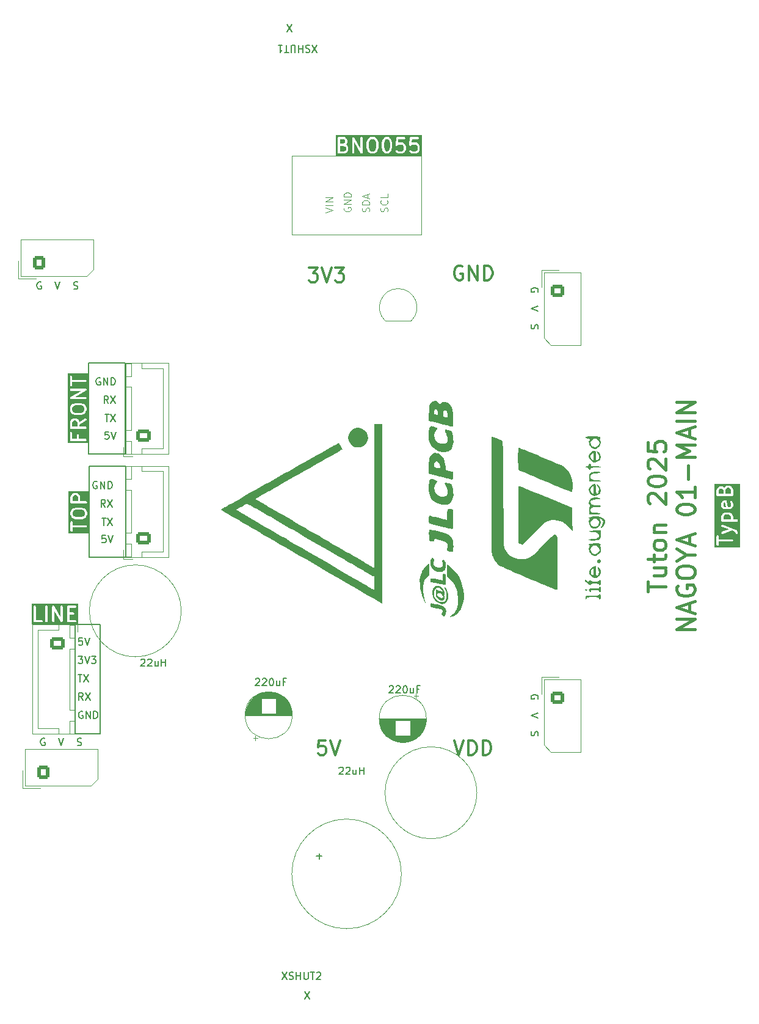
<source format=gbr>
%TF.GenerationSoftware,KiCad,Pcbnew,7.0.9*%
%TF.CreationDate,2025-02-06T15:14:37+09:00*%
%TF.ProjectId,01-MAIN,30312d4d-4149-44e2-9e6b-696361645f70,rev?*%
%TF.SameCoordinates,Original*%
%TF.FileFunction,Legend,Top*%
%TF.FilePolarity,Positive*%
%FSLAX46Y46*%
G04 Gerber Fmt 4.6, Leading zero omitted, Abs format (unit mm)*
G04 Created by KiCad (PCBNEW 7.0.9) date 2025-02-06 15:14:37*
%MOMM*%
%LPD*%
G01*
G04 APERTURE LIST*
G04 Aperture macros list*
%AMRoundRect*
0 Rectangle with rounded corners*
0 $1 Rounding radius*
0 $2 $3 $4 $5 $6 $7 $8 $9 X,Y pos of 4 corners*
0 Add a 4 corners polygon primitive as box body*
4,1,4,$2,$3,$4,$5,$6,$7,$8,$9,$2,$3,0*
0 Add four circle primitives for the rounded corners*
1,1,$1+$1,$2,$3*
1,1,$1+$1,$4,$5*
1,1,$1+$1,$6,$7*
1,1,$1+$1,$8,$9*
0 Add four rect primitives between the rounded corners*
20,1,$1+$1,$2,$3,$4,$5,0*
20,1,$1+$1,$4,$5,$6,$7,0*
20,1,$1+$1,$6,$7,$8,$9,0*
20,1,$1+$1,$8,$9,$2,$3,0*%
G04 Aperture macros list end*
%ADD10C,0.150000*%
%ADD11C,0.300000*%
%ADD12C,0.400000*%
%ADD13C,0.100000*%
%ADD14C,0.120000*%
%ADD15RoundRect,0.250000X0.725000X-0.600000X0.725000X0.600000X-0.725000X0.600000X-0.725000X-0.600000X0*%
%ADD16O,1.950000X1.700000*%
%ADD17C,0.800000*%
%ADD18C,6.400000*%
%ADD19RoundRect,0.250000X-0.725000X0.600000X-0.725000X-0.600000X0.725000X-0.600000X0.725000X0.600000X0*%
%ADD20RoundRect,0.250000X-0.675000X0.600000X-0.675000X-0.600000X0.675000X-0.600000X0.675000X0.600000X0*%
%ADD21O,1.850000X1.700000*%
%ADD22R,1.050000X1.500000*%
%ADD23O,1.050000X1.500000*%
%ADD24C,3.200000*%
%ADD25RoundRect,0.250000X-0.600000X-0.675000X0.600000X-0.675000X0.600000X0.675000X-0.600000X0.675000X0*%
%ADD26O,1.700000X1.850000*%
%ADD27C,2.400000*%
%ADD28R,1.600000X1.600000*%
%ADD29C,1.600000*%
%ADD30C,1.524000*%
%ADD31R,2.000000X2.000000*%
%ADD32C,2.000000*%
%ADD33R,1.700000X1.700000*%
%ADD34O,1.700000X1.700000*%
G04 APERTURE END LIST*
D10*
X97110000Y-93709000D02*
X102188000Y-93709000D01*
X102188000Y-106319000D01*
X97110000Y-106319000D01*
X97110000Y-93709000D01*
X97029000Y-79465000D02*
X102107000Y-79465000D01*
X102107000Y-92075000D01*
X97029000Y-92075000D01*
X97029000Y-79465000D01*
X95160000Y-115700000D02*
X98650000Y-115700000D01*
X98650000Y-130820000D01*
X95160000Y-130820000D01*
X95160000Y-115700000D01*
D11*
X147701333Y-131751638D02*
X148367999Y-133751638D01*
X148367999Y-133751638D02*
X149034666Y-131751638D01*
X149701333Y-133751638D02*
X149701333Y-131751638D01*
X149701333Y-131751638D02*
X150177523Y-131751638D01*
X150177523Y-131751638D02*
X150463238Y-131846876D01*
X150463238Y-131846876D02*
X150653714Y-132037352D01*
X150653714Y-132037352D02*
X150748952Y-132227828D01*
X150748952Y-132227828D02*
X150844190Y-132608780D01*
X150844190Y-132608780D02*
X150844190Y-132894495D01*
X150844190Y-132894495D02*
X150748952Y-133275447D01*
X150748952Y-133275447D02*
X150653714Y-133465923D01*
X150653714Y-133465923D02*
X150463238Y-133656400D01*
X150463238Y-133656400D02*
X150177523Y-133751638D01*
X150177523Y-133751638D02*
X149701333Y-133751638D01*
X151701333Y-133751638D02*
X151701333Y-131751638D01*
X151701333Y-131751638D02*
X152177523Y-131751638D01*
X152177523Y-131751638D02*
X152463238Y-131846876D01*
X152463238Y-131846876D02*
X152653714Y-132037352D01*
X152653714Y-132037352D02*
X152748952Y-132227828D01*
X152748952Y-132227828D02*
X152844190Y-132608780D01*
X152844190Y-132608780D02*
X152844190Y-132894495D01*
X152844190Y-132894495D02*
X152748952Y-133275447D01*
X152748952Y-133275447D02*
X152653714Y-133465923D01*
X152653714Y-133465923D02*
X152463238Y-133656400D01*
X152463238Y-133656400D02*
X152177523Y-133751638D01*
X152177523Y-133751638D02*
X151701333Y-133751638D01*
D10*
X123841541Y-163854819D02*
X124508207Y-164854819D01*
X124508207Y-163854819D02*
X123841541Y-164854819D01*
X124841541Y-164807200D02*
X124984398Y-164854819D01*
X124984398Y-164854819D02*
X125222493Y-164854819D01*
X125222493Y-164854819D02*
X125317731Y-164807200D01*
X125317731Y-164807200D02*
X125365350Y-164759580D01*
X125365350Y-164759580D02*
X125412969Y-164664342D01*
X125412969Y-164664342D02*
X125412969Y-164569104D01*
X125412969Y-164569104D02*
X125365350Y-164473866D01*
X125365350Y-164473866D02*
X125317731Y-164426247D01*
X125317731Y-164426247D02*
X125222493Y-164378628D01*
X125222493Y-164378628D02*
X125032017Y-164331009D01*
X125032017Y-164331009D02*
X124936779Y-164283390D01*
X124936779Y-164283390D02*
X124889160Y-164235771D01*
X124889160Y-164235771D02*
X124841541Y-164140533D01*
X124841541Y-164140533D02*
X124841541Y-164045295D01*
X124841541Y-164045295D02*
X124889160Y-163950057D01*
X124889160Y-163950057D02*
X124936779Y-163902438D01*
X124936779Y-163902438D02*
X125032017Y-163854819D01*
X125032017Y-163854819D02*
X125270112Y-163854819D01*
X125270112Y-163854819D02*
X125412969Y-163902438D01*
X125841541Y-164854819D02*
X125841541Y-163854819D01*
X125841541Y-164331009D02*
X126412969Y-164331009D01*
X126412969Y-164854819D02*
X126412969Y-163854819D01*
X126889160Y-163854819D02*
X126889160Y-164664342D01*
X126889160Y-164664342D02*
X126936779Y-164759580D01*
X126936779Y-164759580D02*
X126984398Y-164807200D01*
X126984398Y-164807200D02*
X127079636Y-164854819D01*
X127079636Y-164854819D02*
X127270112Y-164854819D01*
X127270112Y-164854819D02*
X127365350Y-164807200D01*
X127365350Y-164807200D02*
X127412969Y-164759580D01*
X127412969Y-164759580D02*
X127460588Y-164664342D01*
X127460588Y-164664342D02*
X127460588Y-163854819D01*
X127793922Y-163854819D02*
X128365350Y-163854819D01*
X128079636Y-164854819D02*
X128079636Y-163854819D01*
X128651065Y-163950057D02*
X128698684Y-163902438D01*
X128698684Y-163902438D02*
X128793922Y-163854819D01*
X128793922Y-163854819D02*
X129032017Y-163854819D01*
X129032017Y-163854819D02*
X129127255Y-163902438D01*
X129127255Y-163902438D02*
X129174874Y-163950057D01*
X129174874Y-163950057D02*
X129222493Y-164045295D01*
X129222493Y-164045295D02*
X129222493Y-164140533D01*
X129222493Y-164140533D02*
X129174874Y-164283390D01*
X129174874Y-164283390D02*
X128603446Y-164854819D01*
X128603446Y-164854819D02*
X129222493Y-164854819D01*
X96162969Y-117544819D02*
X95686779Y-117544819D01*
X95686779Y-117544819D02*
X95639160Y-118021009D01*
X95639160Y-118021009D02*
X95686779Y-117973390D01*
X95686779Y-117973390D02*
X95782017Y-117925771D01*
X95782017Y-117925771D02*
X96020112Y-117925771D01*
X96020112Y-117925771D02*
X96115350Y-117973390D01*
X96115350Y-117973390D02*
X96162969Y-118021009D01*
X96162969Y-118021009D02*
X96210588Y-118116247D01*
X96210588Y-118116247D02*
X96210588Y-118354342D01*
X96210588Y-118354342D02*
X96162969Y-118449580D01*
X96162969Y-118449580D02*
X96115350Y-118497200D01*
X96115350Y-118497200D02*
X96020112Y-118544819D01*
X96020112Y-118544819D02*
X95782017Y-118544819D01*
X95782017Y-118544819D02*
X95686779Y-118497200D01*
X95686779Y-118497200D02*
X95639160Y-118449580D01*
X96496303Y-117544819D02*
X96829636Y-118544819D01*
X96829636Y-118544819D02*
X97162969Y-117544819D01*
X159372180Y-127936667D02*
X158372180Y-128270000D01*
X158372180Y-128270000D02*
X159372180Y-128603333D01*
X158419800Y-74136286D02*
X158372180Y-74279143D01*
X158372180Y-74279143D02*
X158372180Y-74517238D01*
X158372180Y-74517238D02*
X158419800Y-74612476D01*
X158419800Y-74612476D02*
X158467419Y-74660095D01*
X158467419Y-74660095D02*
X158562657Y-74707714D01*
X158562657Y-74707714D02*
X158657895Y-74707714D01*
X158657895Y-74707714D02*
X158753133Y-74660095D01*
X158753133Y-74660095D02*
X158800752Y-74612476D01*
X158800752Y-74612476D02*
X158848371Y-74517238D01*
X158848371Y-74517238D02*
X158895990Y-74326762D01*
X158895990Y-74326762D02*
X158943609Y-74231524D01*
X158943609Y-74231524D02*
X158991228Y-74183905D01*
X158991228Y-74183905D02*
X159086466Y-74136286D01*
X159086466Y-74136286D02*
X159181704Y-74136286D01*
X159181704Y-74136286D02*
X159276942Y-74183905D01*
X159276942Y-74183905D02*
X159324561Y-74231524D01*
X159324561Y-74231524D02*
X159372180Y-74326762D01*
X159372180Y-74326762D02*
X159372180Y-74564857D01*
X159372180Y-74564857D02*
X159324561Y-74707714D01*
X99819077Y-88979819D02*
X99342887Y-88979819D01*
X99342887Y-88979819D02*
X99295268Y-89456009D01*
X99295268Y-89456009D02*
X99342887Y-89408390D01*
X99342887Y-89408390D02*
X99438125Y-89360771D01*
X99438125Y-89360771D02*
X99676220Y-89360771D01*
X99676220Y-89360771D02*
X99771458Y-89408390D01*
X99771458Y-89408390D02*
X99819077Y-89456009D01*
X99819077Y-89456009D02*
X99866696Y-89551247D01*
X99866696Y-89551247D02*
X99866696Y-89789342D01*
X99866696Y-89789342D02*
X99819077Y-89884580D01*
X99819077Y-89884580D02*
X99771458Y-89932200D01*
X99771458Y-89932200D02*
X99676220Y-89979819D01*
X99676220Y-89979819D02*
X99438125Y-89979819D01*
X99438125Y-89979819D02*
X99342887Y-89932200D01*
X99342887Y-89932200D02*
X99295268Y-89884580D01*
X100152411Y-88979819D02*
X100485744Y-89979819D01*
X100485744Y-89979819D02*
X100819077Y-88979819D01*
X90939904Y-131505438D02*
X90844666Y-131457819D01*
X90844666Y-131457819D02*
X90701809Y-131457819D01*
X90701809Y-131457819D02*
X90558952Y-131505438D01*
X90558952Y-131505438D02*
X90463714Y-131600676D01*
X90463714Y-131600676D02*
X90416095Y-131695914D01*
X90416095Y-131695914D02*
X90368476Y-131886390D01*
X90368476Y-131886390D02*
X90368476Y-132029247D01*
X90368476Y-132029247D02*
X90416095Y-132219723D01*
X90416095Y-132219723D02*
X90463714Y-132314961D01*
X90463714Y-132314961D02*
X90558952Y-132410200D01*
X90558952Y-132410200D02*
X90701809Y-132457819D01*
X90701809Y-132457819D02*
X90797047Y-132457819D01*
X90797047Y-132457819D02*
X90939904Y-132410200D01*
X90939904Y-132410200D02*
X90987523Y-132362580D01*
X90987523Y-132362580D02*
X90987523Y-132029247D01*
X90987523Y-132029247D02*
X90797047Y-132029247D01*
X95472286Y-132410200D02*
X95615143Y-132457819D01*
X95615143Y-132457819D02*
X95853238Y-132457819D01*
X95853238Y-132457819D02*
X95948476Y-132410200D01*
X95948476Y-132410200D02*
X95996095Y-132362580D01*
X95996095Y-132362580D02*
X96043714Y-132267342D01*
X96043714Y-132267342D02*
X96043714Y-132172104D01*
X96043714Y-132172104D02*
X95996095Y-132076866D01*
X95996095Y-132076866D02*
X95948476Y-132029247D01*
X95948476Y-132029247D02*
X95853238Y-131981628D01*
X95853238Y-131981628D02*
X95662762Y-131934009D01*
X95662762Y-131934009D02*
X95567524Y-131886390D01*
X95567524Y-131886390D02*
X95519905Y-131838771D01*
X95519905Y-131838771D02*
X95472286Y-131743533D01*
X95472286Y-131743533D02*
X95472286Y-131648295D01*
X95472286Y-131648295D02*
X95519905Y-131553057D01*
X95519905Y-131553057D02*
X95567524Y-131505438D01*
X95567524Y-131505438D02*
X95662762Y-131457819D01*
X95662762Y-131457819D02*
X95900857Y-131457819D01*
X95900857Y-131457819D02*
X96043714Y-131505438D01*
D11*
G36*
X96305235Y-99837002D02*
G01*
X96449122Y-99980888D01*
X96517638Y-100117920D01*
X96517638Y-100428053D01*
X96449122Y-100565084D01*
X96305235Y-100708970D01*
X95982507Y-100789653D01*
X95352768Y-100789653D01*
X95030040Y-100708971D01*
X94886154Y-100565085D01*
X94817638Y-100428053D01*
X94817638Y-100117920D01*
X94886154Y-99980888D01*
X95030040Y-99837002D01*
X95352768Y-99756320D01*
X95982507Y-99756320D01*
X96305235Y-99837002D01*
G37*
G36*
X95435926Y-97824836D02*
G01*
X95496741Y-97885650D01*
X95565257Y-98022682D01*
X95565257Y-98599177D01*
X94817638Y-98599177D01*
X94817638Y-98022682D01*
X94886154Y-97885650D01*
X94946968Y-97824836D01*
X95084000Y-97756320D01*
X95298894Y-97756320D01*
X95435926Y-97824836D01*
G37*
G36*
X97103352Y-103089653D02*
G01*
X94231924Y-103089653D01*
X94231924Y-102653939D01*
X94517638Y-102653939D01*
X94537734Y-102728939D01*
X94592638Y-102783843D01*
X94667638Y-102803939D01*
X94742638Y-102783843D01*
X94797542Y-102728939D01*
X94817638Y-102653939D01*
X94817638Y-102232511D01*
X96667638Y-102232511D01*
X96742638Y-102212415D01*
X96797542Y-102157511D01*
X96817638Y-102082511D01*
X96797542Y-102007511D01*
X96742638Y-101952607D01*
X96667638Y-101932511D01*
X94817638Y-101932511D01*
X94817638Y-101511082D01*
X94797542Y-101436082D01*
X94742638Y-101381178D01*
X94667638Y-101361082D01*
X94592638Y-101381178D01*
X94537734Y-101436082D01*
X94517638Y-101511082D01*
X94517638Y-102653939D01*
X94231924Y-102653939D01*
X94231924Y-100463463D01*
X94517638Y-100463463D01*
X94526561Y-100496764D01*
X94533474Y-100530545D01*
X94628712Y-100721021D01*
X94644734Y-100739089D01*
X94656810Y-100760005D01*
X94847286Y-100950481D01*
X94848414Y-100951132D01*
X94849085Y-100952250D01*
X94881945Y-100970491D01*
X94914529Y-100989304D01*
X94915834Y-100989304D01*
X94916972Y-100989936D01*
X95297923Y-101085174D01*
X95316426Y-101084862D01*
X95334304Y-101089653D01*
X96000971Y-101089653D01*
X96018847Y-101084862D01*
X96037351Y-101085174D01*
X96418303Y-100989936D01*
X96419441Y-100989304D01*
X96420746Y-100989304D01*
X96453329Y-100970491D01*
X96486190Y-100952250D01*
X96486860Y-100951132D01*
X96487989Y-100950481D01*
X96678465Y-100760006D01*
X96690540Y-100739090D01*
X96706564Y-100721021D01*
X96801802Y-100530545D01*
X96808714Y-100496766D01*
X96817638Y-100463463D01*
X96817638Y-100082510D01*
X96808714Y-100049206D01*
X96801802Y-100015428D01*
X96706564Y-99824952D01*
X96690540Y-99806882D01*
X96678465Y-99785967D01*
X96487989Y-99595492D01*
X96486860Y-99594840D01*
X96486190Y-99593723D01*
X96453329Y-99575481D01*
X96420746Y-99556669D01*
X96419441Y-99556669D01*
X96418303Y-99556037D01*
X96037351Y-99460799D01*
X96018847Y-99461110D01*
X96000971Y-99456320D01*
X95334304Y-99456320D01*
X95316426Y-99461110D01*
X95297923Y-99460799D01*
X94916972Y-99556037D01*
X94915834Y-99556669D01*
X94914529Y-99556669D01*
X94881945Y-99575481D01*
X94849085Y-99593723D01*
X94848414Y-99594840D01*
X94847286Y-99595492D01*
X94656810Y-99785968D01*
X94644734Y-99806883D01*
X94628712Y-99824952D01*
X94533474Y-100015428D01*
X94526561Y-100049208D01*
X94517638Y-100082510D01*
X94517638Y-100463463D01*
X94231924Y-100463463D01*
X94231924Y-98749177D01*
X94517638Y-98749177D01*
X94537734Y-98824177D01*
X94592638Y-98879081D01*
X94667638Y-98899177D01*
X95715257Y-98899177D01*
X96667638Y-98899177D01*
X96742638Y-98879081D01*
X96797542Y-98824177D01*
X96817638Y-98749177D01*
X96797542Y-98674177D01*
X96742638Y-98619273D01*
X96667638Y-98599177D01*
X95865257Y-98599177D01*
X95865257Y-97987272D01*
X95856333Y-97953968D01*
X95849421Y-97920190D01*
X95754183Y-97729714D01*
X95738159Y-97711644D01*
X95726085Y-97690730D01*
X95630845Y-97595491D01*
X95609930Y-97583416D01*
X95591862Y-97567394D01*
X95401386Y-97472156D01*
X95367605Y-97465243D01*
X95334304Y-97456320D01*
X95048590Y-97456320D01*
X95015286Y-97465243D01*
X94981508Y-97472156D01*
X94791032Y-97567394D01*
X94772962Y-97583417D01*
X94752048Y-97595492D01*
X94656810Y-97690730D01*
X94644734Y-97711645D01*
X94628712Y-97729714D01*
X94533474Y-97920190D01*
X94526561Y-97953970D01*
X94517638Y-97987272D01*
X94517638Y-98749177D01*
X94231924Y-98749177D01*
X94231924Y-97170606D01*
X97103352Y-97170606D01*
X97103352Y-103089653D01*
G37*
D10*
X99771458Y-85026819D02*
X99438125Y-84550628D01*
X99200030Y-85026819D02*
X99200030Y-84026819D01*
X99200030Y-84026819D02*
X99580982Y-84026819D01*
X99580982Y-84026819D02*
X99676220Y-84074438D01*
X99676220Y-84074438D02*
X99723839Y-84122057D01*
X99723839Y-84122057D02*
X99771458Y-84217295D01*
X99771458Y-84217295D02*
X99771458Y-84360152D01*
X99771458Y-84360152D02*
X99723839Y-84455390D01*
X99723839Y-84455390D02*
X99676220Y-84503009D01*
X99676220Y-84503009D02*
X99580982Y-84550628D01*
X99580982Y-84550628D02*
X99200030Y-84550628D01*
X100104792Y-84026819D02*
X100771458Y-85026819D01*
X100771458Y-84026819D02*
X100104792Y-85026819D01*
D11*
X127571809Y-66219638D02*
X128809904Y-66219638D01*
X128809904Y-66219638D02*
X128143237Y-66981542D01*
X128143237Y-66981542D02*
X128428952Y-66981542D01*
X128428952Y-66981542D02*
X128619428Y-67076780D01*
X128619428Y-67076780D02*
X128714666Y-67172019D01*
X128714666Y-67172019D02*
X128809904Y-67362495D01*
X128809904Y-67362495D02*
X128809904Y-67838685D01*
X128809904Y-67838685D02*
X128714666Y-68029161D01*
X128714666Y-68029161D02*
X128619428Y-68124400D01*
X128619428Y-68124400D02*
X128428952Y-68219638D01*
X128428952Y-68219638D02*
X127857523Y-68219638D01*
X127857523Y-68219638D02*
X127667047Y-68124400D01*
X127667047Y-68124400D02*
X127571809Y-68029161D01*
X129381333Y-66219638D02*
X130047999Y-68219638D01*
X130047999Y-68219638D02*
X130714666Y-66219638D01*
X131190857Y-66219638D02*
X132428952Y-66219638D01*
X132428952Y-66219638D02*
X131762285Y-66981542D01*
X131762285Y-66981542D02*
X132048000Y-66981542D01*
X132048000Y-66981542D02*
X132238476Y-67076780D01*
X132238476Y-67076780D02*
X132333714Y-67172019D01*
X132333714Y-67172019D02*
X132428952Y-67362495D01*
X132428952Y-67362495D02*
X132428952Y-67838685D01*
X132428952Y-67838685D02*
X132333714Y-68029161D01*
X132333714Y-68029161D02*
X132238476Y-68124400D01*
X132238476Y-68124400D02*
X132048000Y-68219638D01*
X132048000Y-68219638D02*
X131476571Y-68219638D01*
X131476571Y-68219638D02*
X131286095Y-68124400D01*
X131286095Y-68124400D02*
X131190857Y-68029161D01*
G36*
X185960307Y-100528039D02*
G01*
X186021122Y-100588853D01*
X186089638Y-100725885D01*
X186089638Y-101036018D01*
X186051695Y-101111904D01*
X185094247Y-101111904D01*
X185056304Y-101036018D01*
X185056304Y-100725885D01*
X185124820Y-100588853D01*
X185185633Y-100528039D01*
X185322667Y-100459523D01*
X185823275Y-100459523D01*
X185960307Y-100528039D01*
G37*
G36*
X185390000Y-99397618D02*
G01*
X185227429Y-99397618D01*
X185113345Y-99340576D01*
X185056304Y-99226494D01*
X185056304Y-98916361D01*
X185113345Y-98802278D01*
X185227429Y-98745237D01*
X185259525Y-98745237D01*
X185390000Y-99397618D01*
G37*
G36*
X184912688Y-96908991D02*
G01*
X184973501Y-96969804D01*
X185042019Y-97106838D01*
X185042019Y-97588094D01*
X184389638Y-97588094D01*
X184389638Y-97106837D01*
X184458154Y-96969805D01*
X184518968Y-96908991D01*
X184656000Y-96840475D01*
X184775656Y-96840475D01*
X184912688Y-96908991D01*
G37*
G36*
X185960307Y-96813753D02*
G01*
X186021122Y-96874567D01*
X186089638Y-97011599D01*
X186089638Y-97588094D01*
X185342019Y-97588094D01*
X185342019Y-97095767D01*
X185418361Y-96866741D01*
X185471349Y-96813753D01*
X185608381Y-96745237D01*
X185823275Y-96745237D01*
X185960307Y-96813753D01*
G37*
G36*
X187342018Y-105030952D02*
G01*
X183803924Y-105030952D01*
X183803924Y-104595238D01*
X184089638Y-104595238D01*
X184109734Y-104670238D01*
X184164638Y-104725142D01*
X184239638Y-104745238D01*
X184314638Y-104725142D01*
X184369542Y-104670238D01*
X184389638Y-104595238D01*
X184389638Y-104173810D01*
X186239638Y-104173810D01*
X186314638Y-104153714D01*
X186369542Y-104098810D01*
X186389638Y-104023810D01*
X186369542Y-103948810D01*
X186314638Y-103893906D01*
X186239638Y-103873810D01*
X184389638Y-103873810D01*
X184389638Y-103452381D01*
X184369542Y-103377381D01*
X184314638Y-103322477D01*
X184239638Y-103302381D01*
X184164638Y-103322477D01*
X184109734Y-103377381D01*
X184089638Y-103452381D01*
X184089638Y-104595238D01*
X183803924Y-104595238D01*
X183803924Y-102949251D01*
X184758743Y-102949251D01*
X184765043Y-103026640D01*
X184809193Y-103090512D01*
X184879365Y-103123751D01*
X184956754Y-103117451D01*
X186236631Y-102660352D01*
X186631532Y-102818312D01*
X186687788Y-102874568D01*
X186772140Y-103043272D01*
X186823656Y-103101367D01*
X186897317Y-103125921D01*
X186973386Y-103110354D01*
X187031481Y-103058839D01*
X187056035Y-102985178D01*
X187040468Y-102909108D01*
X186945230Y-102718632D01*
X186929206Y-102700562D01*
X186917132Y-102679648D01*
X186821894Y-102584410D01*
X186795730Y-102569304D01*
X186771536Y-102551204D01*
X186295347Y-102360728D01*
X186292470Y-102360384D01*
X186290089Y-102358739D01*
X184956754Y-101882548D01*
X184879365Y-101876248D01*
X184809193Y-101909487D01*
X184765043Y-101973359D01*
X184758743Y-102050748D01*
X184791982Y-102120920D01*
X184855854Y-102165070D01*
X185793657Y-102499999D01*
X184855854Y-102834929D01*
X184791982Y-102879079D01*
X184758743Y-102949251D01*
X183803924Y-102949251D01*
X183803924Y-101261904D01*
X184756304Y-101261904D01*
X184776400Y-101336904D01*
X184831304Y-101391808D01*
X184906304Y-101411904D01*
X186906304Y-101411904D01*
X186981304Y-101391808D01*
X187036208Y-101336904D01*
X187056304Y-101261904D01*
X187036208Y-101186904D01*
X186981304Y-101132000D01*
X186906304Y-101111904D01*
X186379247Y-101111904D01*
X186380714Y-101104731D01*
X186389638Y-101071428D01*
X186389638Y-100690475D01*
X186380714Y-100657171D01*
X186373802Y-100623393D01*
X186278564Y-100432917D01*
X186262540Y-100414847D01*
X186250466Y-100393933D01*
X186155226Y-100298694D01*
X186134311Y-100286619D01*
X186116243Y-100270597D01*
X185925767Y-100175359D01*
X185891986Y-100168446D01*
X185858685Y-100159523D01*
X185287257Y-100159523D01*
X185253951Y-100168447D01*
X185220176Y-100175359D01*
X185029698Y-100270597D01*
X185011628Y-100286620D01*
X184990714Y-100298695D01*
X184895476Y-100393933D01*
X184883400Y-100414848D01*
X184867378Y-100432917D01*
X184772140Y-100623393D01*
X184765227Y-100657173D01*
X184756304Y-100690475D01*
X184756304Y-101071428D01*
X184765227Y-101104729D01*
X184772140Y-101138510D01*
X184789691Y-101173612D01*
X184776400Y-101186904D01*
X184756304Y-101261904D01*
X183803924Y-101261904D01*
X183803924Y-99261904D01*
X184756304Y-99261904D01*
X184765227Y-99295205D01*
X184772140Y-99328986D01*
X184867378Y-99519462D01*
X184873463Y-99526324D01*
X184876365Y-99535029D01*
X184898908Y-99555019D01*
X184918894Y-99577557D01*
X184927596Y-99580457D01*
X184934460Y-99586544D01*
X185124938Y-99681782D01*
X185158713Y-99688693D01*
X185192019Y-99697618D01*
X185953923Y-99697618D01*
X185987226Y-99688694D01*
X186021005Y-99681782D01*
X186211482Y-99586544D01*
X186218344Y-99580458D01*
X186227049Y-99577557D01*
X186247036Y-99555016D01*
X186269577Y-99535029D01*
X186272478Y-99526324D01*
X186278564Y-99519462D01*
X186373802Y-99328986D01*
X186380714Y-99295207D01*
X186389638Y-99261904D01*
X186389638Y-98880951D01*
X186380714Y-98847647D01*
X186373802Y-98813869D01*
X186278564Y-98623393D01*
X186227049Y-98565298D01*
X186153387Y-98540744D01*
X186077318Y-98556311D01*
X186019223Y-98607826D01*
X185994669Y-98681488D01*
X186010236Y-98757557D01*
X186089638Y-98916361D01*
X186089638Y-99226494D01*
X186032596Y-99340577D01*
X185918513Y-99397618D01*
X185695941Y-99397618D01*
X185529582Y-98565820D01*
X185518733Y-98543879D01*
X185512399Y-98520237D01*
X185501807Y-98509645D01*
X185495168Y-98496217D01*
X185474801Y-98482639D01*
X185457495Y-98465333D01*
X185443025Y-98461455D01*
X185430562Y-98453147D01*
X185406137Y-98451571D01*
X185382495Y-98445237D01*
X185192019Y-98445237D01*
X185158713Y-98454161D01*
X185124938Y-98461073D01*
X184934460Y-98556311D01*
X184927596Y-98562397D01*
X184918894Y-98565298D01*
X184898908Y-98587835D01*
X184876365Y-98607826D01*
X184873463Y-98616530D01*
X184867378Y-98623393D01*
X184772140Y-98813869D01*
X184765227Y-98847649D01*
X184756304Y-98880951D01*
X184756304Y-99261904D01*
X183803924Y-99261904D01*
X183803924Y-97738094D01*
X184089638Y-97738094D01*
X184109734Y-97813094D01*
X184164638Y-97867998D01*
X184239638Y-97888094D01*
X185192019Y-97888094D01*
X186239638Y-97888094D01*
X186314638Y-97867998D01*
X186369542Y-97813094D01*
X186389638Y-97738094D01*
X186389638Y-96976189D01*
X186380714Y-96942885D01*
X186373802Y-96909107D01*
X186278564Y-96718631D01*
X186262540Y-96700561D01*
X186250466Y-96679647D01*
X186155226Y-96584408D01*
X186134311Y-96572333D01*
X186116243Y-96556311D01*
X185925767Y-96461073D01*
X185891986Y-96454160D01*
X185858685Y-96445237D01*
X185572971Y-96445237D01*
X185539667Y-96454160D01*
X185505889Y-96461073D01*
X185315413Y-96556311D01*
X185297343Y-96572334D01*
X185276429Y-96584409D01*
X185181191Y-96679647D01*
X185163949Y-96709509D01*
X185153419Y-96725458D01*
X185107608Y-96679647D01*
X185086692Y-96667571D01*
X185068624Y-96651549D01*
X184878148Y-96556311D01*
X184844367Y-96549398D01*
X184811066Y-96540475D01*
X184620590Y-96540475D01*
X184587286Y-96549398D01*
X184553508Y-96556311D01*
X184363032Y-96651549D01*
X184344962Y-96667572D01*
X184324048Y-96679647D01*
X184228810Y-96774885D01*
X184216734Y-96795800D01*
X184200712Y-96813869D01*
X184105474Y-97004345D01*
X184098561Y-97038125D01*
X184089638Y-97071427D01*
X184089638Y-97738094D01*
X183803924Y-97738094D01*
X183803924Y-96159523D01*
X187342018Y-96159523D01*
X187342018Y-105030952D01*
G37*
G36*
X132595413Y-49438361D02*
G01*
X132648401Y-49491349D01*
X132716917Y-49628381D01*
X132716917Y-49843275D01*
X132648400Y-49980307D01*
X132587586Y-50041122D01*
X132450555Y-50109638D01*
X131874060Y-50109638D01*
X131874060Y-49362019D01*
X132366387Y-49362019D01*
X132595413Y-49438361D01*
G37*
G36*
X132492349Y-48478154D02*
G01*
X132553163Y-48538968D01*
X132621679Y-48676000D01*
X132621679Y-48795656D01*
X132553163Y-48932688D01*
X132492349Y-48993501D01*
X132355316Y-49062019D01*
X131874060Y-49062019D01*
X131874060Y-48409638D01*
X132355317Y-48409638D01*
X132492349Y-48478154D01*
G37*
G36*
X136682825Y-48478154D02*
G01*
X136826711Y-48622040D01*
X136907393Y-48944768D01*
X136907393Y-49574507D01*
X136826710Y-49897235D01*
X136682824Y-50041122D01*
X136545793Y-50109638D01*
X136235660Y-50109638D01*
X136098628Y-50041122D01*
X135954742Y-49897235D01*
X135874060Y-49574506D01*
X135874060Y-48944768D01*
X135954742Y-48622039D01*
X136098628Y-48478154D01*
X136235660Y-48409638D01*
X136545793Y-48409638D01*
X136682825Y-48478154D01*
G37*
G36*
X138587587Y-48478154D02*
G01*
X138648401Y-48538968D01*
X138725390Y-48692946D01*
X138812155Y-49040006D01*
X138812155Y-49479269D01*
X138725390Y-49826329D01*
X138648400Y-49980307D01*
X138587586Y-50041122D01*
X138450555Y-50109638D01*
X138330898Y-50109638D01*
X138193866Y-50041122D01*
X138133052Y-49980307D01*
X138056063Y-49826329D01*
X137969298Y-49479268D01*
X137969298Y-49040006D01*
X138056063Y-48692945D01*
X138133052Y-48538968D01*
X138193866Y-48478154D01*
X138330898Y-48409638D01*
X138450555Y-48409638D01*
X138587587Y-48478154D01*
G37*
G36*
X143207393Y-50695352D02*
G01*
X131288346Y-50695352D01*
X131288346Y-50259638D01*
X131574060Y-50259638D01*
X131594156Y-50334638D01*
X131649060Y-50389542D01*
X131724060Y-50409638D01*
X132485965Y-50409638D01*
X132519266Y-50400714D01*
X132553047Y-50393802D01*
X132743523Y-50298564D01*
X132761591Y-50282541D01*
X132782508Y-50270465D01*
X132793335Y-50259638D01*
X133574060Y-50259638D01*
X133594156Y-50334638D01*
X133649060Y-50389542D01*
X133724060Y-50409638D01*
X133799060Y-50389542D01*
X133853964Y-50334638D01*
X133874060Y-50259638D01*
X133874060Y-48824472D01*
X134736680Y-50334059D01*
X134736923Y-50334304D01*
X134737013Y-50334638D01*
X134764177Y-50361802D01*
X134791339Y-50389207D01*
X134791673Y-50389298D01*
X134791917Y-50389542D01*
X134829017Y-50399482D01*
X134866249Y-50409637D01*
X134866584Y-50409548D01*
X134866917Y-50409638D01*
X134904122Y-50399668D01*
X134941338Y-50389874D01*
X134941582Y-50389631D01*
X134941917Y-50389542D01*
X134969137Y-50362321D01*
X134996486Y-50335216D01*
X134996577Y-50334881D01*
X134996821Y-50334638D01*
X135006761Y-50297537D01*
X135016916Y-50260306D01*
X135016827Y-50259970D01*
X135016917Y-50259638D01*
X135016917Y-49592971D01*
X135574060Y-49592971D01*
X135578850Y-49610847D01*
X135578539Y-49629351D01*
X135673777Y-50010303D01*
X135674409Y-50011441D01*
X135674409Y-50012746D01*
X135693221Y-50045329D01*
X135711463Y-50078190D01*
X135712580Y-50078860D01*
X135713232Y-50079989D01*
X135903707Y-50270465D01*
X135924622Y-50282540D01*
X135942692Y-50298564D01*
X136133168Y-50393802D01*
X136166946Y-50400714D01*
X136200250Y-50409638D01*
X136581203Y-50409638D01*
X136614504Y-50400714D01*
X136648285Y-50393802D01*
X136838761Y-50298564D01*
X136856829Y-50282541D01*
X136877745Y-50270466D01*
X137068221Y-50079989D01*
X137068872Y-50078860D01*
X137069990Y-50078190D01*
X137088231Y-50045329D01*
X137107044Y-50012746D01*
X137107044Y-50011441D01*
X137107676Y-50010303D01*
X137202914Y-49629352D01*
X137202602Y-49610848D01*
X137207393Y-49592971D01*
X137207393Y-49497733D01*
X137669298Y-49497733D01*
X137674088Y-49515609D01*
X137673777Y-49534113D01*
X137769015Y-49915065D01*
X137777051Y-49929542D01*
X137780372Y-49945767D01*
X137875610Y-50136243D01*
X137891632Y-50154311D01*
X137903707Y-50175226D01*
X137998946Y-50270466D01*
X138019860Y-50282540D01*
X138037930Y-50298564D01*
X138228406Y-50393802D01*
X138262184Y-50400714D01*
X138295488Y-50409638D01*
X138485965Y-50409638D01*
X138519266Y-50400714D01*
X138553047Y-50393802D01*
X138743523Y-50298564D01*
X138761591Y-50282541D01*
X138782508Y-50270465D01*
X138877746Y-50175226D01*
X138889821Y-50154311D01*
X138905843Y-50136243D01*
X139001081Y-49945767D01*
X139004401Y-49929542D01*
X139012438Y-49915065D01*
X139107676Y-49534114D01*
X139107364Y-49515610D01*
X139112155Y-49497733D01*
X139112155Y-49197093D01*
X139574804Y-49197093D01*
X139579171Y-49223791D01*
X139579171Y-49250843D01*
X139585344Y-49261536D01*
X139587338Y-49273721D01*
X139604469Y-49294659D01*
X139617995Y-49318086D01*
X139628686Y-49324258D01*
X139636506Y-49333816D01*
X139661813Y-49343384D01*
X139685238Y-49356908D01*
X139697583Y-49356908D01*
X139709134Y-49361275D01*
X139735832Y-49356908D01*
X139762884Y-49356908D01*
X139773577Y-49350734D01*
X139785762Y-49348741D01*
X139806700Y-49331609D01*
X139830127Y-49318084D01*
X139908152Y-49240057D01*
X140045184Y-49171542D01*
X140450555Y-49171542D01*
X140587586Y-49240057D01*
X140648400Y-49300872D01*
X140716917Y-49437905D01*
X140716917Y-49843275D01*
X140648400Y-49980307D01*
X140587586Y-50041122D01*
X140450555Y-50109638D01*
X140045184Y-50109638D01*
X139908152Y-50041122D01*
X139830127Y-49963096D01*
X139762884Y-49924272D01*
X139685238Y-49924272D01*
X139617995Y-49963094D01*
X139579171Y-50030337D01*
X139579171Y-50107983D01*
X139617993Y-50175226D01*
X139713232Y-50270466D01*
X139734146Y-50282540D01*
X139752216Y-50298564D01*
X139942692Y-50393802D01*
X139976470Y-50400714D01*
X140009774Y-50409638D01*
X140485965Y-50409638D01*
X140519266Y-50400714D01*
X140553047Y-50393802D01*
X140743523Y-50298564D01*
X140761591Y-50282541D01*
X140782508Y-50270465D01*
X140877746Y-50175226D01*
X140889821Y-50154311D01*
X140905843Y-50136243D01*
X141001081Y-49945767D01*
X141007993Y-49911988D01*
X141016917Y-49878685D01*
X141016917Y-49402495D01*
X141007993Y-49369191D01*
X141001081Y-49335413D01*
X140931921Y-49197093D01*
X141479566Y-49197093D01*
X141483933Y-49223791D01*
X141483933Y-49250843D01*
X141490106Y-49261536D01*
X141492100Y-49273721D01*
X141509231Y-49294659D01*
X141522757Y-49318086D01*
X141533448Y-49324258D01*
X141541268Y-49333816D01*
X141566575Y-49343384D01*
X141590000Y-49356908D01*
X141602345Y-49356908D01*
X141613896Y-49361275D01*
X141640594Y-49356908D01*
X141667646Y-49356908D01*
X141678339Y-49350734D01*
X141690524Y-49348741D01*
X141711462Y-49331609D01*
X141734889Y-49318084D01*
X141812914Y-49240057D01*
X141949946Y-49171542D01*
X142355317Y-49171542D01*
X142492348Y-49240057D01*
X142553162Y-49300872D01*
X142621679Y-49437905D01*
X142621679Y-49843275D01*
X142553162Y-49980307D01*
X142492348Y-50041122D01*
X142355317Y-50109638D01*
X141949946Y-50109638D01*
X141812914Y-50041122D01*
X141734889Y-49963096D01*
X141667646Y-49924272D01*
X141590000Y-49924272D01*
X141522757Y-49963094D01*
X141483933Y-50030337D01*
X141483933Y-50107983D01*
X141522755Y-50175226D01*
X141617994Y-50270466D01*
X141638908Y-50282540D01*
X141656978Y-50298564D01*
X141847454Y-50393802D01*
X141881232Y-50400714D01*
X141914536Y-50409638D01*
X142390727Y-50409638D01*
X142424028Y-50400714D01*
X142457809Y-50393802D01*
X142648285Y-50298564D01*
X142666353Y-50282541D01*
X142687270Y-50270465D01*
X142782508Y-50175226D01*
X142794583Y-50154311D01*
X142810605Y-50136243D01*
X142905843Y-49945767D01*
X142912755Y-49911988D01*
X142921679Y-49878685D01*
X142921679Y-49402495D01*
X142912755Y-49369191D01*
X142905843Y-49335413D01*
X142810605Y-49144937D01*
X142794583Y-49126868D01*
X142782508Y-49105954D01*
X142687270Y-49010715D01*
X142666353Y-48998638D01*
X142648285Y-48982616D01*
X142457809Y-48887378D01*
X142424028Y-48880465D01*
X142390727Y-48871542D01*
X141914536Y-48871542D01*
X141881232Y-48880465D01*
X141847454Y-48887378D01*
X141810170Y-48906019D01*
X141859809Y-48409638D01*
X142676441Y-48409638D01*
X142751441Y-48389542D01*
X142806345Y-48334638D01*
X142826441Y-48259638D01*
X142806345Y-48184638D01*
X142751441Y-48129734D01*
X142676441Y-48109638D01*
X141724060Y-48109638D01*
X141693541Y-48117815D01*
X141662358Y-48122916D01*
X141656442Y-48127755D01*
X141649060Y-48129734D01*
X141626720Y-48152073D01*
X141602263Y-48172084D01*
X141599559Y-48179234D01*
X141594156Y-48184638D01*
X141585979Y-48215154D01*
X141574804Y-48244713D01*
X141479566Y-49197093D01*
X140931921Y-49197093D01*
X140905843Y-49144937D01*
X140889821Y-49126868D01*
X140877746Y-49105954D01*
X140782508Y-49010715D01*
X140761591Y-48998638D01*
X140743523Y-48982616D01*
X140553047Y-48887378D01*
X140519266Y-48880465D01*
X140485965Y-48871542D01*
X140009774Y-48871542D01*
X139976470Y-48880465D01*
X139942692Y-48887378D01*
X139905408Y-48906019D01*
X139955047Y-48409638D01*
X140771679Y-48409638D01*
X140846679Y-48389542D01*
X140901583Y-48334638D01*
X140921679Y-48259638D01*
X140901583Y-48184638D01*
X140846679Y-48129734D01*
X140771679Y-48109638D01*
X139819298Y-48109638D01*
X139788779Y-48117815D01*
X139757596Y-48122916D01*
X139751680Y-48127755D01*
X139744298Y-48129734D01*
X139721958Y-48152073D01*
X139697501Y-48172084D01*
X139694797Y-48179234D01*
X139689394Y-48184638D01*
X139681217Y-48215154D01*
X139670042Y-48244713D01*
X139574804Y-49197093D01*
X139112155Y-49197093D01*
X139112155Y-49021542D01*
X139107364Y-49003664D01*
X139107676Y-48985161D01*
X139012438Y-48604210D01*
X139004401Y-48589732D01*
X139001081Y-48573508D01*
X138905843Y-48383032D01*
X138889819Y-48364962D01*
X138877745Y-48344048D01*
X138782507Y-48248810D01*
X138761591Y-48236734D01*
X138743523Y-48220712D01*
X138553047Y-48125474D01*
X138519266Y-48118561D01*
X138485965Y-48109638D01*
X138295488Y-48109638D01*
X138262184Y-48118561D01*
X138228406Y-48125474D01*
X138037930Y-48220712D01*
X138019860Y-48236735D01*
X137998946Y-48248810D01*
X137903708Y-48344048D01*
X137891632Y-48364963D01*
X137875610Y-48383032D01*
X137780372Y-48573508D01*
X137777051Y-48589732D01*
X137769015Y-48604210D01*
X137673777Y-48985162D01*
X137674088Y-49003665D01*
X137669298Y-49021542D01*
X137669298Y-49497733D01*
X137207393Y-49497733D01*
X137207393Y-48926304D01*
X137202602Y-48908426D01*
X137202914Y-48889923D01*
X137107676Y-48508972D01*
X137107044Y-48507833D01*
X137107044Y-48506529D01*
X137088231Y-48473945D01*
X137069990Y-48441085D01*
X137068872Y-48440414D01*
X137068221Y-48439286D01*
X136877745Y-48248810D01*
X136856829Y-48236734D01*
X136838761Y-48220712D01*
X136648285Y-48125474D01*
X136614504Y-48118561D01*
X136581203Y-48109638D01*
X136200250Y-48109638D01*
X136166946Y-48118561D01*
X136133168Y-48125474D01*
X135942692Y-48220712D01*
X135924622Y-48236735D01*
X135903708Y-48248810D01*
X135713232Y-48439286D01*
X135712580Y-48440414D01*
X135711463Y-48441085D01*
X135693221Y-48473945D01*
X135674409Y-48506529D01*
X135674409Y-48507833D01*
X135673777Y-48508972D01*
X135578539Y-48889924D01*
X135578850Y-48908427D01*
X135574060Y-48926304D01*
X135574060Y-49592971D01*
X135016917Y-49592971D01*
X135016917Y-48259638D01*
X134996821Y-48184638D01*
X134941917Y-48129734D01*
X134866917Y-48109638D01*
X134791917Y-48129734D01*
X134737013Y-48184638D01*
X134716917Y-48259638D01*
X134716917Y-49694803D01*
X133854296Y-48185217D01*
X133854053Y-48184972D01*
X133853964Y-48184638D01*
X133826743Y-48157417D01*
X133799638Y-48130069D01*
X133799303Y-48129977D01*
X133799060Y-48129734D01*
X133761959Y-48119793D01*
X133724728Y-48109639D01*
X133724392Y-48109727D01*
X133724060Y-48109638D01*
X133686854Y-48119607D01*
X133649639Y-48129402D01*
X133649394Y-48129644D01*
X133649060Y-48129734D01*
X133621839Y-48156954D01*
X133594491Y-48184060D01*
X133594399Y-48184394D01*
X133594156Y-48184638D01*
X133584215Y-48221738D01*
X133574061Y-48258970D01*
X133574149Y-48259305D01*
X133574060Y-48259638D01*
X133574060Y-50259638D01*
X132793335Y-50259638D01*
X132877746Y-50175226D01*
X132889821Y-50154311D01*
X132905843Y-50136243D01*
X133001081Y-49945767D01*
X133007993Y-49911988D01*
X133016917Y-49878685D01*
X133016917Y-49592971D01*
X133007993Y-49559667D01*
X133001081Y-49525889D01*
X132905843Y-49335413D01*
X132889819Y-49317343D01*
X132877745Y-49296429D01*
X132782507Y-49201191D01*
X132752644Y-49183949D01*
X132736695Y-49173419D01*
X132782507Y-49127608D01*
X132794581Y-49106693D01*
X132810605Y-49088624D01*
X132905843Y-48898148D01*
X132912755Y-48864369D01*
X132921679Y-48831066D01*
X132921679Y-48640590D01*
X132912755Y-48607286D01*
X132905843Y-48573508D01*
X132810605Y-48383032D01*
X132794581Y-48364962D01*
X132782507Y-48344048D01*
X132687269Y-48248810D01*
X132666353Y-48236734D01*
X132648285Y-48220712D01*
X132457809Y-48125474D01*
X132424028Y-48118561D01*
X132390727Y-48109638D01*
X131724060Y-48109638D01*
X131649060Y-48129734D01*
X131594156Y-48184638D01*
X131574060Y-48259638D01*
X131574060Y-50259638D01*
X131288346Y-50259638D01*
X131288346Y-47823924D01*
X143207393Y-47823924D01*
X143207393Y-50695352D01*
G37*
D10*
X92376667Y-68211819D02*
X92710000Y-69211819D01*
X92710000Y-69211819D02*
X93043333Y-68211819D01*
X99342458Y-99387819D02*
X99009125Y-98911628D01*
X98771030Y-99387819D02*
X98771030Y-98387819D01*
X98771030Y-98387819D02*
X99151982Y-98387819D01*
X99151982Y-98387819D02*
X99247220Y-98435438D01*
X99247220Y-98435438D02*
X99294839Y-98483057D01*
X99294839Y-98483057D02*
X99342458Y-98578295D01*
X99342458Y-98578295D02*
X99342458Y-98721152D01*
X99342458Y-98721152D02*
X99294839Y-98816390D01*
X99294839Y-98816390D02*
X99247220Y-98864009D01*
X99247220Y-98864009D02*
X99151982Y-98911628D01*
X99151982Y-98911628D02*
X98771030Y-98911628D01*
X99675792Y-98387819D02*
X100342458Y-99387819D01*
X100342458Y-98387819D02*
X99675792Y-99387819D01*
D11*
X148844190Y-66060876D02*
X148653714Y-65965638D01*
X148653714Y-65965638D02*
X148368000Y-65965638D01*
X148368000Y-65965638D02*
X148082285Y-66060876D01*
X148082285Y-66060876D02*
X147891809Y-66251352D01*
X147891809Y-66251352D02*
X147796571Y-66441828D01*
X147796571Y-66441828D02*
X147701333Y-66822780D01*
X147701333Y-66822780D02*
X147701333Y-67108495D01*
X147701333Y-67108495D02*
X147796571Y-67489447D01*
X147796571Y-67489447D02*
X147891809Y-67679923D01*
X147891809Y-67679923D02*
X148082285Y-67870400D01*
X148082285Y-67870400D02*
X148368000Y-67965638D01*
X148368000Y-67965638D02*
X148558476Y-67965638D01*
X148558476Y-67965638D02*
X148844190Y-67870400D01*
X148844190Y-67870400D02*
X148939428Y-67775161D01*
X148939428Y-67775161D02*
X148939428Y-67108495D01*
X148939428Y-67108495D02*
X148558476Y-67108495D01*
X149796571Y-67965638D02*
X149796571Y-65965638D01*
X149796571Y-65965638D02*
X150939428Y-67965638D01*
X150939428Y-67965638D02*
X150939428Y-65965638D01*
X151891809Y-67965638D02*
X151891809Y-65965638D01*
X151891809Y-65965638D02*
X152367999Y-65965638D01*
X152367999Y-65965638D02*
X152653714Y-66060876D01*
X152653714Y-66060876D02*
X152844190Y-66251352D01*
X152844190Y-66251352D02*
X152939428Y-66441828D01*
X152939428Y-66441828D02*
X153034666Y-66822780D01*
X153034666Y-66822780D02*
X153034666Y-67108495D01*
X153034666Y-67108495D02*
X152939428Y-67489447D01*
X152939428Y-67489447D02*
X152844190Y-67679923D01*
X152844190Y-67679923D02*
X152653714Y-67870400D01*
X152653714Y-67870400D02*
X152367999Y-67965638D01*
X152367999Y-67965638D02*
X151891809Y-67965638D01*
D10*
X98199601Y-95895438D02*
X98104363Y-95847819D01*
X98104363Y-95847819D02*
X97961506Y-95847819D01*
X97961506Y-95847819D02*
X97818649Y-95895438D01*
X97818649Y-95895438D02*
X97723411Y-95990676D01*
X97723411Y-95990676D02*
X97675792Y-96085914D01*
X97675792Y-96085914D02*
X97628173Y-96276390D01*
X97628173Y-96276390D02*
X97628173Y-96419247D01*
X97628173Y-96419247D02*
X97675792Y-96609723D01*
X97675792Y-96609723D02*
X97723411Y-96704961D01*
X97723411Y-96704961D02*
X97818649Y-96800200D01*
X97818649Y-96800200D02*
X97961506Y-96847819D01*
X97961506Y-96847819D02*
X98056744Y-96847819D01*
X98056744Y-96847819D02*
X98199601Y-96800200D01*
X98199601Y-96800200D02*
X98247220Y-96752580D01*
X98247220Y-96752580D02*
X98247220Y-96419247D01*
X98247220Y-96419247D02*
X98056744Y-96419247D01*
X98675792Y-96847819D02*
X98675792Y-95847819D01*
X98675792Y-95847819D02*
X99247220Y-96847819D01*
X99247220Y-96847819D02*
X99247220Y-95847819D01*
X99723411Y-96847819D02*
X99723411Y-95847819D01*
X99723411Y-95847819D02*
X99961506Y-95847819D01*
X99961506Y-95847819D02*
X100104363Y-95895438D01*
X100104363Y-95895438D02*
X100199601Y-95990676D01*
X100199601Y-95990676D02*
X100247220Y-96085914D01*
X100247220Y-96085914D02*
X100294839Y-96276390D01*
X100294839Y-96276390D02*
X100294839Y-96419247D01*
X100294839Y-96419247D02*
X100247220Y-96609723D01*
X100247220Y-96609723D02*
X100199601Y-96704961D01*
X100199601Y-96704961D02*
X100104363Y-96800200D01*
X100104363Y-96800200D02*
X99961506Y-96847819D01*
X99961506Y-96847819D02*
X99723411Y-96847819D01*
D11*
G36*
X95615393Y-115645352D02*
G01*
X89124917Y-115645352D01*
X89124917Y-115209638D01*
X89410631Y-115209638D01*
X89430727Y-115284638D01*
X89485631Y-115339542D01*
X89560631Y-115359638D01*
X90513012Y-115359638D01*
X90588012Y-115339542D01*
X90642916Y-115284638D01*
X90663012Y-115209638D01*
X91029679Y-115209638D01*
X91049775Y-115284638D01*
X91104679Y-115339542D01*
X91179679Y-115359638D01*
X91254679Y-115339542D01*
X91309583Y-115284638D01*
X91329679Y-115209638D01*
X91982060Y-115209638D01*
X92002156Y-115284638D01*
X92057060Y-115339542D01*
X92132060Y-115359638D01*
X92207060Y-115339542D01*
X92261964Y-115284638D01*
X92282060Y-115209638D01*
X92282060Y-113774472D01*
X93144680Y-115284059D01*
X93144923Y-115284304D01*
X93145013Y-115284638D01*
X93172177Y-115311802D01*
X93199339Y-115339207D01*
X93199673Y-115339298D01*
X93199917Y-115339542D01*
X93237017Y-115349482D01*
X93274249Y-115359637D01*
X93274584Y-115359548D01*
X93274917Y-115359638D01*
X93312122Y-115349668D01*
X93349338Y-115339874D01*
X93349582Y-115339631D01*
X93349917Y-115339542D01*
X93377137Y-115312321D01*
X93404486Y-115285216D01*
X93404577Y-115284881D01*
X93404821Y-115284638D01*
X93414761Y-115247537D01*
X93424916Y-115210306D01*
X93424827Y-115209970D01*
X93424917Y-115209638D01*
X94077298Y-115209638D01*
X94097394Y-115284638D01*
X94152298Y-115339542D01*
X94227298Y-115359638D01*
X95179679Y-115359638D01*
X95254679Y-115339542D01*
X95309583Y-115284638D01*
X95329679Y-115209638D01*
X95309583Y-115134638D01*
X95254679Y-115079734D01*
X95179679Y-115059638D01*
X94377298Y-115059638D01*
X94377298Y-114312019D01*
X94893965Y-114312019D01*
X94968965Y-114291923D01*
X95023869Y-114237019D01*
X95043965Y-114162019D01*
X95023869Y-114087019D01*
X94968965Y-114032115D01*
X94893965Y-114012019D01*
X94377298Y-114012019D01*
X94377298Y-113359638D01*
X95179679Y-113359638D01*
X95254679Y-113339542D01*
X95309583Y-113284638D01*
X95329679Y-113209638D01*
X95309583Y-113134638D01*
X95254679Y-113079734D01*
X95179679Y-113059638D01*
X94227298Y-113059638D01*
X94152298Y-113079734D01*
X94097394Y-113134638D01*
X94077298Y-113209638D01*
X94077298Y-115209638D01*
X93424917Y-115209638D01*
X93424917Y-113209638D01*
X93404821Y-113134638D01*
X93349917Y-113079734D01*
X93274917Y-113059638D01*
X93199917Y-113079734D01*
X93145013Y-113134638D01*
X93124917Y-113209638D01*
X93124917Y-114644803D01*
X92262296Y-113135217D01*
X92262053Y-113134972D01*
X92261964Y-113134638D01*
X92234743Y-113107417D01*
X92207638Y-113080069D01*
X92207303Y-113079977D01*
X92207060Y-113079734D01*
X92169959Y-113069793D01*
X92132728Y-113059639D01*
X92132392Y-113059727D01*
X92132060Y-113059638D01*
X92094854Y-113069607D01*
X92057639Y-113079402D01*
X92057394Y-113079644D01*
X92057060Y-113079734D01*
X92029839Y-113106954D01*
X92002491Y-113134060D01*
X92002399Y-113134394D01*
X92002156Y-113134638D01*
X91992215Y-113171738D01*
X91982061Y-113208970D01*
X91982149Y-113209305D01*
X91982060Y-113209638D01*
X91982060Y-115209638D01*
X91329679Y-115209638D01*
X91329679Y-113209638D01*
X91309583Y-113134638D01*
X91254679Y-113079734D01*
X91179679Y-113059638D01*
X91104679Y-113079734D01*
X91049775Y-113134638D01*
X91029679Y-113209638D01*
X91029679Y-115209638D01*
X90663012Y-115209638D01*
X90642916Y-115134638D01*
X90588012Y-115079734D01*
X90513012Y-115059638D01*
X89710631Y-115059638D01*
X89710631Y-113209638D01*
X89690535Y-113134638D01*
X89635631Y-113079734D01*
X89560631Y-113059638D01*
X89485631Y-113079734D01*
X89430727Y-113134638D01*
X89410631Y-113209638D01*
X89410631Y-115209638D01*
X89124917Y-115209638D01*
X89124917Y-112773924D01*
X95615393Y-112773924D01*
X95615393Y-115645352D01*
G37*
D10*
X120181952Y-123248057D02*
X120229571Y-123200438D01*
X120229571Y-123200438D02*
X120324809Y-123152819D01*
X120324809Y-123152819D02*
X120562904Y-123152819D01*
X120562904Y-123152819D02*
X120658142Y-123200438D01*
X120658142Y-123200438D02*
X120705761Y-123248057D01*
X120705761Y-123248057D02*
X120753380Y-123343295D01*
X120753380Y-123343295D02*
X120753380Y-123438533D01*
X120753380Y-123438533D02*
X120705761Y-123581390D01*
X120705761Y-123581390D02*
X120134333Y-124152819D01*
X120134333Y-124152819D02*
X120753380Y-124152819D01*
X121134333Y-123248057D02*
X121181952Y-123200438D01*
X121181952Y-123200438D02*
X121277190Y-123152819D01*
X121277190Y-123152819D02*
X121515285Y-123152819D01*
X121515285Y-123152819D02*
X121610523Y-123200438D01*
X121610523Y-123200438D02*
X121658142Y-123248057D01*
X121658142Y-123248057D02*
X121705761Y-123343295D01*
X121705761Y-123343295D02*
X121705761Y-123438533D01*
X121705761Y-123438533D02*
X121658142Y-123581390D01*
X121658142Y-123581390D02*
X121086714Y-124152819D01*
X121086714Y-124152819D02*
X121705761Y-124152819D01*
X122324809Y-123152819D02*
X122420047Y-123152819D01*
X122420047Y-123152819D02*
X122515285Y-123200438D01*
X122515285Y-123200438D02*
X122562904Y-123248057D01*
X122562904Y-123248057D02*
X122610523Y-123343295D01*
X122610523Y-123343295D02*
X122658142Y-123533771D01*
X122658142Y-123533771D02*
X122658142Y-123771866D01*
X122658142Y-123771866D02*
X122610523Y-123962342D01*
X122610523Y-123962342D02*
X122562904Y-124057580D01*
X122562904Y-124057580D02*
X122515285Y-124105200D01*
X122515285Y-124105200D02*
X122420047Y-124152819D01*
X122420047Y-124152819D02*
X122324809Y-124152819D01*
X122324809Y-124152819D02*
X122229571Y-124105200D01*
X122229571Y-124105200D02*
X122181952Y-124057580D01*
X122181952Y-124057580D02*
X122134333Y-123962342D01*
X122134333Y-123962342D02*
X122086714Y-123771866D01*
X122086714Y-123771866D02*
X122086714Y-123533771D01*
X122086714Y-123533771D02*
X122134333Y-123343295D01*
X122134333Y-123343295D02*
X122181952Y-123248057D01*
X122181952Y-123248057D02*
X122229571Y-123200438D01*
X122229571Y-123200438D02*
X122324809Y-123152819D01*
X123515285Y-123486152D02*
X123515285Y-124152819D01*
X123086714Y-123486152D02*
X123086714Y-124009961D01*
X123086714Y-124009961D02*
X123134333Y-124105200D01*
X123134333Y-124105200D02*
X123229571Y-124152819D01*
X123229571Y-124152819D02*
X123372428Y-124152819D01*
X123372428Y-124152819D02*
X123467666Y-124105200D01*
X123467666Y-124105200D02*
X123515285Y-124057580D01*
X124324809Y-123629009D02*
X123991476Y-123629009D01*
X123991476Y-124152819D02*
X123991476Y-123152819D01*
X123991476Y-123152819D02*
X124467666Y-123152819D01*
X99390077Y-103340819D02*
X98913887Y-103340819D01*
X98913887Y-103340819D02*
X98866268Y-103817009D01*
X98866268Y-103817009D02*
X98913887Y-103769390D01*
X98913887Y-103769390D02*
X99009125Y-103721771D01*
X99009125Y-103721771D02*
X99247220Y-103721771D01*
X99247220Y-103721771D02*
X99342458Y-103769390D01*
X99342458Y-103769390D02*
X99390077Y-103817009D01*
X99390077Y-103817009D02*
X99437696Y-103912247D01*
X99437696Y-103912247D02*
X99437696Y-104150342D01*
X99437696Y-104150342D02*
X99390077Y-104245580D01*
X99390077Y-104245580D02*
X99342458Y-104293200D01*
X99342458Y-104293200D02*
X99247220Y-104340819D01*
X99247220Y-104340819D02*
X99009125Y-104340819D01*
X99009125Y-104340819D02*
X98913887Y-104293200D01*
X98913887Y-104293200D02*
X98866268Y-104245580D01*
X99723411Y-103340819D02*
X100056744Y-104340819D01*
X100056744Y-104340819D02*
X100390077Y-103340819D01*
X159372180Y-71548667D02*
X158372180Y-71882000D01*
X158372180Y-71882000D02*
X159372180Y-72215333D01*
D11*
X129895939Y-131751638D02*
X128943558Y-131751638D01*
X128943558Y-131751638D02*
X128848320Y-132704019D01*
X128848320Y-132704019D02*
X128943558Y-132608780D01*
X128943558Y-132608780D02*
X129134034Y-132513542D01*
X129134034Y-132513542D02*
X129610225Y-132513542D01*
X129610225Y-132513542D02*
X129800701Y-132608780D01*
X129800701Y-132608780D02*
X129895939Y-132704019D01*
X129895939Y-132704019D02*
X129991177Y-132894495D01*
X129991177Y-132894495D02*
X129991177Y-133370685D01*
X129991177Y-133370685D02*
X129895939Y-133561161D01*
X129895939Y-133561161D02*
X129800701Y-133656400D01*
X129800701Y-133656400D02*
X129610225Y-133751638D01*
X129610225Y-133751638D02*
X129134034Y-133751638D01*
X129134034Y-133751638D02*
X128943558Y-133656400D01*
X128943558Y-133656400D02*
X128848320Y-133561161D01*
X130562606Y-131751638D02*
X131229272Y-133751638D01*
X131229272Y-133751638D02*
X131895939Y-131751638D01*
D10*
X94964286Y-69164200D02*
X95107143Y-69211819D01*
X95107143Y-69211819D02*
X95345238Y-69211819D01*
X95345238Y-69211819D02*
X95440476Y-69164200D01*
X95440476Y-69164200D02*
X95488095Y-69116580D01*
X95488095Y-69116580D02*
X95535714Y-69021342D01*
X95535714Y-69021342D02*
X95535714Y-68926104D01*
X95535714Y-68926104D02*
X95488095Y-68830866D01*
X95488095Y-68830866D02*
X95440476Y-68783247D01*
X95440476Y-68783247D02*
X95345238Y-68735628D01*
X95345238Y-68735628D02*
X95154762Y-68688009D01*
X95154762Y-68688009D02*
X95059524Y-68640390D01*
X95059524Y-68640390D02*
X95011905Y-68592771D01*
X95011905Y-68592771D02*
X94964286Y-68497533D01*
X94964286Y-68497533D02*
X94964286Y-68402295D01*
X94964286Y-68402295D02*
X95011905Y-68307057D01*
X95011905Y-68307057D02*
X95059524Y-68259438D01*
X95059524Y-68259438D02*
X95154762Y-68211819D01*
X95154762Y-68211819D02*
X95392857Y-68211819D01*
X95392857Y-68211819D02*
X95535714Y-68259438D01*
X96210588Y-127752438D02*
X96115350Y-127704819D01*
X96115350Y-127704819D02*
X95972493Y-127704819D01*
X95972493Y-127704819D02*
X95829636Y-127752438D01*
X95829636Y-127752438D02*
X95734398Y-127847676D01*
X95734398Y-127847676D02*
X95686779Y-127942914D01*
X95686779Y-127942914D02*
X95639160Y-128133390D01*
X95639160Y-128133390D02*
X95639160Y-128276247D01*
X95639160Y-128276247D02*
X95686779Y-128466723D01*
X95686779Y-128466723D02*
X95734398Y-128561961D01*
X95734398Y-128561961D02*
X95829636Y-128657200D01*
X95829636Y-128657200D02*
X95972493Y-128704819D01*
X95972493Y-128704819D02*
X96067731Y-128704819D01*
X96067731Y-128704819D02*
X96210588Y-128657200D01*
X96210588Y-128657200D02*
X96258207Y-128609580D01*
X96258207Y-128609580D02*
X96258207Y-128276247D01*
X96258207Y-128276247D02*
X96067731Y-128276247D01*
X96686779Y-128704819D02*
X96686779Y-127704819D01*
X96686779Y-127704819D02*
X97258207Y-128704819D01*
X97258207Y-128704819D02*
X97258207Y-127704819D01*
X97734398Y-128704819D02*
X97734398Y-127704819D01*
X97734398Y-127704819D02*
X97972493Y-127704819D01*
X97972493Y-127704819D02*
X98115350Y-127752438D01*
X98115350Y-127752438D02*
X98210588Y-127847676D01*
X98210588Y-127847676D02*
X98258207Y-127942914D01*
X98258207Y-127942914D02*
X98305826Y-128133390D01*
X98305826Y-128133390D02*
X98305826Y-128276247D01*
X98305826Y-128276247D02*
X98258207Y-128466723D01*
X98258207Y-128466723D02*
X98210588Y-128561961D01*
X98210588Y-128561961D02*
X98115350Y-128657200D01*
X98115350Y-128657200D02*
X97972493Y-128704819D01*
X97972493Y-128704819D02*
X97734398Y-128704819D01*
X125234458Y-33565180D02*
X124567792Y-32565180D01*
X124567792Y-33565180D02*
X125234458Y-32565180D01*
X92884667Y-131457819D02*
X93218000Y-132457819D01*
X93218000Y-132457819D02*
X93551333Y-131457819D01*
X138723952Y-124264057D02*
X138771571Y-124216438D01*
X138771571Y-124216438D02*
X138866809Y-124168819D01*
X138866809Y-124168819D02*
X139104904Y-124168819D01*
X139104904Y-124168819D02*
X139200142Y-124216438D01*
X139200142Y-124216438D02*
X139247761Y-124264057D01*
X139247761Y-124264057D02*
X139295380Y-124359295D01*
X139295380Y-124359295D02*
X139295380Y-124454533D01*
X139295380Y-124454533D02*
X139247761Y-124597390D01*
X139247761Y-124597390D02*
X138676333Y-125168819D01*
X138676333Y-125168819D02*
X139295380Y-125168819D01*
X139676333Y-124264057D02*
X139723952Y-124216438D01*
X139723952Y-124216438D02*
X139819190Y-124168819D01*
X139819190Y-124168819D02*
X140057285Y-124168819D01*
X140057285Y-124168819D02*
X140152523Y-124216438D01*
X140152523Y-124216438D02*
X140200142Y-124264057D01*
X140200142Y-124264057D02*
X140247761Y-124359295D01*
X140247761Y-124359295D02*
X140247761Y-124454533D01*
X140247761Y-124454533D02*
X140200142Y-124597390D01*
X140200142Y-124597390D02*
X139628714Y-125168819D01*
X139628714Y-125168819D02*
X140247761Y-125168819D01*
X140866809Y-124168819D02*
X140962047Y-124168819D01*
X140962047Y-124168819D02*
X141057285Y-124216438D01*
X141057285Y-124216438D02*
X141104904Y-124264057D01*
X141104904Y-124264057D02*
X141152523Y-124359295D01*
X141152523Y-124359295D02*
X141200142Y-124549771D01*
X141200142Y-124549771D02*
X141200142Y-124787866D01*
X141200142Y-124787866D02*
X141152523Y-124978342D01*
X141152523Y-124978342D02*
X141104904Y-125073580D01*
X141104904Y-125073580D02*
X141057285Y-125121200D01*
X141057285Y-125121200D02*
X140962047Y-125168819D01*
X140962047Y-125168819D02*
X140866809Y-125168819D01*
X140866809Y-125168819D02*
X140771571Y-125121200D01*
X140771571Y-125121200D02*
X140723952Y-125073580D01*
X140723952Y-125073580D02*
X140676333Y-124978342D01*
X140676333Y-124978342D02*
X140628714Y-124787866D01*
X140628714Y-124787866D02*
X140628714Y-124549771D01*
X140628714Y-124549771D02*
X140676333Y-124359295D01*
X140676333Y-124359295D02*
X140723952Y-124264057D01*
X140723952Y-124264057D02*
X140771571Y-124216438D01*
X140771571Y-124216438D02*
X140866809Y-124168819D01*
X142057285Y-124502152D02*
X142057285Y-125168819D01*
X141628714Y-124502152D02*
X141628714Y-125025961D01*
X141628714Y-125025961D02*
X141676333Y-125121200D01*
X141676333Y-125121200D02*
X141771571Y-125168819D01*
X141771571Y-125168819D02*
X141914428Y-125168819D01*
X141914428Y-125168819D02*
X142009666Y-125121200D01*
X142009666Y-125121200D02*
X142057285Y-125073580D01*
X142866809Y-124645009D02*
X142533476Y-124645009D01*
X142533476Y-125168819D02*
X142533476Y-124168819D01*
X142533476Y-124168819D02*
X143009666Y-124168819D01*
D11*
G36*
X95356926Y-87463360D02*
G01*
X95417741Y-87524174D01*
X95486257Y-87661206D01*
X95486257Y-88237701D01*
X94738638Y-88237701D01*
X94738638Y-87661206D01*
X94807154Y-87524174D01*
X94867968Y-87463360D01*
X95005000Y-87394844D01*
X95219894Y-87394844D01*
X95356926Y-87463360D01*
G37*
G36*
X96226235Y-85380288D02*
G01*
X96370122Y-85524174D01*
X96438638Y-85661206D01*
X96438638Y-85971339D01*
X96370122Y-86108370D01*
X96226235Y-86252256D01*
X95903507Y-86332939D01*
X95273768Y-86332939D01*
X94951040Y-86252257D01*
X94807154Y-86108371D01*
X94738638Y-85971339D01*
X94738638Y-85661206D01*
X94807154Y-85524174D01*
X94951040Y-85380288D01*
X95273768Y-85299606D01*
X95903507Y-85299606D01*
X96226235Y-85380288D01*
G37*
G36*
X97024352Y-90537701D02*
G01*
X94152924Y-90537701D01*
X94152924Y-90101987D01*
X94438638Y-90101987D01*
X94458734Y-90176987D01*
X94513638Y-90231891D01*
X94588638Y-90251987D01*
X95541019Y-90251987D01*
X96588638Y-90251987D01*
X96663638Y-90231891D01*
X96718542Y-90176987D01*
X96738638Y-90101987D01*
X96718542Y-90026987D01*
X96663638Y-89972083D01*
X96588638Y-89951987D01*
X95691019Y-89951987D01*
X95691019Y-89435320D01*
X95670923Y-89360320D01*
X95616019Y-89305416D01*
X95541019Y-89285320D01*
X95466019Y-89305416D01*
X95411115Y-89360320D01*
X95391019Y-89435320D01*
X95391019Y-89951987D01*
X94738638Y-89951987D01*
X94738638Y-89149606D01*
X94718542Y-89074606D01*
X94663638Y-89019702D01*
X94588638Y-88999606D01*
X94513638Y-89019702D01*
X94458734Y-89074606D01*
X94438638Y-89149606D01*
X94438638Y-90101987D01*
X94152924Y-90101987D01*
X94152924Y-88387701D01*
X94438638Y-88387701D01*
X94458734Y-88462701D01*
X94513638Y-88517605D01*
X94588638Y-88537701D01*
X95636257Y-88537701D01*
X96588638Y-88537701D01*
X96663638Y-88517605D01*
X96718542Y-88462701D01*
X96738638Y-88387701D01*
X96718542Y-88312701D01*
X96663638Y-88257797D01*
X96588638Y-88237701D01*
X95786257Y-88237701D01*
X95786257Y-87989609D01*
X96674657Y-87367729D01*
X96724575Y-87308256D01*
X96738069Y-87231792D01*
X96711522Y-87158825D01*
X96652050Y-87108907D01*
X96575585Y-87095413D01*
X96502618Y-87121959D01*
X95785719Y-87623788D01*
X95777333Y-87592492D01*
X95770421Y-87558714D01*
X95675183Y-87368238D01*
X95659159Y-87350168D01*
X95647085Y-87329254D01*
X95551845Y-87234015D01*
X95530930Y-87221940D01*
X95512862Y-87205918D01*
X95322386Y-87110680D01*
X95288605Y-87103767D01*
X95255304Y-87094844D01*
X94969590Y-87094844D01*
X94936286Y-87103767D01*
X94902508Y-87110680D01*
X94712032Y-87205918D01*
X94693962Y-87221941D01*
X94673048Y-87234016D01*
X94577810Y-87329254D01*
X94565734Y-87350169D01*
X94549712Y-87368238D01*
X94454474Y-87558714D01*
X94447561Y-87592494D01*
X94438638Y-87625796D01*
X94438638Y-88387701D01*
X94152924Y-88387701D01*
X94152924Y-86006749D01*
X94438638Y-86006749D01*
X94447561Y-86040050D01*
X94454474Y-86073831D01*
X94549712Y-86264307D01*
X94565734Y-86282375D01*
X94577810Y-86303291D01*
X94768286Y-86493767D01*
X94769414Y-86494418D01*
X94770085Y-86495536D01*
X94802945Y-86513777D01*
X94835529Y-86532590D01*
X94836834Y-86532590D01*
X94837972Y-86533222D01*
X95218923Y-86628460D01*
X95237426Y-86628148D01*
X95255304Y-86632939D01*
X95921971Y-86632939D01*
X95939847Y-86628148D01*
X95958351Y-86628460D01*
X96339303Y-86533222D01*
X96340441Y-86532590D01*
X96341746Y-86532590D01*
X96374329Y-86513777D01*
X96407190Y-86495536D01*
X96407860Y-86494418D01*
X96408989Y-86493767D01*
X96599465Y-86303292D01*
X96611540Y-86282376D01*
X96627564Y-86264307D01*
X96722802Y-86073831D01*
X96729714Y-86040052D01*
X96738638Y-86006749D01*
X96738638Y-85625796D01*
X96729714Y-85592492D01*
X96722802Y-85558714D01*
X96627564Y-85368238D01*
X96611540Y-85350168D01*
X96599465Y-85329253D01*
X96408989Y-85138778D01*
X96407860Y-85138126D01*
X96407190Y-85137009D01*
X96374329Y-85118767D01*
X96341746Y-85099955D01*
X96340441Y-85099955D01*
X96339303Y-85099323D01*
X95958351Y-85004085D01*
X95939847Y-85004396D01*
X95921971Y-84999606D01*
X95255304Y-84999606D01*
X95237426Y-85004396D01*
X95218923Y-85004085D01*
X94837972Y-85099323D01*
X94836834Y-85099955D01*
X94835529Y-85099955D01*
X94802945Y-85118767D01*
X94770085Y-85137009D01*
X94769414Y-85138126D01*
X94768286Y-85138778D01*
X94577810Y-85329254D01*
X94565734Y-85350169D01*
X94549712Y-85368238D01*
X94454474Y-85558714D01*
X94447561Y-85592494D01*
X94438638Y-85625796D01*
X94438638Y-86006749D01*
X94152924Y-86006749D01*
X94152924Y-84292463D01*
X94438638Y-84292463D01*
X94448607Y-84329668D01*
X94458402Y-84366884D01*
X94458644Y-84367128D01*
X94458734Y-84367463D01*
X94485954Y-84394683D01*
X94513060Y-84422032D01*
X94513394Y-84422123D01*
X94513638Y-84422367D01*
X94550738Y-84432307D01*
X94587970Y-84442462D01*
X94588305Y-84442373D01*
X94588638Y-84442463D01*
X96588638Y-84442463D01*
X96663638Y-84422367D01*
X96718542Y-84367463D01*
X96738638Y-84292463D01*
X96718542Y-84217463D01*
X96663638Y-84162559D01*
X96588638Y-84142463D01*
X95153472Y-84142463D01*
X96663059Y-83279843D01*
X96663304Y-83279599D01*
X96663638Y-83279510D01*
X96690802Y-83252345D01*
X96718207Y-83225184D01*
X96718298Y-83224849D01*
X96718542Y-83224606D01*
X96728482Y-83187505D01*
X96738637Y-83150274D01*
X96738548Y-83149938D01*
X96738638Y-83149606D01*
X96728668Y-83112400D01*
X96718874Y-83075185D01*
X96718631Y-83074940D01*
X96718542Y-83074606D01*
X96691321Y-83047385D01*
X96664216Y-83020037D01*
X96663881Y-83019945D01*
X96663638Y-83019702D01*
X96626537Y-83009761D01*
X96589306Y-82999607D01*
X96588970Y-82999695D01*
X96588638Y-82999606D01*
X94588638Y-82999606D01*
X94513638Y-83019702D01*
X94458734Y-83074606D01*
X94438638Y-83149606D01*
X94458734Y-83224606D01*
X94513638Y-83279510D01*
X94588638Y-83299606D01*
X96023804Y-83299606D01*
X94514217Y-84162227D01*
X94513972Y-84162469D01*
X94513638Y-84162559D01*
X94486417Y-84189779D01*
X94459069Y-84216885D01*
X94458977Y-84217219D01*
X94458734Y-84217463D01*
X94448793Y-84254563D01*
X94438639Y-84291795D01*
X94438727Y-84292130D01*
X94438638Y-84292463D01*
X94152924Y-84292463D01*
X94152924Y-82482939D01*
X94438638Y-82482939D01*
X94458734Y-82557939D01*
X94513638Y-82612843D01*
X94588638Y-82632939D01*
X94663638Y-82612843D01*
X94718542Y-82557939D01*
X94738638Y-82482939D01*
X94738638Y-82061511D01*
X96588638Y-82061511D01*
X96663638Y-82041415D01*
X96718542Y-81986511D01*
X96738638Y-81911511D01*
X96718542Y-81836511D01*
X96663638Y-81781607D01*
X96588638Y-81761511D01*
X94738638Y-81761511D01*
X94738638Y-81340082D01*
X94718542Y-81265082D01*
X94663638Y-81210178D01*
X94588638Y-81190082D01*
X94513638Y-81210178D01*
X94458734Y-81265082D01*
X94438638Y-81340082D01*
X94438638Y-82482939D01*
X94152924Y-82482939D01*
X94152924Y-80904368D01*
X97024352Y-80904368D01*
X97024352Y-90537701D01*
G37*
D10*
X95591541Y-120084819D02*
X96210588Y-120084819D01*
X96210588Y-120084819D02*
X95877255Y-120465771D01*
X95877255Y-120465771D02*
X96020112Y-120465771D01*
X96020112Y-120465771D02*
X96115350Y-120513390D01*
X96115350Y-120513390D02*
X96162969Y-120561009D01*
X96162969Y-120561009D02*
X96210588Y-120656247D01*
X96210588Y-120656247D02*
X96210588Y-120894342D01*
X96210588Y-120894342D02*
X96162969Y-120989580D01*
X96162969Y-120989580D02*
X96115350Y-121037200D01*
X96115350Y-121037200D02*
X96020112Y-121084819D01*
X96020112Y-121084819D02*
X95734398Y-121084819D01*
X95734398Y-121084819D02*
X95639160Y-121037200D01*
X95639160Y-121037200D02*
X95591541Y-120989580D01*
X96496303Y-120084819D02*
X96829636Y-121084819D01*
X96829636Y-121084819D02*
X97162969Y-120084819D01*
X97401065Y-120084819D02*
X98020112Y-120084819D01*
X98020112Y-120084819D02*
X97686779Y-120465771D01*
X97686779Y-120465771D02*
X97829636Y-120465771D01*
X97829636Y-120465771D02*
X97924874Y-120513390D01*
X97924874Y-120513390D02*
X97972493Y-120561009D01*
X97972493Y-120561009D02*
X98020112Y-120656247D01*
X98020112Y-120656247D02*
X98020112Y-120894342D01*
X98020112Y-120894342D02*
X97972493Y-120989580D01*
X97972493Y-120989580D02*
X97924874Y-121037200D01*
X97924874Y-121037200D02*
X97829636Y-121084819D01*
X97829636Y-121084819D02*
X97543922Y-121084819D01*
X97543922Y-121084819D02*
X97448684Y-121037200D01*
X97448684Y-121037200D02*
X97401065Y-120989580D01*
X159324561Y-125991904D02*
X159372180Y-125896666D01*
X159372180Y-125896666D02*
X159372180Y-125753809D01*
X159372180Y-125753809D02*
X159324561Y-125610952D01*
X159324561Y-125610952D02*
X159229323Y-125515714D01*
X159229323Y-125515714D02*
X159134085Y-125468095D01*
X159134085Y-125468095D02*
X158943609Y-125420476D01*
X158943609Y-125420476D02*
X158800752Y-125420476D01*
X158800752Y-125420476D02*
X158610276Y-125468095D01*
X158610276Y-125468095D02*
X158515038Y-125515714D01*
X158515038Y-125515714D02*
X158419800Y-125610952D01*
X158419800Y-125610952D02*
X158372180Y-125753809D01*
X158372180Y-125753809D02*
X158372180Y-125849047D01*
X158372180Y-125849047D02*
X158419800Y-125991904D01*
X158419800Y-125991904D02*
X158467419Y-126039523D01*
X158467419Y-126039523D02*
X158800752Y-126039523D01*
X158800752Y-126039523D02*
X158800752Y-125849047D01*
X90431904Y-68259438D02*
X90336666Y-68211819D01*
X90336666Y-68211819D02*
X90193809Y-68211819D01*
X90193809Y-68211819D02*
X90050952Y-68259438D01*
X90050952Y-68259438D02*
X89955714Y-68354676D01*
X89955714Y-68354676D02*
X89908095Y-68449914D01*
X89908095Y-68449914D02*
X89860476Y-68640390D01*
X89860476Y-68640390D02*
X89860476Y-68783247D01*
X89860476Y-68783247D02*
X89908095Y-68973723D01*
X89908095Y-68973723D02*
X89955714Y-69068961D01*
X89955714Y-69068961D02*
X90050952Y-69164200D01*
X90050952Y-69164200D02*
X90193809Y-69211819D01*
X90193809Y-69211819D02*
X90289047Y-69211819D01*
X90289047Y-69211819D02*
X90431904Y-69164200D01*
X90431904Y-69164200D02*
X90479523Y-69116580D01*
X90479523Y-69116580D02*
X90479523Y-68783247D01*
X90479523Y-68783247D02*
X90289047Y-68783247D01*
X128708458Y-36395180D02*
X128041792Y-35395180D01*
X128041792Y-36395180D02*
X128708458Y-35395180D01*
X127708458Y-35442800D02*
X127565601Y-35395180D01*
X127565601Y-35395180D02*
X127327506Y-35395180D01*
X127327506Y-35395180D02*
X127232268Y-35442800D01*
X127232268Y-35442800D02*
X127184649Y-35490419D01*
X127184649Y-35490419D02*
X127137030Y-35585657D01*
X127137030Y-35585657D02*
X127137030Y-35680895D01*
X127137030Y-35680895D02*
X127184649Y-35776133D01*
X127184649Y-35776133D02*
X127232268Y-35823752D01*
X127232268Y-35823752D02*
X127327506Y-35871371D01*
X127327506Y-35871371D02*
X127517982Y-35918990D01*
X127517982Y-35918990D02*
X127613220Y-35966609D01*
X127613220Y-35966609D02*
X127660839Y-36014228D01*
X127660839Y-36014228D02*
X127708458Y-36109466D01*
X127708458Y-36109466D02*
X127708458Y-36204704D01*
X127708458Y-36204704D02*
X127660839Y-36299942D01*
X127660839Y-36299942D02*
X127613220Y-36347561D01*
X127613220Y-36347561D02*
X127517982Y-36395180D01*
X127517982Y-36395180D02*
X127279887Y-36395180D01*
X127279887Y-36395180D02*
X127137030Y-36347561D01*
X126708458Y-35395180D02*
X126708458Y-36395180D01*
X126708458Y-35918990D02*
X126137030Y-35918990D01*
X126137030Y-35395180D02*
X126137030Y-36395180D01*
X125660839Y-36395180D02*
X125660839Y-35585657D01*
X125660839Y-35585657D02*
X125613220Y-35490419D01*
X125613220Y-35490419D02*
X125565601Y-35442800D01*
X125565601Y-35442800D02*
X125470363Y-35395180D01*
X125470363Y-35395180D02*
X125279887Y-35395180D01*
X125279887Y-35395180D02*
X125184649Y-35442800D01*
X125184649Y-35442800D02*
X125137030Y-35490419D01*
X125137030Y-35490419D02*
X125089411Y-35585657D01*
X125089411Y-35585657D02*
X125089411Y-36395180D01*
X124756077Y-36395180D02*
X124184649Y-36395180D01*
X124470363Y-35395180D02*
X124470363Y-36395180D01*
X123327506Y-35395180D02*
X123898934Y-35395180D01*
X123613220Y-35395180D02*
X123613220Y-36395180D01*
X123613220Y-36395180D02*
X123708458Y-36252323D01*
X123708458Y-36252323D02*
X123803696Y-36157085D01*
X123803696Y-36157085D02*
X123898934Y-36109466D01*
X95543922Y-122624819D02*
X96115350Y-122624819D01*
X95829636Y-123624819D02*
X95829636Y-122624819D01*
X96353446Y-122624819D02*
X97020112Y-123624819D01*
X97020112Y-122624819D02*
X96353446Y-123624819D01*
X126987541Y-166586819D02*
X127654207Y-167586819D01*
X127654207Y-166586819D02*
X126987541Y-167586819D01*
X158419800Y-130524286D02*
X158372180Y-130667143D01*
X158372180Y-130667143D02*
X158372180Y-130905238D01*
X158372180Y-130905238D02*
X158419800Y-131000476D01*
X158419800Y-131000476D02*
X158467419Y-131048095D01*
X158467419Y-131048095D02*
X158562657Y-131095714D01*
X158562657Y-131095714D02*
X158657895Y-131095714D01*
X158657895Y-131095714D02*
X158753133Y-131048095D01*
X158753133Y-131048095D02*
X158800752Y-131000476D01*
X158800752Y-131000476D02*
X158848371Y-130905238D01*
X158848371Y-130905238D02*
X158895990Y-130714762D01*
X158895990Y-130714762D02*
X158943609Y-130619524D01*
X158943609Y-130619524D02*
X158991228Y-130571905D01*
X158991228Y-130571905D02*
X159086466Y-130524286D01*
X159086466Y-130524286D02*
X159181704Y-130524286D01*
X159181704Y-130524286D02*
X159276942Y-130571905D01*
X159276942Y-130571905D02*
X159324561Y-130619524D01*
X159324561Y-130619524D02*
X159372180Y-130714762D01*
X159372180Y-130714762D02*
X159372180Y-130952857D01*
X159372180Y-130952857D02*
X159324561Y-131095714D01*
X96258207Y-126164819D02*
X95924874Y-125688628D01*
X95686779Y-126164819D02*
X95686779Y-125164819D01*
X95686779Y-125164819D02*
X96067731Y-125164819D01*
X96067731Y-125164819D02*
X96162969Y-125212438D01*
X96162969Y-125212438D02*
X96210588Y-125260057D01*
X96210588Y-125260057D02*
X96258207Y-125355295D01*
X96258207Y-125355295D02*
X96258207Y-125498152D01*
X96258207Y-125498152D02*
X96210588Y-125593390D01*
X96210588Y-125593390D02*
X96162969Y-125641009D01*
X96162969Y-125641009D02*
X96067731Y-125688628D01*
X96067731Y-125688628D02*
X95686779Y-125688628D01*
X96591541Y-125164819D02*
X97258207Y-126164819D01*
X97258207Y-125164819D02*
X96591541Y-126164819D01*
X98866268Y-100927819D02*
X99437696Y-100927819D01*
X99151982Y-101927819D02*
X99151982Y-100927819D01*
X99675792Y-100927819D02*
X100342458Y-101927819D01*
X100342458Y-100927819D02*
X99675792Y-101927819D01*
X104261905Y-120550057D02*
X104309524Y-120502438D01*
X104309524Y-120502438D02*
X104404762Y-120454819D01*
X104404762Y-120454819D02*
X104642857Y-120454819D01*
X104642857Y-120454819D02*
X104738095Y-120502438D01*
X104738095Y-120502438D02*
X104785714Y-120550057D01*
X104785714Y-120550057D02*
X104833333Y-120645295D01*
X104833333Y-120645295D02*
X104833333Y-120740533D01*
X104833333Y-120740533D02*
X104785714Y-120883390D01*
X104785714Y-120883390D02*
X104214286Y-121454819D01*
X104214286Y-121454819D02*
X104833333Y-121454819D01*
X105214286Y-120550057D02*
X105261905Y-120502438D01*
X105261905Y-120502438D02*
X105357143Y-120454819D01*
X105357143Y-120454819D02*
X105595238Y-120454819D01*
X105595238Y-120454819D02*
X105690476Y-120502438D01*
X105690476Y-120502438D02*
X105738095Y-120550057D01*
X105738095Y-120550057D02*
X105785714Y-120645295D01*
X105785714Y-120645295D02*
X105785714Y-120740533D01*
X105785714Y-120740533D02*
X105738095Y-120883390D01*
X105738095Y-120883390D02*
X105166667Y-121454819D01*
X105166667Y-121454819D02*
X105785714Y-121454819D01*
X106642857Y-120788152D02*
X106642857Y-121454819D01*
X106214286Y-120788152D02*
X106214286Y-121311961D01*
X106214286Y-121311961D02*
X106261905Y-121407200D01*
X106261905Y-121407200D02*
X106357143Y-121454819D01*
X106357143Y-121454819D02*
X106500000Y-121454819D01*
X106500000Y-121454819D02*
X106595238Y-121407200D01*
X106595238Y-121407200D02*
X106642857Y-121359580D01*
X107119048Y-121454819D02*
X107119048Y-120454819D01*
X107119048Y-120931009D02*
X107690476Y-120931009D01*
X107690476Y-121454819D02*
X107690476Y-120454819D01*
X131761905Y-135550057D02*
X131809524Y-135502438D01*
X131809524Y-135502438D02*
X131904762Y-135454819D01*
X131904762Y-135454819D02*
X132142857Y-135454819D01*
X132142857Y-135454819D02*
X132238095Y-135502438D01*
X132238095Y-135502438D02*
X132285714Y-135550057D01*
X132285714Y-135550057D02*
X132333333Y-135645295D01*
X132333333Y-135645295D02*
X132333333Y-135740533D01*
X132333333Y-135740533D02*
X132285714Y-135883390D01*
X132285714Y-135883390D02*
X131714286Y-136454819D01*
X131714286Y-136454819D02*
X132333333Y-136454819D01*
X132714286Y-135550057D02*
X132761905Y-135502438D01*
X132761905Y-135502438D02*
X132857143Y-135454819D01*
X132857143Y-135454819D02*
X133095238Y-135454819D01*
X133095238Y-135454819D02*
X133190476Y-135502438D01*
X133190476Y-135502438D02*
X133238095Y-135550057D01*
X133238095Y-135550057D02*
X133285714Y-135645295D01*
X133285714Y-135645295D02*
X133285714Y-135740533D01*
X133285714Y-135740533D02*
X133238095Y-135883390D01*
X133238095Y-135883390D02*
X132666667Y-136454819D01*
X132666667Y-136454819D02*
X133285714Y-136454819D01*
X134142857Y-135788152D02*
X134142857Y-136454819D01*
X133714286Y-135788152D02*
X133714286Y-136311961D01*
X133714286Y-136311961D02*
X133761905Y-136407200D01*
X133761905Y-136407200D02*
X133857143Y-136454819D01*
X133857143Y-136454819D02*
X134000000Y-136454819D01*
X134000000Y-136454819D02*
X134095238Y-136407200D01*
X134095238Y-136407200D02*
X134142857Y-136359580D01*
X134619048Y-136454819D02*
X134619048Y-135454819D01*
X134619048Y-135931009D02*
X135190476Y-135931009D01*
X135190476Y-136454819D02*
X135190476Y-135454819D01*
X99295268Y-86566819D02*
X99866696Y-86566819D01*
X99580982Y-87566819D02*
X99580982Y-86566819D01*
X100104792Y-86566819D02*
X100771458Y-87566819D01*
X100771458Y-86566819D02*
X100104792Y-87566819D01*
D12*
X174548247Y-111135713D02*
X174548247Y-109707142D01*
X177048247Y-110421428D02*
X174548247Y-110421428D01*
X175381580Y-107802380D02*
X177048247Y-107802380D01*
X175381580Y-108873808D02*
X176691104Y-108873808D01*
X176691104Y-108873808D02*
X176929200Y-108754761D01*
X176929200Y-108754761D02*
X177048247Y-108516666D01*
X177048247Y-108516666D02*
X177048247Y-108159523D01*
X177048247Y-108159523D02*
X176929200Y-107921427D01*
X176929200Y-107921427D02*
X176810152Y-107802380D01*
X175381580Y-106969046D02*
X175381580Y-106016665D01*
X174548247Y-106611903D02*
X176691104Y-106611903D01*
X176691104Y-106611903D02*
X176929200Y-106492856D01*
X176929200Y-106492856D02*
X177048247Y-106254761D01*
X177048247Y-106254761D02*
X177048247Y-106016665D01*
X177048247Y-104826190D02*
X176929200Y-105064285D01*
X176929200Y-105064285D02*
X176810152Y-105183332D01*
X176810152Y-105183332D02*
X176572057Y-105302380D01*
X176572057Y-105302380D02*
X175857771Y-105302380D01*
X175857771Y-105302380D02*
X175619676Y-105183332D01*
X175619676Y-105183332D02*
X175500628Y-105064285D01*
X175500628Y-105064285D02*
X175381580Y-104826190D01*
X175381580Y-104826190D02*
X175381580Y-104469047D01*
X175381580Y-104469047D02*
X175500628Y-104230951D01*
X175500628Y-104230951D02*
X175619676Y-104111904D01*
X175619676Y-104111904D02*
X175857771Y-103992856D01*
X175857771Y-103992856D02*
X176572057Y-103992856D01*
X176572057Y-103992856D02*
X176810152Y-104111904D01*
X176810152Y-104111904D02*
X176929200Y-104230951D01*
X176929200Y-104230951D02*
X177048247Y-104469047D01*
X177048247Y-104469047D02*
X177048247Y-104826190D01*
X175381580Y-102921427D02*
X177048247Y-102921427D01*
X175619676Y-102921427D02*
X175500628Y-102802380D01*
X175500628Y-102802380D02*
X175381580Y-102564285D01*
X175381580Y-102564285D02*
X175381580Y-102207142D01*
X175381580Y-102207142D02*
X175500628Y-101969046D01*
X175500628Y-101969046D02*
X175738723Y-101849999D01*
X175738723Y-101849999D02*
X177048247Y-101849999D01*
X174786342Y-98873808D02*
X174667295Y-98754760D01*
X174667295Y-98754760D02*
X174548247Y-98516665D01*
X174548247Y-98516665D02*
X174548247Y-97921427D01*
X174548247Y-97921427D02*
X174667295Y-97683332D01*
X174667295Y-97683332D02*
X174786342Y-97564284D01*
X174786342Y-97564284D02*
X175024438Y-97445237D01*
X175024438Y-97445237D02*
X175262533Y-97445237D01*
X175262533Y-97445237D02*
X175619676Y-97564284D01*
X175619676Y-97564284D02*
X177048247Y-98992856D01*
X177048247Y-98992856D02*
X177048247Y-97445237D01*
X174548247Y-95897618D02*
X174548247Y-95659523D01*
X174548247Y-95659523D02*
X174667295Y-95421427D01*
X174667295Y-95421427D02*
X174786342Y-95302380D01*
X174786342Y-95302380D02*
X175024438Y-95183332D01*
X175024438Y-95183332D02*
X175500628Y-95064285D01*
X175500628Y-95064285D02*
X176095866Y-95064285D01*
X176095866Y-95064285D02*
X176572057Y-95183332D01*
X176572057Y-95183332D02*
X176810152Y-95302380D01*
X176810152Y-95302380D02*
X176929200Y-95421427D01*
X176929200Y-95421427D02*
X177048247Y-95659523D01*
X177048247Y-95659523D02*
X177048247Y-95897618D01*
X177048247Y-95897618D02*
X176929200Y-96135713D01*
X176929200Y-96135713D02*
X176810152Y-96254761D01*
X176810152Y-96254761D02*
X176572057Y-96373808D01*
X176572057Y-96373808D02*
X176095866Y-96492856D01*
X176095866Y-96492856D02*
X175500628Y-96492856D01*
X175500628Y-96492856D02*
X175024438Y-96373808D01*
X175024438Y-96373808D02*
X174786342Y-96254761D01*
X174786342Y-96254761D02*
X174667295Y-96135713D01*
X174667295Y-96135713D02*
X174548247Y-95897618D01*
X174786342Y-94111904D02*
X174667295Y-93992856D01*
X174667295Y-93992856D02*
X174548247Y-93754761D01*
X174548247Y-93754761D02*
X174548247Y-93159523D01*
X174548247Y-93159523D02*
X174667295Y-92921428D01*
X174667295Y-92921428D02*
X174786342Y-92802380D01*
X174786342Y-92802380D02*
X175024438Y-92683333D01*
X175024438Y-92683333D02*
X175262533Y-92683333D01*
X175262533Y-92683333D02*
X175619676Y-92802380D01*
X175619676Y-92802380D02*
X177048247Y-94230952D01*
X177048247Y-94230952D02*
X177048247Y-92683333D01*
X174548247Y-90421428D02*
X174548247Y-91611904D01*
X174548247Y-91611904D02*
X175738723Y-91730952D01*
X175738723Y-91730952D02*
X175619676Y-91611904D01*
X175619676Y-91611904D02*
X175500628Y-91373809D01*
X175500628Y-91373809D02*
X175500628Y-90778571D01*
X175500628Y-90778571D02*
X175619676Y-90540476D01*
X175619676Y-90540476D02*
X175738723Y-90421428D01*
X175738723Y-90421428D02*
X175976819Y-90302381D01*
X175976819Y-90302381D02*
X176572057Y-90302381D01*
X176572057Y-90302381D02*
X176810152Y-90421428D01*
X176810152Y-90421428D02*
X176929200Y-90540476D01*
X176929200Y-90540476D02*
X177048247Y-90778571D01*
X177048247Y-90778571D02*
X177048247Y-91373809D01*
X177048247Y-91373809D02*
X176929200Y-91611904D01*
X176929200Y-91611904D02*
X176810152Y-91730952D01*
X181073247Y-116373808D02*
X178573247Y-116373808D01*
X178573247Y-116373808D02*
X181073247Y-114945237D01*
X181073247Y-114945237D02*
X178573247Y-114945237D01*
X180358961Y-113873808D02*
X180358961Y-112683332D01*
X181073247Y-114111903D02*
X178573247Y-113278570D01*
X178573247Y-113278570D02*
X181073247Y-112445237D01*
X178692295Y-110302380D02*
X178573247Y-110540475D01*
X178573247Y-110540475D02*
X178573247Y-110897618D01*
X178573247Y-110897618D02*
X178692295Y-111254761D01*
X178692295Y-111254761D02*
X178930390Y-111492856D01*
X178930390Y-111492856D02*
X179168485Y-111611903D01*
X179168485Y-111611903D02*
X179644676Y-111730951D01*
X179644676Y-111730951D02*
X180001819Y-111730951D01*
X180001819Y-111730951D02*
X180478009Y-111611903D01*
X180478009Y-111611903D02*
X180716104Y-111492856D01*
X180716104Y-111492856D02*
X180954200Y-111254761D01*
X180954200Y-111254761D02*
X181073247Y-110897618D01*
X181073247Y-110897618D02*
X181073247Y-110659522D01*
X181073247Y-110659522D02*
X180954200Y-110302380D01*
X180954200Y-110302380D02*
X180835152Y-110183332D01*
X180835152Y-110183332D02*
X180001819Y-110183332D01*
X180001819Y-110183332D02*
X180001819Y-110659522D01*
X178573247Y-108635713D02*
X178573247Y-108159522D01*
X178573247Y-108159522D02*
X178692295Y-107921427D01*
X178692295Y-107921427D02*
X178930390Y-107683332D01*
X178930390Y-107683332D02*
X179406580Y-107564284D01*
X179406580Y-107564284D02*
X180239914Y-107564284D01*
X180239914Y-107564284D02*
X180716104Y-107683332D01*
X180716104Y-107683332D02*
X180954200Y-107921427D01*
X180954200Y-107921427D02*
X181073247Y-108159522D01*
X181073247Y-108159522D02*
X181073247Y-108635713D01*
X181073247Y-108635713D02*
X180954200Y-108873808D01*
X180954200Y-108873808D02*
X180716104Y-109111903D01*
X180716104Y-109111903D02*
X180239914Y-109230951D01*
X180239914Y-109230951D02*
X179406580Y-109230951D01*
X179406580Y-109230951D02*
X178930390Y-109111903D01*
X178930390Y-109111903D02*
X178692295Y-108873808D01*
X178692295Y-108873808D02*
X178573247Y-108635713D01*
X179882771Y-106016665D02*
X181073247Y-106016665D01*
X178573247Y-106849998D02*
X179882771Y-106016665D01*
X179882771Y-106016665D02*
X178573247Y-105183332D01*
X180358961Y-104469046D02*
X180358961Y-103278570D01*
X181073247Y-104707141D02*
X178573247Y-103873808D01*
X178573247Y-103873808D02*
X181073247Y-103040475D01*
X178573247Y-99826189D02*
X178573247Y-99588094D01*
X178573247Y-99588094D02*
X178692295Y-99349998D01*
X178692295Y-99349998D02*
X178811342Y-99230951D01*
X178811342Y-99230951D02*
X179049438Y-99111903D01*
X179049438Y-99111903D02*
X179525628Y-98992856D01*
X179525628Y-98992856D02*
X180120866Y-98992856D01*
X180120866Y-98992856D02*
X180597057Y-99111903D01*
X180597057Y-99111903D02*
X180835152Y-99230951D01*
X180835152Y-99230951D02*
X180954200Y-99349998D01*
X180954200Y-99349998D02*
X181073247Y-99588094D01*
X181073247Y-99588094D02*
X181073247Y-99826189D01*
X181073247Y-99826189D02*
X180954200Y-100064284D01*
X180954200Y-100064284D02*
X180835152Y-100183332D01*
X180835152Y-100183332D02*
X180597057Y-100302379D01*
X180597057Y-100302379D02*
X180120866Y-100421427D01*
X180120866Y-100421427D02*
X179525628Y-100421427D01*
X179525628Y-100421427D02*
X179049438Y-100302379D01*
X179049438Y-100302379D02*
X178811342Y-100183332D01*
X178811342Y-100183332D02*
X178692295Y-100064284D01*
X178692295Y-100064284D02*
X178573247Y-99826189D01*
X181073247Y-96611904D02*
X181073247Y-98040475D01*
X181073247Y-97326189D02*
X178573247Y-97326189D01*
X178573247Y-97326189D02*
X178930390Y-97564285D01*
X178930390Y-97564285D02*
X179168485Y-97802380D01*
X179168485Y-97802380D02*
X179287533Y-98040475D01*
X180120866Y-95540475D02*
X180120866Y-93635714D01*
X181073247Y-92445237D02*
X178573247Y-92445237D01*
X178573247Y-92445237D02*
X180358961Y-91611904D01*
X180358961Y-91611904D02*
X178573247Y-90778571D01*
X178573247Y-90778571D02*
X181073247Y-90778571D01*
X180358961Y-89707142D02*
X180358961Y-88516666D01*
X181073247Y-89945237D02*
X178573247Y-89111904D01*
X178573247Y-89111904D02*
X181073247Y-88278571D01*
X181073247Y-87445237D02*
X178573247Y-87445237D01*
X181073247Y-86254761D02*
X178573247Y-86254761D01*
X178573247Y-86254761D02*
X181073247Y-84826190D01*
X181073247Y-84826190D02*
X178573247Y-84826190D01*
D10*
X98628601Y-81534438D02*
X98533363Y-81486819D01*
X98533363Y-81486819D02*
X98390506Y-81486819D01*
X98390506Y-81486819D02*
X98247649Y-81534438D01*
X98247649Y-81534438D02*
X98152411Y-81629676D01*
X98152411Y-81629676D02*
X98104792Y-81724914D01*
X98104792Y-81724914D02*
X98057173Y-81915390D01*
X98057173Y-81915390D02*
X98057173Y-82058247D01*
X98057173Y-82058247D02*
X98104792Y-82248723D01*
X98104792Y-82248723D02*
X98152411Y-82343961D01*
X98152411Y-82343961D02*
X98247649Y-82439200D01*
X98247649Y-82439200D02*
X98390506Y-82486819D01*
X98390506Y-82486819D02*
X98485744Y-82486819D01*
X98485744Y-82486819D02*
X98628601Y-82439200D01*
X98628601Y-82439200D02*
X98676220Y-82391580D01*
X98676220Y-82391580D02*
X98676220Y-82058247D01*
X98676220Y-82058247D02*
X98485744Y-82058247D01*
X99104792Y-82486819D02*
X99104792Y-81486819D01*
X99104792Y-81486819D02*
X99676220Y-82486819D01*
X99676220Y-82486819D02*
X99676220Y-81486819D01*
X100152411Y-82486819D02*
X100152411Y-81486819D01*
X100152411Y-81486819D02*
X100390506Y-81486819D01*
X100390506Y-81486819D02*
X100533363Y-81534438D01*
X100533363Y-81534438D02*
X100628601Y-81629676D01*
X100628601Y-81629676D02*
X100676220Y-81724914D01*
X100676220Y-81724914D02*
X100723839Y-81915390D01*
X100723839Y-81915390D02*
X100723839Y-82058247D01*
X100723839Y-82058247D02*
X100676220Y-82248723D01*
X100676220Y-82248723D02*
X100628601Y-82343961D01*
X100628601Y-82343961D02*
X100533363Y-82439200D01*
X100533363Y-82439200D02*
X100390506Y-82486819D01*
X100390506Y-82486819D02*
X100152411Y-82486819D01*
X159324561Y-69603904D02*
X159372180Y-69508666D01*
X159372180Y-69508666D02*
X159372180Y-69365809D01*
X159372180Y-69365809D02*
X159324561Y-69222952D01*
X159324561Y-69222952D02*
X159229323Y-69127714D01*
X159229323Y-69127714D02*
X159134085Y-69080095D01*
X159134085Y-69080095D02*
X158943609Y-69032476D01*
X158943609Y-69032476D02*
X158800752Y-69032476D01*
X158800752Y-69032476D02*
X158610276Y-69080095D01*
X158610276Y-69080095D02*
X158515038Y-69127714D01*
X158515038Y-69127714D02*
X158419800Y-69222952D01*
X158419800Y-69222952D02*
X158372180Y-69365809D01*
X158372180Y-69365809D02*
X158372180Y-69461047D01*
X158372180Y-69461047D02*
X158419800Y-69603904D01*
X158419800Y-69603904D02*
X158467419Y-69651523D01*
X158467419Y-69651523D02*
X158800752Y-69651523D01*
X158800752Y-69651523D02*
X158800752Y-69461047D01*
D13*
X135919800Y-58473734D02*
X135967419Y-58330877D01*
X135967419Y-58330877D02*
X135967419Y-58092782D01*
X135967419Y-58092782D02*
X135919800Y-57997544D01*
X135919800Y-57997544D02*
X135872180Y-57949925D01*
X135872180Y-57949925D02*
X135776942Y-57902306D01*
X135776942Y-57902306D02*
X135681704Y-57902306D01*
X135681704Y-57902306D02*
X135586466Y-57949925D01*
X135586466Y-57949925D02*
X135538847Y-57997544D01*
X135538847Y-57997544D02*
X135491228Y-58092782D01*
X135491228Y-58092782D02*
X135443609Y-58283258D01*
X135443609Y-58283258D02*
X135395990Y-58378496D01*
X135395990Y-58378496D02*
X135348371Y-58426115D01*
X135348371Y-58426115D02*
X135253133Y-58473734D01*
X135253133Y-58473734D02*
X135157895Y-58473734D01*
X135157895Y-58473734D02*
X135062657Y-58426115D01*
X135062657Y-58426115D02*
X135015038Y-58378496D01*
X135015038Y-58378496D02*
X134967419Y-58283258D01*
X134967419Y-58283258D02*
X134967419Y-58045163D01*
X134967419Y-58045163D02*
X135015038Y-57902306D01*
X135967419Y-57473734D02*
X134967419Y-57473734D01*
X134967419Y-57473734D02*
X134967419Y-57235639D01*
X134967419Y-57235639D02*
X135015038Y-57092782D01*
X135015038Y-57092782D02*
X135110276Y-56997544D01*
X135110276Y-56997544D02*
X135205514Y-56949925D01*
X135205514Y-56949925D02*
X135395990Y-56902306D01*
X135395990Y-56902306D02*
X135538847Y-56902306D01*
X135538847Y-56902306D02*
X135729323Y-56949925D01*
X135729323Y-56949925D02*
X135824561Y-56997544D01*
X135824561Y-56997544D02*
X135919800Y-57092782D01*
X135919800Y-57092782D02*
X135967419Y-57235639D01*
X135967419Y-57235639D02*
X135967419Y-57473734D01*
X135681704Y-56521353D02*
X135681704Y-56045163D01*
X135967419Y-56616591D02*
X134967419Y-56283258D01*
X134967419Y-56283258D02*
X135967419Y-55949925D01*
X129887419Y-58568972D02*
X130887419Y-58235639D01*
X130887419Y-58235639D02*
X129887419Y-57902306D01*
X130887419Y-57568972D02*
X129887419Y-57568972D01*
X130887419Y-57092782D02*
X129887419Y-57092782D01*
X129887419Y-57092782D02*
X130887419Y-56521354D01*
X130887419Y-56521354D02*
X129887419Y-56521354D01*
X132475038Y-57902306D02*
X132427419Y-57997544D01*
X132427419Y-57997544D02*
X132427419Y-58140401D01*
X132427419Y-58140401D02*
X132475038Y-58283258D01*
X132475038Y-58283258D02*
X132570276Y-58378496D01*
X132570276Y-58378496D02*
X132665514Y-58426115D01*
X132665514Y-58426115D02*
X132855990Y-58473734D01*
X132855990Y-58473734D02*
X132998847Y-58473734D01*
X132998847Y-58473734D02*
X133189323Y-58426115D01*
X133189323Y-58426115D02*
X133284561Y-58378496D01*
X133284561Y-58378496D02*
X133379800Y-58283258D01*
X133379800Y-58283258D02*
X133427419Y-58140401D01*
X133427419Y-58140401D02*
X133427419Y-58045163D01*
X133427419Y-58045163D02*
X133379800Y-57902306D01*
X133379800Y-57902306D02*
X133332180Y-57854687D01*
X133332180Y-57854687D02*
X132998847Y-57854687D01*
X132998847Y-57854687D02*
X132998847Y-58045163D01*
X133427419Y-57426115D02*
X132427419Y-57426115D01*
X132427419Y-57426115D02*
X133427419Y-56854687D01*
X133427419Y-56854687D02*
X132427419Y-56854687D01*
X133427419Y-56378496D02*
X132427419Y-56378496D01*
X132427419Y-56378496D02*
X132427419Y-56140401D01*
X132427419Y-56140401D02*
X132475038Y-55997544D01*
X132475038Y-55997544D02*
X132570276Y-55902306D01*
X132570276Y-55902306D02*
X132665514Y-55854687D01*
X132665514Y-55854687D02*
X132855990Y-55807068D01*
X132855990Y-55807068D02*
X132998847Y-55807068D01*
X132998847Y-55807068D02*
X133189323Y-55854687D01*
X133189323Y-55854687D02*
X133284561Y-55902306D01*
X133284561Y-55902306D02*
X133379800Y-55997544D01*
X133379800Y-55997544D02*
X133427419Y-56140401D01*
X133427419Y-56140401D02*
X133427419Y-56378496D01*
X138459800Y-58473734D02*
X138507419Y-58330877D01*
X138507419Y-58330877D02*
X138507419Y-58092782D01*
X138507419Y-58092782D02*
X138459800Y-57997544D01*
X138459800Y-57997544D02*
X138412180Y-57949925D01*
X138412180Y-57949925D02*
X138316942Y-57902306D01*
X138316942Y-57902306D02*
X138221704Y-57902306D01*
X138221704Y-57902306D02*
X138126466Y-57949925D01*
X138126466Y-57949925D02*
X138078847Y-57997544D01*
X138078847Y-57997544D02*
X138031228Y-58092782D01*
X138031228Y-58092782D02*
X137983609Y-58283258D01*
X137983609Y-58283258D02*
X137935990Y-58378496D01*
X137935990Y-58378496D02*
X137888371Y-58426115D01*
X137888371Y-58426115D02*
X137793133Y-58473734D01*
X137793133Y-58473734D02*
X137697895Y-58473734D01*
X137697895Y-58473734D02*
X137602657Y-58426115D01*
X137602657Y-58426115D02*
X137555038Y-58378496D01*
X137555038Y-58378496D02*
X137507419Y-58283258D01*
X137507419Y-58283258D02*
X137507419Y-58045163D01*
X137507419Y-58045163D02*
X137555038Y-57902306D01*
X138412180Y-56902306D02*
X138459800Y-56949925D01*
X138459800Y-56949925D02*
X138507419Y-57092782D01*
X138507419Y-57092782D02*
X138507419Y-57188020D01*
X138507419Y-57188020D02*
X138459800Y-57330877D01*
X138459800Y-57330877D02*
X138364561Y-57426115D01*
X138364561Y-57426115D02*
X138269323Y-57473734D01*
X138269323Y-57473734D02*
X138078847Y-57521353D01*
X138078847Y-57521353D02*
X137935990Y-57521353D01*
X137935990Y-57521353D02*
X137745514Y-57473734D01*
X137745514Y-57473734D02*
X137650276Y-57426115D01*
X137650276Y-57426115D02*
X137555038Y-57330877D01*
X137555038Y-57330877D02*
X137507419Y-57188020D01*
X137507419Y-57188020D02*
X137507419Y-57092782D01*
X137507419Y-57092782D02*
X137555038Y-56949925D01*
X137555038Y-56949925D02*
X137602657Y-56902306D01*
X138507419Y-55997544D02*
X138507419Y-56473734D01*
X138507419Y-56473734D02*
X137507419Y-56473734D01*
D10*
X128609048Y-147774866D02*
X129370953Y-147774866D01*
X128990000Y-148155819D02*
X128990000Y-147393914D01*
D14*
%TO.C,J1*%
X101860214Y-92375000D02*
X103110214Y-92375000D01*
X102150214Y-92085000D02*
X108120214Y-92085000D01*
X108120214Y-92085000D02*
X108120214Y-79465000D01*
X102160214Y-92075000D02*
X102910214Y-92075000D01*
X102910214Y-92075000D02*
X102910214Y-90275000D01*
X104410214Y-92075000D02*
X104410214Y-91325000D01*
X104410214Y-91325000D02*
X107360214Y-91325000D01*
X107360214Y-91325000D02*
X107360214Y-85775000D01*
X101860214Y-91125000D02*
X101860214Y-92375000D01*
X102160214Y-90275000D02*
X102160214Y-92075000D01*
X102910214Y-90275000D02*
X102160214Y-90275000D01*
X102160214Y-88775000D02*
X102910214Y-88775000D01*
X102910214Y-88775000D02*
X102910214Y-82775000D01*
X102160214Y-82775000D02*
X102160214Y-88775000D01*
X102910214Y-82775000D02*
X102160214Y-82775000D01*
X102160214Y-81275000D02*
X102910214Y-81275000D01*
X102910214Y-81275000D02*
X102910214Y-79475000D01*
X104410214Y-80225000D02*
X107360214Y-80225000D01*
X107360214Y-80225000D02*
X107360214Y-85775000D01*
X102160214Y-79475000D02*
X102160214Y-81275000D01*
X102910214Y-79475000D02*
X102160214Y-79475000D01*
X104410214Y-79475000D02*
X104410214Y-80225000D01*
X102150214Y-79465000D02*
X102150214Y-92085000D01*
X108120214Y-79465000D02*
X102150214Y-79465000D01*
%TO.C,G\u002A\u002A\u002A*%
G36*
X166143006Y-110833320D02*
G01*
X166167375Y-110878572D01*
X166121859Y-110976999D01*
X165995753Y-111001159D01*
X165840209Y-110955971D01*
X165824132Y-110878572D01*
X165944584Y-110764689D01*
X165995753Y-110755985D01*
X166143006Y-110833320D01*
G37*
G36*
X167900504Y-106620578D02*
G01*
X168023595Y-106755595D01*
X168053897Y-106961570D01*
X167989833Y-107111068D01*
X167807782Y-107177552D01*
X167610741Y-107118244D01*
X167522719Y-107011932D01*
X167532503Y-106815514D01*
X167665171Y-106657924D01*
X167853823Y-106608465D01*
X167900504Y-106620578D01*
G37*
G36*
X167982421Y-110448283D02*
G01*
X168043036Y-110628444D01*
X168055213Y-110805020D01*
X168030922Y-111077782D01*
X167950400Y-111190178D01*
X167908108Y-111197298D01*
X167778091Y-111118796D01*
X167761004Y-111050193D01*
X167712580Y-110961481D01*
X167542661Y-110915808D01*
X167221622Y-110903089D01*
X166900533Y-110915099D01*
X166734293Y-110958855D01*
X166682652Y-111045943D01*
X166682240Y-111058366D01*
X166636252Y-111173554D01*
X166536226Y-111155485D01*
X166439064Y-111032649D01*
X166405728Y-110919925D01*
X166402476Y-110808385D01*
X166460893Y-110744587D01*
X166621511Y-110715279D01*
X166924864Y-110707210D01*
X167057205Y-110706950D01*
X167447316Y-110695372D01*
X167678257Y-110655880D01*
X167785896Y-110581338D01*
X167796469Y-110559846D01*
X167892218Y-110417823D01*
X167982421Y-110448283D01*
G37*
G36*
X168034995Y-103188671D02*
G01*
X168030013Y-103539718D01*
X167969295Y-103759068D01*
X167876712Y-103875158D01*
X167708459Y-103952362D01*
X167433897Y-104007951D01*
X167109283Y-104039470D01*
X166790872Y-104044463D01*
X166534921Y-104020472D01*
X166397686Y-103965042D01*
X166388031Y-103940155D01*
X166476603Y-103885976D01*
X166704662Y-103850360D01*
X166916549Y-103842085D01*
X167359357Y-103797225D01*
X167666996Y-103670992D01*
X167819940Y-103475907D01*
X167814105Y-103266480D01*
X167640392Y-103037037D01*
X167295163Y-102902024D01*
X166822960Y-102861390D01*
X166561994Y-102841643D01*
X166406789Y-102791757D01*
X166388031Y-102763321D01*
X166480042Y-102715220D01*
X166732334Y-102681267D01*
X167109299Y-102665761D01*
X167200562Y-102665251D01*
X168013093Y-102665251D01*
X168034995Y-103188671D01*
G37*
G36*
X167805967Y-94542152D02*
G01*
X168007608Y-94584077D01*
X168020673Y-94639132D01*
X167843148Y-94695190D01*
X167473022Y-94740128D01*
X167453617Y-94741563D01*
X167060491Y-94790501D01*
X166820372Y-94875931D01*
X166718096Y-94968233D01*
X166602765Y-95167604D01*
X166625853Y-95324849D01*
X166780309Y-95506178D01*
X166969296Y-95633012D01*
X167245444Y-95692209D01*
X167515830Y-95702317D01*
X167811215Y-95718439D01*
X168007131Y-95760026D01*
X168055213Y-95800386D01*
X167963204Y-95848492D01*
X167710928Y-95882446D01*
X167334009Y-95897947D01*
X167242949Y-95898456D01*
X166430685Y-95898456D01*
X166409350Y-95408116D01*
X166428159Y-95011318D01*
X166543317Y-94748542D01*
X166781369Y-94596557D01*
X167168856Y-94532130D01*
X167417761Y-94525483D01*
X167805967Y-94542152D01*
G37*
G36*
X167975633Y-111474253D02*
G01*
X168039693Y-111655265D01*
X168055213Y-111840537D01*
X168022171Y-112092105D01*
X167917321Y-112177704D01*
X167908108Y-112177992D01*
X167778091Y-112099491D01*
X167761004Y-112030888D01*
X167725415Y-111957344D01*
X167595869Y-111912332D01*
X167338193Y-111889823D01*
X166927413Y-111883784D01*
X166510662Y-111890064D01*
X166255596Y-111912926D01*
X166128043Y-111958398D01*
X166093823Y-112030888D01*
X166040868Y-112161396D01*
X165995753Y-112177992D01*
X165922032Y-112094067D01*
X165897684Y-111932819D01*
X165904268Y-111818722D01*
X165948652Y-111746995D01*
X166067784Y-111707803D01*
X166298612Y-111691314D01*
X166678083Y-111687692D01*
X166818852Y-111687645D01*
X167267641Y-111681567D01*
X167556066Y-111659628D01*
X167719630Y-111616276D01*
X167793836Y-111545954D01*
X167798854Y-111534325D01*
X167886418Y-111423267D01*
X167975633Y-111474253D01*
G37*
G36*
X166654936Y-93430409D02*
G01*
X166682240Y-93544788D01*
X166700761Y-93647865D01*
X166784282Y-93706916D01*
X166974743Y-93733925D01*
X167314082Y-93740872D01*
X167368726Y-93740927D01*
X167720877Y-93753885D01*
X167964210Y-93788615D01*
X168055212Y-93838901D01*
X168055213Y-93838996D01*
X167964648Y-93889519D01*
X167722535Y-93924356D01*
X167380164Y-93937066D01*
X167019391Y-93943315D01*
X166808469Y-93970750D01*
X166701280Y-94032407D01*
X166651705Y-94141319D01*
X166651244Y-94143072D01*
X166560154Y-94275397D01*
X166448213Y-94253404D01*
X166388383Y-94095026D01*
X166388031Y-94078382D01*
X166302601Y-93966295D01*
X166142857Y-93937066D01*
X165958554Y-93903495D01*
X165897684Y-93838996D01*
X165981610Y-93765275D01*
X166142857Y-93740927D01*
X166335114Y-93694957D01*
X166388031Y-93544788D01*
X166449351Y-93385053D01*
X166535135Y-93348649D01*
X166654936Y-93430409D01*
G37*
G36*
X166148651Y-109584422D02*
G01*
X166280302Y-109702532D01*
X166353330Y-109652703D01*
X166461124Y-109552093D01*
X166602659Y-109537389D01*
X166681511Y-109615781D01*
X166682240Y-109628186D01*
X166770910Y-109681892D01*
X166999643Y-109717513D01*
X167221622Y-109726255D01*
X167517006Y-109710133D01*
X167712923Y-109668545D01*
X167761004Y-109628186D01*
X167840436Y-109541180D01*
X167908108Y-109530116D01*
X168016909Y-109604548D01*
X168054947Y-109842098D01*
X168055213Y-109873359D01*
X168023313Y-110127228D01*
X167921506Y-110215982D01*
X167908108Y-110216603D01*
X167777601Y-110163648D01*
X167761004Y-110118533D01*
X167672334Y-110064827D01*
X167443601Y-110029206D01*
X167221622Y-110020464D01*
X166926238Y-110036585D01*
X166730321Y-110078173D01*
X166682240Y-110118533D01*
X166616442Y-110209275D01*
X166455480Y-110177197D01*
X166327828Y-110094016D01*
X166037048Y-109845821D01*
X165884188Y-109681481D01*
X165847222Y-109571330D01*
X165887509Y-109501063D01*
X166009889Y-109463081D01*
X166148651Y-109584422D01*
G37*
G36*
X156817559Y-96527329D02*
G01*
X157093533Y-96632082D01*
X157510468Y-96796350D01*
X158048352Y-97012088D01*
X158687173Y-97271254D01*
X159406922Y-97565804D01*
X160187585Y-97887692D01*
X160454827Y-97998406D01*
X164083398Y-99503416D01*
X164110369Y-101151469D01*
X164137339Y-102799522D01*
X163847382Y-102399248D01*
X163334156Y-101834016D01*
X162742383Y-101448262D01*
X162069605Y-101240685D01*
X161582626Y-101200667D01*
X161251613Y-101213186D01*
X160954512Y-101264249D01*
X160667212Y-101369857D01*
X160365598Y-101546011D01*
X160025559Y-101808709D01*
X159622983Y-102173954D01*
X159133755Y-102657746D01*
X158672741Y-103131585D01*
X157184864Y-104675676D01*
X156907490Y-104524836D01*
X156630116Y-104373997D01*
X156604486Y-100430435D01*
X156599027Y-99409910D01*
X156597407Y-98570472D01*
X156599998Y-97897097D01*
X156607176Y-97374763D01*
X156619314Y-96988449D01*
X156636786Y-96723130D01*
X156659965Y-96563787D01*
X156689227Y-96495394D01*
X156702556Y-96490134D01*
X156817559Y-96527329D01*
G37*
G36*
X167368726Y-108244581D02*
G01*
X167383426Y-108653027D01*
X167431737Y-108875049D01*
X167519978Y-108918452D01*
X167654466Y-108791044D01*
X167727038Y-108687292D01*
X167828369Y-108507014D01*
X167833808Y-108358540D01*
X167741251Y-108150139D01*
X167713540Y-108098289D01*
X167599814Y-107839397D01*
X167598407Y-107714715D01*
X167700296Y-107739096D01*
X167849213Y-107874943D01*
X168026544Y-108195866D01*
X168041484Y-108559094D01*
X167896036Y-108899952D01*
X167814497Y-108995192D01*
X167491648Y-109203086D01*
X167143828Y-109221799D01*
X166987832Y-109146381D01*
X166793547Y-109052451D01*
X166663223Y-108937770D01*
X166472091Y-108715493D01*
X166407899Y-108523223D01*
X166426954Y-108335270D01*
X166706581Y-108335270D01*
X166735662Y-108623394D01*
X166765760Y-108703757D01*
X166890106Y-108904167D01*
X166987832Y-108916382D01*
X167051711Y-108747386D01*
X167074518Y-108405395D01*
X167065029Y-108096095D01*
X167029005Y-107945596D01*
X166955106Y-107917149D01*
X166926567Y-107925864D01*
X166775552Y-108076945D01*
X166706581Y-108335270D01*
X166426954Y-108335270D01*
X166427977Y-108325176D01*
X166591188Y-107937803D01*
X166894464Y-107686221D01*
X167099035Y-107613313D01*
X167368726Y-107547463D01*
X167368726Y-108244581D01*
G37*
G36*
X167647047Y-104450264D02*
G01*
X167929377Y-104505258D01*
X168052409Y-104589051D01*
X167999938Y-104695207D01*
X167959237Y-104723416D01*
X167894017Y-104813607D01*
X167946673Y-104865344D01*
X168016820Y-104998766D01*
X168053608Y-105244492D01*
X168055213Y-105310198D01*
X168016355Y-105610245D01*
X167867106Y-105837893D01*
X167753480Y-105941862D01*
X167406817Y-106150925D01*
X167181624Y-106162099D01*
X167081731Y-106167056D01*
X166761860Y-105989757D01*
X166674696Y-105909088D01*
X166452387Y-105582084D01*
X166412995Y-105370507D01*
X166646377Y-105370507D01*
X166749002Y-105654134D01*
X166917577Y-105826491D01*
X167181624Y-105898918D01*
X167467489Y-105830019D01*
X167711032Y-105654767D01*
X167848113Y-105408135D01*
X167859074Y-105313128D01*
X167792514Y-105099637D01*
X167662935Y-104920850D01*
X167371503Y-104739974D01*
X167073795Y-104742700D01*
X166809621Y-104921981D01*
X166693471Y-105092471D01*
X166646377Y-105370507D01*
X166412995Y-105370507D01*
X166387172Y-105231809D01*
X166482426Y-104923438D01*
X166514229Y-104763798D01*
X166468360Y-104713746D01*
X166381492Y-104608393D01*
X166471640Y-104521561D01*
X166720014Y-104460316D01*
X167107824Y-104431722D01*
X167221622Y-104430502D01*
X167647047Y-104450264D01*
G37*
G36*
X167257559Y-96204326D02*
G01*
X167326901Y-96267580D01*
X167359101Y-96424831D01*
X167368310Y-96718485D01*
X167368726Y-96887323D01*
X167386118Y-97292272D01*
X167440698Y-97507280D01*
X167536074Y-97535647D01*
X167675856Y-97380676D01*
X167758672Y-97244110D01*
X167842342Y-97059883D01*
X167825098Y-96909406D01*
X167694369Y-96704633D01*
X167678575Y-96683192D01*
X167526317Y-96432536D01*
X167492295Y-96278352D01*
X167566065Y-96245479D01*
X167737178Y-96358760D01*
X167792765Y-96411649D01*
X168010287Y-96748669D01*
X168056769Y-97120101D01*
X167931289Y-97474701D01*
X167814497Y-97619130D01*
X167497766Y-97819383D01*
X167151268Y-97860770D01*
X166988456Y-97812069D01*
X166822380Y-97762391D01*
X166558483Y-97543346D01*
X166406956Y-97222734D01*
X166388031Y-97044086D01*
X166392291Y-97026255D01*
X166657722Y-97026255D01*
X166710061Y-97279320D01*
X166836685Y-97483880D01*
X166988456Y-97565637D01*
X167035590Y-97476951D01*
X167066850Y-97248182D01*
X167074518Y-97026255D01*
X167060367Y-96730847D01*
X167023866Y-96534930D01*
X166988456Y-96486873D01*
X166833284Y-96572230D01*
X166707854Y-96778736D01*
X166657722Y-97026255D01*
X166392291Y-97026255D01*
X166465301Y-96720683D01*
X166662883Y-96433320D01*
X166929436Y-96240366D01*
X167136926Y-96192664D01*
X167257559Y-96204326D01*
G37*
G36*
X167434725Y-89632604D02*
G01*
X167797301Y-89663102D01*
X167990016Y-89711573D01*
X168012954Y-89731042D01*
X168011130Y-89870440D01*
X167974884Y-89905252D01*
X167923902Y-90031525D01*
X167960818Y-90114944D01*
X168063185Y-90445017D01*
X168000911Y-90795647D01*
X167786816Y-91103858D01*
X167753480Y-91133367D01*
X167406817Y-91342431D01*
X167319387Y-91346769D01*
X167081731Y-91358561D01*
X166761860Y-91181263D01*
X166674696Y-91100594D01*
X166441123Y-90755242D01*
X166405433Y-90462670D01*
X166652413Y-90462670D01*
X166677061Y-90727673D01*
X166821723Y-90940673D01*
X167048474Y-91070537D01*
X167319387Y-91086130D01*
X167596533Y-90956318D01*
X167662935Y-90896911D01*
X167809866Y-90683420D01*
X167859074Y-90504633D01*
X167792514Y-90291142D01*
X167662935Y-90112355D01*
X167376959Y-89939822D01*
X167078543Y-89953578D01*
X166807030Y-90150733D01*
X166785709Y-90176800D01*
X166652413Y-90462670D01*
X166405433Y-90462670D01*
X166396151Y-90386580D01*
X166489551Y-90105908D01*
X166536007Y-89979972D01*
X166464435Y-89926905D01*
X166244377Y-89916216D01*
X165989146Y-89884969D01*
X165898555Y-89784918D01*
X165897684Y-89769112D01*
X165929347Y-89701773D01*
X166045492Y-89658033D01*
X166277851Y-89633333D01*
X166658156Y-89623113D01*
X166921626Y-89622008D01*
X167434725Y-89632604D01*
G37*
G36*
X167249241Y-91592907D02*
G01*
X167323857Y-91649870D01*
X167358374Y-91796941D01*
X167368227Y-92076773D01*
X167368726Y-92273335D01*
X167372316Y-92630458D01*
X167390752Y-92827179D01*
X167435530Y-92899208D01*
X167518150Y-92882252D01*
X167558224Y-92861856D01*
X167773757Y-92656836D01*
X167815067Y-92384160D01*
X167678138Y-92073634D01*
X167666553Y-92057665D01*
X167519079Y-91811538D01*
X167492941Y-91664136D01*
X167575729Y-91640559D01*
X167755031Y-91765911D01*
X167792765Y-91802383D01*
X167990193Y-92109423D01*
X168055966Y-92461653D01*
X167980713Y-92786128D01*
X167929507Y-92866800D01*
X167656943Y-93098545D01*
X167313391Y-93235107D01*
X167171491Y-93250579D01*
X167009612Y-93197032D01*
X166915571Y-93165925D01*
X166663585Y-92952521D01*
X166469726Y-92671208D01*
X166388191Y-92382828D01*
X166388152Y-92379963D01*
X166645297Y-92379963D01*
X166692737Y-92655281D01*
X166854315Y-92857202D01*
X166919901Y-92890883D01*
X167009612Y-92894809D01*
X167056712Y-92792916D01*
X167073515Y-92547225D01*
X167074518Y-92413911D01*
X167058681Y-92119483D01*
X167017852Y-91924686D01*
X166978709Y-91877606D01*
X166860352Y-91951476D01*
X166730930Y-92109543D01*
X166645297Y-92379963D01*
X166388152Y-92379963D01*
X166388031Y-92371040D01*
X166469614Y-92053647D01*
X166677548Y-91780436D01*
X166956615Y-91610899D01*
X167119095Y-91583398D01*
X167249241Y-91592907D01*
G37*
G36*
X156797249Y-91227322D02*
G01*
X157068853Y-91330076D01*
X157477549Y-91490602D01*
X158001336Y-91700120D01*
X158618212Y-91949850D01*
X159306174Y-92231013D01*
X159798445Y-92433645D01*
X160622141Y-92774459D01*
X161285629Y-93051953D01*
X161810348Y-93276802D01*
X162217737Y-93459678D01*
X162529236Y-93611257D01*
X162766283Y-93742213D01*
X162950316Y-93863219D01*
X163102776Y-93984949D01*
X163245100Y-94118077D01*
X163308043Y-94181000D01*
X163683533Y-94622853D01*
X163933397Y-95084091D01*
X164076201Y-95615795D01*
X164130506Y-96269048D01*
X164132433Y-96449520D01*
X164124126Y-96827575D01*
X164102019Y-97123439D01*
X164070335Y-97288004D01*
X164058881Y-97304903D01*
X163959094Y-97276747D01*
X163701859Y-97182464D01*
X163310661Y-97031651D01*
X162808984Y-96833907D01*
X162220311Y-96598827D01*
X161568128Y-96336010D01*
X160875918Y-96055053D01*
X160167165Y-95765554D01*
X159465354Y-95477108D01*
X158793969Y-95199315D01*
X158176495Y-94941770D01*
X157636414Y-94714072D01*
X157197212Y-94525818D01*
X156882373Y-94386605D01*
X156715381Y-94306031D01*
X156703668Y-94299039D01*
X156658463Y-94178926D01*
X156622698Y-93909847D01*
X156596618Y-93531912D01*
X156580467Y-93085230D01*
X156574491Y-92609909D01*
X156578932Y-92146061D01*
X156594035Y-91733793D01*
X156620045Y-91413216D01*
X156657206Y-91224439D01*
X156684739Y-91191120D01*
X156797249Y-91227322D01*
G37*
G36*
X167453267Y-98076167D02*
G01*
X167827137Y-98120189D01*
X168021035Y-98189353D01*
X168032893Y-98263903D01*
X167860642Y-98324084D01*
X167502210Y-98350140D01*
X167481973Y-98350193D01*
X167053734Y-98377297D01*
X166792901Y-98461579D01*
X166738279Y-98504302D01*
X166611300Y-98650613D01*
X166604564Y-98775743D01*
X166685690Y-98945057D01*
X166775917Y-99051297D01*
X166935920Y-99109445D01*
X167215775Y-99132418D01*
X167421211Y-99134749D01*
X167777665Y-99144663D01*
X167975340Y-99180068D01*
X168050857Y-99249462D01*
X168055213Y-99281854D01*
X168012487Y-99364560D01*
X167859895Y-99410425D01*
X167560815Y-99427947D01*
X167421211Y-99428958D01*
X167060788Y-99438942D01*
X166845802Y-99477503D01*
X166726179Y-99557557D01*
X166685690Y-99618650D01*
X166598753Y-99807937D01*
X166621493Y-99929852D01*
X166738279Y-100059405D01*
X166951267Y-100165495D01*
X167327601Y-100211051D01*
X167473801Y-100213514D01*
X167784358Y-100228562D01*
X167994599Y-100267785D01*
X168055213Y-100311583D01*
X167963200Y-100359681D01*
X167710894Y-100393632D01*
X167333893Y-100409141D01*
X167242461Y-100409653D01*
X166429709Y-100409653D01*
X166413467Y-100002339D01*
X166427262Y-99694697D01*
X166481852Y-99443837D01*
X166499782Y-99403393D01*
X166549535Y-99200026D01*
X166495186Y-99104607D01*
X166388217Y-98873797D01*
X166419303Y-98590210D01*
X166575162Y-98325840D01*
X166651942Y-98254907D01*
X166867196Y-98126382D01*
X167127084Y-98073707D01*
X167453267Y-98076167D01*
G37*
G36*
X167671882Y-100717505D02*
G01*
X167997167Y-100770728D01*
X168140718Y-100812246D01*
X168452177Y-101009003D01*
X168623492Y-101303299D01*
X168646055Y-101647180D01*
X168511261Y-101992692D01*
X168381182Y-102152058D01*
X168180544Y-102297742D01*
X168068946Y-102288203D01*
X168079269Y-102156145D01*
X168204512Y-101976340D01*
X168343908Y-101712068D01*
X168358466Y-101418932D01*
X168249002Y-101176538D01*
X168195832Y-101128305D01*
X167993901Y-101012045D01*
X167907554Y-101032642D01*
X167952835Y-101186155D01*
X167953693Y-101187761D01*
X168055534Y-101541224D01*
X168000987Y-101866614D01*
X167826179Y-102138130D01*
X167567234Y-102329967D01*
X167314079Y-102401187D01*
X167260277Y-102416323D01*
X166941434Y-102371395D01*
X166646830Y-102169380D01*
X166620496Y-102140014D01*
X166437801Y-101814174D01*
X166417204Y-101643876D01*
X166616669Y-101643876D01*
X166722021Y-101831302D01*
X166722032Y-101831318D01*
X166885427Y-102031424D01*
X167031417Y-102141716D01*
X167314079Y-102157913D01*
X167587490Y-102035590D01*
X167738429Y-101858309D01*
X167838850Y-101579666D01*
X167804902Y-101372963D01*
X167656994Y-101188268D01*
X167382252Y-101031436D01*
X167083607Y-101051478D01*
X166807343Y-101242118D01*
X166750534Y-101311182D01*
X166624353Y-101503714D01*
X166616669Y-101643876D01*
X166417204Y-101643876D01*
X166395559Y-101464915D01*
X166482426Y-101196797D01*
X166514229Y-101037157D01*
X166468360Y-100987105D01*
X166395047Y-100891386D01*
X166480582Y-100810827D01*
X166687999Y-100749295D01*
X166980332Y-100710654D01*
X167320615Y-100698769D01*
X167671882Y-100717505D01*
G37*
G36*
X153049349Y-89699475D02*
G01*
X153293525Y-89772510D01*
X153605215Y-89884802D01*
X153929115Y-90014922D01*
X154209918Y-90141444D01*
X154392321Y-90242938D01*
X154419148Y-90264862D01*
X154439529Y-90383156D01*
X154458490Y-90692564D01*
X154475946Y-91188065D01*
X154491810Y-91864638D01*
X154505999Y-92717263D01*
X154518427Y-93740919D01*
X154529009Y-94930585D01*
X154537660Y-96281241D01*
X154543676Y-97617112D01*
X154548818Y-98982320D01*
X154553672Y-100165286D01*
X154558675Y-101179905D01*
X154564267Y-102040071D01*
X154570886Y-102759680D01*
X154578972Y-103352626D01*
X154588964Y-103832806D01*
X154601300Y-104214114D01*
X154616420Y-104510445D01*
X154634762Y-104735694D01*
X154656765Y-104903757D01*
X154682869Y-105028528D01*
X154713512Y-105123903D01*
X154749133Y-105203776D01*
X154785535Y-105273378D01*
X155116312Y-105736499D01*
X155562261Y-106152680D01*
X156047646Y-106452216D01*
X156083602Y-106468067D01*
X156535107Y-106587106D01*
X157079620Y-106622343D01*
X157632985Y-106574141D01*
X158069666Y-106459474D01*
X158258385Y-106369032D01*
X158470259Y-106226787D01*
X158726717Y-106013651D01*
X159049186Y-105710534D01*
X159459095Y-105298347D01*
X159968088Y-104768298D01*
X160489827Y-104225201D01*
X160899551Y-103815900D01*
X161215517Y-103527561D01*
X161455980Y-103347351D01*
X161639196Y-103262437D01*
X161783422Y-103259986D01*
X161906913Y-103327163D01*
X161955290Y-103371352D01*
X161987788Y-103458870D01*
X162014376Y-103658993D01*
X162035456Y-103984836D01*
X162051431Y-104449514D01*
X162062702Y-105066142D01*
X162069672Y-105847834D01*
X162072744Y-106807706D01*
X162072973Y-107207500D01*
X162072524Y-108160041D01*
X162070615Y-108934442D01*
X162066404Y-109548700D01*
X162059050Y-110020814D01*
X162047710Y-110368780D01*
X162031542Y-110610598D01*
X162009705Y-110764264D01*
X161981356Y-110847776D01*
X161945655Y-110879132D01*
X161901758Y-110876331D01*
X161901352Y-110876213D01*
X161713473Y-110809522D01*
X161374234Y-110676644D01*
X160907468Y-110487705D01*
X160337008Y-110252829D01*
X159686684Y-109982141D01*
X158980331Y-109685767D01*
X158241780Y-109373833D01*
X157494864Y-109056462D01*
X156763414Y-108743781D01*
X156071264Y-108445914D01*
X155442246Y-108172987D01*
X154900192Y-107935125D01*
X154468935Y-107742453D01*
X154172307Y-107605096D01*
X154036689Y-107534915D01*
X153654373Y-107198102D01*
X153302539Y-106738310D01*
X153034307Y-106227390D01*
X152996046Y-106127302D01*
X152971238Y-106025343D01*
X152949508Y-105859693D01*
X152930661Y-105618560D01*
X152914505Y-105290152D01*
X152900848Y-104862676D01*
X152889495Y-104324338D01*
X152880255Y-103663347D01*
X152872932Y-102867910D01*
X152867336Y-101926235D01*
X152863271Y-100826528D01*
X152860546Y-99556998D01*
X152858967Y-98105851D01*
X152858745Y-97743047D01*
X152858961Y-96507238D01*
X152860877Y-95328613D01*
X152864368Y-94221805D01*
X152869308Y-93201449D01*
X152875571Y-92282179D01*
X152883031Y-91478630D01*
X152891564Y-90805437D01*
X152901042Y-90277233D01*
X152911340Y-89908653D01*
X152922332Y-89714331D01*
X152927993Y-89687123D01*
X153049349Y-89699475D01*
G37*
%TO.C,J3*%
X95460000Y-115420000D02*
X94210000Y-115420000D01*
X95170000Y-115710000D02*
X89200000Y-115710000D01*
X89200000Y-115710000D02*
X89200000Y-130830000D01*
X95160000Y-115720000D02*
X94410000Y-115720000D01*
X94410000Y-115720000D02*
X94410000Y-117520000D01*
X92910000Y-115720000D02*
X92910000Y-116470000D01*
X92910000Y-116470000D02*
X89960000Y-116470000D01*
X89960000Y-116470000D02*
X89960000Y-123270000D01*
X95460000Y-116670000D02*
X95460000Y-115420000D01*
X95160000Y-117520000D02*
X95160000Y-115720000D01*
X94410000Y-117520000D02*
X95160000Y-117520000D01*
X95160000Y-119020000D02*
X94410000Y-119020000D01*
X94410000Y-119020000D02*
X94410000Y-127520000D01*
X95160000Y-127520000D02*
X95160000Y-119020000D01*
X94410000Y-127520000D02*
X95160000Y-127520000D01*
X95160000Y-129020000D02*
X94410000Y-129020000D01*
X94410000Y-129020000D02*
X94410000Y-130820000D01*
X92910000Y-130070000D02*
X89960000Y-130070000D01*
X89960000Y-130070000D02*
X89960000Y-123270000D01*
X95160000Y-130820000D02*
X95160000Y-129020000D01*
X94410000Y-130820000D02*
X95160000Y-130820000D01*
X92910000Y-130820000D02*
X92910000Y-130070000D01*
X95170000Y-130830000D02*
X95170000Y-115710000D01*
X89200000Y-130830000D02*
X95170000Y-130830000D01*
%TO.C,J5*%
X162252000Y-66562000D02*
X159842000Y-66562000D01*
X159842000Y-66562000D02*
X159842000Y-68972000D01*
X165262000Y-66862000D02*
X160142000Y-66862000D01*
X160142000Y-66862000D02*
X160142000Y-75982000D01*
X160142000Y-75982000D02*
X161142000Y-76982000D01*
X165262000Y-76982000D02*
X165262000Y-66862000D01*
X161142000Y-76982000D02*
X165262000Y-76982000D01*
%TO.C,Q1*%
X138154000Y-73584000D02*
X141754000Y-73584000D01*
X139954000Y-69134000D02*
G75*
G03*
X138115522Y-73572478I0J-2600000D01*
G01*
X141792478Y-73572478D02*
G75*
G03*
X139954000Y-69134000I-1838478J1838478D01*
G01*
%TO.C,J8*%
X87310000Y-65332000D02*
X87310000Y-67742000D01*
X87310000Y-67742000D02*
X89720000Y-67742000D01*
X87610000Y-62322000D02*
X87610000Y-67442000D01*
X87610000Y-67442000D02*
X96730000Y-67442000D01*
X96730000Y-67442000D02*
X97730000Y-66442000D01*
X97730000Y-62322000D02*
X87610000Y-62322000D01*
X97730000Y-66442000D02*
X97730000Y-62322000D01*
%TO.C,L2*%
X109875000Y-113792000D02*
G75*
G03*
X109875000Y-113792000I-6370000J0D01*
G01*
%TO.C,J7*%
X87898000Y-135944000D02*
X87898000Y-138354000D01*
X87898000Y-138354000D02*
X90308000Y-138354000D01*
X88198000Y-132934000D02*
X88198000Y-138054000D01*
X88198000Y-138054000D02*
X97318000Y-138054000D01*
X97318000Y-138054000D02*
X98318000Y-137054000D01*
X98318000Y-132934000D02*
X88198000Y-132934000D01*
X98318000Y-137054000D02*
X98318000Y-132934000D01*
%TO.C,C18*%
X142428000Y-125249759D02*
X142428000Y-125879759D01*
X142743000Y-125564759D02*
X142113000Y-125564759D01*
X143819000Y-128750000D02*
X137359000Y-128750000D01*
X143819000Y-128790000D02*
X137359000Y-128790000D01*
X143819000Y-128830000D02*
X137359000Y-128830000D01*
X143817000Y-128870000D02*
X137361000Y-128870000D01*
X143816000Y-128910000D02*
X137362000Y-128910000D01*
X143813000Y-128950000D02*
X137365000Y-128950000D01*
X143811000Y-128990000D02*
X141629000Y-128990000D01*
X139549000Y-128990000D02*
X137367000Y-128990000D01*
X143807000Y-129030000D02*
X141629000Y-129030000D01*
X139549000Y-129030000D02*
X137371000Y-129030000D01*
X143804000Y-129070000D02*
X141629000Y-129070000D01*
X139549000Y-129070000D02*
X137374000Y-129070000D01*
X143800000Y-129110000D02*
X141629000Y-129110000D01*
X139549000Y-129110000D02*
X137378000Y-129110000D01*
X143795000Y-129150000D02*
X141629000Y-129150000D01*
X139549000Y-129150000D02*
X137383000Y-129150000D01*
X143790000Y-129190000D02*
X141629000Y-129190000D01*
X139549000Y-129190000D02*
X137388000Y-129190000D01*
X143784000Y-129230000D02*
X141629000Y-129230000D01*
X139549000Y-129230000D02*
X137394000Y-129230000D01*
X143778000Y-129270000D02*
X141629000Y-129270000D01*
X139549000Y-129270000D02*
X137400000Y-129270000D01*
X143771000Y-129310000D02*
X141629000Y-129310000D01*
X139549000Y-129310000D02*
X137407000Y-129310000D01*
X143764000Y-129350000D02*
X141629000Y-129350000D01*
X139549000Y-129350000D02*
X137414000Y-129350000D01*
X143756000Y-129390000D02*
X141629000Y-129390000D01*
X139549000Y-129390000D02*
X137422000Y-129390000D01*
X143748000Y-129430000D02*
X141629000Y-129430000D01*
X139549000Y-129430000D02*
X137430000Y-129430000D01*
X143739000Y-129471000D02*
X141629000Y-129471000D01*
X139549000Y-129471000D02*
X137439000Y-129471000D01*
X143730000Y-129511000D02*
X141629000Y-129511000D01*
X139549000Y-129511000D02*
X137448000Y-129511000D01*
X143720000Y-129551000D02*
X141629000Y-129551000D01*
X139549000Y-129551000D02*
X137458000Y-129551000D01*
X143710000Y-129591000D02*
X141629000Y-129591000D01*
X139549000Y-129591000D02*
X137468000Y-129591000D01*
X143699000Y-129631000D02*
X141629000Y-129631000D01*
X139549000Y-129631000D02*
X137479000Y-129631000D01*
X143687000Y-129671000D02*
X141629000Y-129671000D01*
X139549000Y-129671000D02*
X137491000Y-129671000D01*
X143675000Y-129711000D02*
X141629000Y-129711000D01*
X139549000Y-129711000D02*
X137503000Y-129711000D01*
X143663000Y-129751000D02*
X141629000Y-129751000D01*
X139549000Y-129751000D02*
X137515000Y-129751000D01*
X143650000Y-129791000D02*
X141629000Y-129791000D01*
X139549000Y-129791000D02*
X137528000Y-129791000D01*
X143636000Y-129831000D02*
X141629000Y-129831000D01*
X139549000Y-129831000D02*
X137542000Y-129831000D01*
X143622000Y-129871000D02*
X141629000Y-129871000D01*
X139549000Y-129871000D02*
X137556000Y-129871000D01*
X143607000Y-129911000D02*
X141629000Y-129911000D01*
X139549000Y-129911000D02*
X137571000Y-129911000D01*
X143591000Y-129951000D02*
X141629000Y-129951000D01*
X139549000Y-129951000D02*
X137587000Y-129951000D01*
X143575000Y-129991000D02*
X141629000Y-129991000D01*
X139549000Y-129991000D02*
X137603000Y-129991000D01*
X143559000Y-130031000D02*
X141629000Y-130031000D01*
X139549000Y-130031000D02*
X137619000Y-130031000D01*
X143541000Y-130071000D02*
X141629000Y-130071000D01*
X139549000Y-130071000D02*
X137637000Y-130071000D01*
X143523000Y-130111000D02*
X141629000Y-130111000D01*
X139549000Y-130111000D02*
X137655000Y-130111000D01*
X143505000Y-130151000D02*
X141629000Y-130151000D01*
X139549000Y-130151000D02*
X137673000Y-130151000D01*
X143485000Y-130191000D02*
X141629000Y-130191000D01*
X139549000Y-130191000D02*
X137693000Y-130191000D01*
X143465000Y-130231000D02*
X141629000Y-130231000D01*
X139549000Y-130231000D02*
X137713000Y-130231000D01*
X143445000Y-130271000D02*
X141629000Y-130271000D01*
X139549000Y-130271000D02*
X137733000Y-130271000D01*
X143423000Y-130311000D02*
X141629000Y-130311000D01*
X139549000Y-130311000D02*
X137755000Y-130311000D01*
X143401000Y-130351000D02*
X141629000Y-130351000D01*
X139549000Y-130351000D02*
X137777000Y-130351000D01*
X143379000Y-130391000D02*
X141629000Y-130391000D01*
X139549000Y-130391000D02*
X137799000Y-130391000D01*
X143355000Y-130431000D02*
X141629000Y-130431000D01*
X139549000Y-130431000D02*
X137823000Y-130431000D01*
X143331000Y-130471000D02*
X141629000Y-130471000D01*
X139549000Y-130471000D02*
X137847000Y-130471000D01*
X143305000Y-130511000D02*
X141629000Y-130511000D01*
X139549000Y-130511000D02*
X137873000Y-130511000D01*
X143279000Y-130551000D02*
X141629000Y-130551000D01*
X139549000Y-130551000D02*
X137899000Y-130551000D01*
X143253000Y-130591000D02*
X141629000Y-130591000D01*
X139549000Y-130591000D02*
X137925000Y-130591000D01*
X143225000Y-130631000D02*
X141629000Y-130631000D01*
X139549000Y-130631000D02*
X137953000Y-130631000D01*
X143196000Y-130671000D02*
X141629000Y-130671000D01*
X139549000Y-130671000D02*
X137982000Y-130671000D01*
X143167000Y-130711000D02*
X141629000Y-130711000D01*
X139549000Y-130711000D02*
X138011000Y-130711000D01*
X143137000Y-130751000D02*
X141629000Y-130751000D01*
X139549000Y-130751000D02*
X138041000Y-130751000D01*
X143105000Y-130791000D02*
X141629000Y-130791000D01*
X139549000Y-130791000D02*
X138073000Y-130791000D01*
X143073000Y-130831000D02*
X141629000Y-130831000D01*
X139549000Y-130831000D02*
X138105000Y-130831000D01*
X143039000Y-130871000D02*
X141629000Y-130871000D01*
X139549000Y-130871000D02*
X138139000Y-130871000D01*
X143005000Y-130911000D02*
X141629000Y-130911000D01*
X139549000Y-130911000D02*
X138173000Y-130911000D01*
X142969000Y-130951000D02*
X141629000Y-130951000D01*
X139549000Y-130951000D02*
X138209000Y-130951000D01*
X142932000Y-130991000D02*
X141629000Y-130991000D01*
X139549000Y-130991000D02*
X138246000Y-130991000D01*
X142894000Y-131031000D02*
X141629000Y-131031000D01*
X139549000Y-131031000D02*
X138284000Y-131031000D01*
X142854000Y-131071000D02*
X138324000Y-131071000D01*
X142813000Y-131111000D02*
X138365000Y-131111000D01*
X142771000Y-131151000D02*
X138407000Y-131151000D01*
X142726000Y-131191000D02*
X138452000Y-131191000D01*
X142681000Y-131231000D02*
X138497000Y-131231000D01*
X142633000Y-131271000D02*
X138545000Y-131271000D01*
X142584000Y-131311000D02*
X138594000Y-131311000D01*
X142533000Y-131351000D02*
X138645000Y-131351000D01*
X142479000Y-131391000D02*
X138699000Y-131391000D01*
X142423000Y-131431000D02*
X138755000Y-131431000D01*
X142365000Y-131471000D02*
X138813000Y-131471000D01*
X142303000Y-131511000D02*
X138875000Y-131511000D01*
X142239000Y-131551000D02*
X138939000Y-131551000D01*
X142170000Y-131591000D02*
X139008000Y-131591000D01*
X142098000Y-131631000D02*
X139080000Y-131631000D01*
X142021000Y-131671000D02*
X139157000Y-131671000D01*
X141939000Y-131711000D02*
X139239000Y-131711000D01*
X141851000Y-131751000D02*
X139327000Y-131751000D01*
X141754000Y-131791000D02*
X139424000Y-131791000D01*
X141648000Y-131831000D02*
X139530000Y-131831000D01*
X141529000Y-131871000D02*
X139649000Y-131871000D01*
X141391000Y-131911000D02*
X139787000Y-131911000D01*
X141222000Y-131951000D02*
X139956000Y-131951000D01*
X140991000Y-131991000D02*
X140187000Y-131991000D01*
X143859000Y-128750000D02*
G75*
G03*
X143859000Y-128750000I-3270000J0D01*
G01*
%TO.C,J6*%
X162252000Y-122950000D02*
X159842000Y-122950000D01*
X159842000Y-122950000D02*
X159842000Y-125360000D01*
X165262000Y-123250000D02*
X160142000Y-123250000D01*
X160142000Y-123250000D02*
X160142000Y-132370000D01*
X160142000Y-132370000D02*
X161142000Y-133370000D01*
X165262000Y-133370000D02*
X165262000Y-123250000D01*
X161142000Y-133370000D02*
X165262000Y-133370000D01*
%TO.C,G\u002A\u002A\u002A*%
G36*
X134581315Y-88440545D02*
G01*
X134720853Y-88457896D01*
X134843690Y-88493831D01*
X134950279Y-88539649D01*
X135236260Y-88713712D01*
X135464766Y-88937628D01*
X135631093Y-89204487D01*
X135730536Y-89507380D01*
X135757303Y-89724916D01*
X135755742Y-89930035D01*
X135733562Y-90108501D01*
X135716569Y-90174481D01*
X135577966Y-90485681D01*
X135382407Y-90742873D01*
X135128087Y-90948103D01*
X134947354Y-91046767D01*
X134816663Y-91101053D01*
X134692626Y-91132389D01*
X134544612Y-91146438D01*
X134394269Y-91149040D01*
X134216403Y-91145571D01*
X134085206Y-91130596D01*
X133968849Y-91097263D01*
X133835502Y-91038720D01*
X133798887Y-91020873D01*
X133524103Y-90847313D01*
X133306364Y-90622600D01*
X133142206Y-90347722D01*
X133087239Y-90215830D01*
X133055521Y-90091783D01*
X133041280Y-89944662D01*
X133038594Y-89792539D01*
X133043140Y-89605543D01*
X133060626Y-89465940D01*
X133096821Y-89342813D01*
X133142206Y-89237356D01*
X133311675Y-88955521D01*
X133530887Y-88732323D01*
X133798887Y-88564204D01*
X133940693Y-88498858D01*
X134058149Y-88460306D01*
X134183086Y-88441696D01*
X134347334Y-88436176D01*
X134394269Y-88436037D01*
X134581315Y-88440545D01*
G37*
G36*
X137737201Y-100327738D02*
G01*
X137737201Y-112789562D01*
X137113649Y-112428125D01*
X136636272Y-112151411D01*
X135643088Y-111575706D01*
X134239078Y-110761824D01*
X132900122Y-109985604D01*
X131624720Y-109246173D01*
X130411374Y-108542656D01*
X129258587Y-107874182D01*
X128164859Y-107239875D01*
X127128691Y-106638863D01*
X126148587Y-106070272D01*
X125223047Y-105533228D01*
X124350572Y-105026858D01*
X123529665Y-104550288D01*
X122758827Y-104102644D01*
X122036560Y-103683053D01*
X121361365Y-103290642D01*
X120731743Y-102924536D01*
X120146197Y-102583863D01*
X119603228Y-102267748D01*
X119101338Y-101975318D01*
X118639028Y-101705700D01*
X118214799Y-101458019D01*
X117827154Y-101231403D01*
X117474594Y-101024978D01*
X117155620Y-100837869D01*
X116868735Y-100669204D01*
X116612439Y-100518109D01*
X116385234Y-100383711D01*
X116185623Y-100265135D01*
X116012106Y-100161509D01*
X115863185Y-100071958D01*
X115737361Y-99995609D01*
X115633137Y-99931588D01*
X115549014Y-99879022D01*
X115483493Y-99837038D01*
X115435077Y-99804762D01*
X115402266Y-99781319D01*
X115395987Y-99776122D01*
X117515677Y-99776122D01*
X117546589Y-99798157D01*
X117642839Y-99857992D01*
X117801705Y-99954032D01*
X118020464Y-100084687D01*
X118296394Y-100248362D01*
X118626774Y-100443464D01*
X119008881Y-100668402D01*
X119439993Y-100921583D01*
X119917387Y-101201413D01*
X120438341Y-101506300D01*
X121000134Y-101834652D01*
X121600042Y-102184874D01*
X122235344Y-102555376D01*
X122903318Y-102944563D01*
X123601241Y-103350844D01*
X124326391Y-103772625D01*
X125076046Y-104208314D01*
X125847484Y-104656317D01*
X126637982Y-105115043D01*
X126932550Y-105285893D01*
X127731216Y-105749060D01*
X128512860Y-106202359D01*
X129274701Y-106644178D01*
X130013956Y-107072904D01*
X130727845Y-107486922D01*
X131413586Y-107884621D01*
X132068396Y-108264385D01*
X132689494Y-108624603D01*
X133274099Y-108963660D01*
X133819428Y-109279943D01*
X134322700Y-109571839D01*
X134781133Y-109837734D01*
X135191945Y-110076016D01*
X135552355Y-110285070D01*
X135859581Y-110463283D01*
X136110840Y-110609042D01*
X136303353Y-110720734D01*
X136434336Y-110796745D01*
X136501007Y-110835462D01*
X136508486Y-110839817D01*
X136636272Y-110914548D01*
X136633168Y-109917862D01*
X136631590Y-109650457D01*
X136628754Y-109413952D01*
X136624898Y-109218126D01*
X136620258Y-109072757D01*
X136615071Y-108987624D01*
X136610232Y-108970325D01*
X136558331Y-109015447D01*
X136534678Y-109019474D01*
X136496210Y-109000001D01*
X136392610Y-108942685D01*
X136226745Y-108849178D01*
X136001482Y-108721133D01*
X135719690Y-108560202D01*
X135384236Y-108368038D01*
X134997987Y-108146294D01*
X134563810Y-107896621D01*
X134084574Y-107620674D01*
X133563146Y-107320103D01*
X133002393Y-106996562D01*
X132405182Y-106651704D01*
X131774382Y-106287180D01*
X131112859Y-105904645D01*
X130423481Y-105505749D01*
X129709116Y-105092146D01*
X128972632Y-104665488D01*
X128216895Y-104227428D01*
X127764249Y-103964937D01*
X126998710Y-103521092D01*
X126250806Y-103087801D01*
X125523399Y-102666712D01*
X124819353Y-102259470D01*
X124141529Y-101867721D01*
X123492790Y-101493111D01*
X122875999Y-101137285D01*
X122294017Y-100801891D01*
X121749707Y-100488572D01*
X121245931Y-100198977D01*
X120785552Y-99934750D01*
X120371433Y-99697537D01*
X120006435Y-99488985D01*
X119693422Y-99310739D01*
X119435254Y-99164446D01*
X119234796Y-99051750D01*
X119094909Y-98974299D01*
X119018455Y-98933738D01*
X119004252Y-98927780D01*
X118952496Y-98953802D01*
X118846637Y-99011364D01*
X118699133Y-99093364D01*
X118522443Y-99192702D01*
X118329028Y-99302278D01*
X118131348Y-99414989D01*
X117941862Y-99523736D01*
X117773029Y-99621417D01*
X117637309Y-99700933D01*
X117547163Y-99755181D01*
X117515677Y-99776122D01*
X115395987Y-99776122D01*
X115383562Y-99765837D01*
X115377467Y-99757442D01*
X115377974Y-99756071D01*
X115415962Y-99733003D01*
X115519391Y-99672970D01*
X115685237Y-99577688D01*
X115910476Y-99448875D01*
X116192082Y-99288246D01*
X116527033Y-99097520D01*
X116912303Y-98878411D01*
X117344867Y-98632638D01*
X117821702Y-98361917D01*
X118339782Y-98067964D01*
X118896084Y-97752497D01*
X119487583Y-97417231D01*
X120111253Y-97063885D01*
X120764072Y-96694174D01*
X121443013Y-96309815D01*
X122145054Y-95912525D01*
X122867169Y-95504021D01*
X123405467Y-95199595D01*
X124141951Y-94783134D01*
X124861473Y-94376246D01*
X125560951Y-93980676D01*
X126237303Y-93598167D01*
X126887444Y-93230463D01*
X127508293Y-92879309D01*
X128096766Y-92546448D01*
X128649781Y-92233624D01*
X129164255Y-91942583D01*
X129637105Y-91675066D01*
X130065248Y-91432820D01*
X130445601Y-91217587D01*
X130775082Y-91031112D01*
X131050607Y-90875138D01*
X131269094Y-90751410D01*
X131427460Y-90661672D01*
X131522623Y-90607668D01*
X131550024Y-90592034D01*
X131712847Y-90497825D01*
X131962872Y-90939393D01*
X132057565Y-91107075D01*
X132137621Y-91249680D01*
X132195352Y-91353453D01*
X132223073Y-91404641D01*
X132224160Y-91406915D01*
X132191702Y-91428698D01*
X132094214Y-91487183D01*
X131935140Y-91580404D01*
X131717923Y-91706395D01*
X131446007Y-91863186D01*
X131122834Y-92048812D01*
X130751847Y-92261306D01*
X130336491Y-92498700D01*
X129880208Y-92759026D01*
X129386442Y-93040318D01*
X128858635Y-93340609D01*
X128300231Y-93657932D01*
X127714674Y-93990319D01*
X127105406Y-94335803D01*
X126475870Y-94692417D01*
X126198699Y-94849314D01*
X125561348Y-95210129D01*
X124942659Y-95560592D01*
X124346085Y-95898740D01*
X123775075Y-96222609D01*
X123233082Y-96530234D01*
X122723555Y-96819651D01*
X122249946Y-97088897D01*
X121815705Y-97336006D01*
X121424283Y-97559014D01*
X121079131Y-97755958D01*
X120783700Y-97924874D01*
X120541441Y-98063796D01*
X120355804Y-98170761D01*
X120230241Y-98243804D01*
X120168202Y-98280962D01*
X120161915Y-98285418D01*
X120195331Y-98306189D01*
X120293206Y-98364325D01*
X120451966Y-98457749D01*
X120668039Y-98584388D01*
X120937850Y-98742164D01*
X121257827Y-98929003D01*
X121624395Y-99142829D01*
X122033982Y-99381567D01*
X122483014Y-99643142D01*
X122967917Y-99925477D01*
X123485119Y-100226498D01*
X124031045Y-100544128D01*
X124602123Y-100876293D01*
X125194779Y-101220917D01*
X125805440Y-101575925D01*
X126430532Y-101939240D01*
X127066482Y-102308789D01*
X127709716Y-102682494D01*
X128356661Y-103058281D01*
X129003744Y-103434074D01*
X129647391Y-103807799D01*
X130284029Y-104177378D01*
X130910085Y-104540737D01*
X131521984Y-104895801D01*
X132116154Y-105240494D01*
X132689022Y-105572740D01*
X133237013Y-105890464D01*
X133756554Y-106191591D01*
X134244073Y-106474045D01*
X134695995Y-106735750D01*
X135108748Y-106974632D01*
X135478757Y-107188614D01*
X135802450Y-107375622D01*
X136076253Y-107533579D01*
X136296593Y-107660411D01*
X136459895Y-107754042D01*
X136562588Y-107812396D01*
X136600969Y-107833354D01*
X136604433Y-107795762D01*
X136607767Y-107682042D01*
X136610962Y-107494702D01*
X136614011Y-107236252D01*
X136616903Y-106909201D01*
X136619630Y-106516058D01*
X136622184Y-106059332D01*
X136624555Y-105541533D01*
X136626734Y-104965169D01*
X136628712Y-104332751D01*
X136630482Y-103646786D01*
X136632033Y-102909784D01*
X136633357Y-102124254D01*
X136634445Y-101292706D01*
X136635288Y-100417649D01*
X136635878Y-99501591D01*
X136636204Y-98547042D01*
X136636272Y-97856187D01*
X136636272Y-87865913D01*
X137186737Y-87865913D01*
X137737201Y-87865913D01*
X137737201Y-100327738D01*
G37*
%TO.C,J2*%
X101860214Y-106609000D02*
X103110214Y-106609000D01*
X102150214Y-106319000D02*
X108120214Y-106319000D01*
X108120214Y-106319000D02*
X108120214Y-93699000D01*
X102160214Y-106309000D02*
X102910214Y-106309000D01*
X102910214Y-106309000D02*
X102910214Y-104509000D01*
X104410214Y-106309000D02*
X104410214Y-105559000D01*
X104410214Y-105559000D02*
X107360214Y-105559000D01*
X107360214Y-105559000D02*
X107360214Y-100009000D01*
X101860214Y-105359000D02*
X101860214Y-106609000D01*
X102160214Y-104509000D02*
X102160214Y-106309000D01*
X102910214Y-104509000D02*
X102160214Y-104509000D01*
X102160214Y-103009000D02*
X102910214Y-103009000D01*
X102910214Y-103009000D02*
X102910214Y-97009000D01*
X102160214Y-97009000D02*
X102160214Y-103009000D01*
X102910214Y-97009000D02*
X102160214Y-97009000D01*
X102160214Y-95509000D02*
X102910214Y-95509000D01*
X102910214Y-95509000D02*
X102910214Y-93709000D01*
X104410214Y-94459000D02*
X107360214Y-94459000D01*
X107360214Y-94459000D02*
X107360214Y-100009000D01*
X102160214Y-93709000D02*
X102160214Y-95509000D01*
X102910214Y-93709000D02*
X102160214Y-93709000D01*
X104410214Y-93709000D02*
X104410214Y-94459000D01*
X102150214Y-93699000D02*
X102150214Y-106319000D01*
X108120214Y-93699000D02*
X102150214Y-93699000D01*
D13*
%TO.C,U4*%
X125190000Y-61690000D02*
X143190000Y-61690000D01*
X143190000Y-61690000D02*
X143190000Y-50690000D01*
X143190000Y-50690000D02*
X125190000Y-50690000D01*
X125190000Y-50690000D02*
X125190000Y-61690000D01*
D14*
%TO.C,C19*%
X120161000Y-131750241D02*
X120161000Y-131120241D01*
X119846000Y-131435241D02*
X120476000Y-131435241D01*
X118770000Y-128250000D02*
X125230000Y-128250000D01*
X118770000Y-128210000D02*
X125230000Y-128210000D01*
X118770000Y-128170000D02*
X125230000Y-128170000D01*
X118772000Y-128130000D02*
X125228000Y-128130000D01*
X118773000Y-128090000D02*
X125227000Y-128090000D01*
X118776000Y-128050000D02*
X125224000Y-128050000D01*
X118778000Y-128010000D02*
X120960000Y-128010000D01*
X123040000Y-128010000D02*
X125222000Y-128010000D01*
X118782000Y-127970000D02*
X120960000Y-127970000D01*
X123040000Y-127970000D02*
X125218000Y-127970000D01*
X118785000Y-127930000D02*
X120960000Y-127930000D01*
X123040000Y-127930000D02*
X125215000Y-127930000D01*
X118789000Y-127890000D02*
X120960000Y-127890000D01*
X123040000Y-127890000D02*
X125211000Y-127890000D01*
X118794000Y-127850000D02*
X120960000Y-127850000D01*
X123040000Y-127850000D02*
X125206000Y-127850000D01*
X118799000Y-127810000D02*
X120960000Y-127810000D01*
X123040000Y-127810000D02*
X125201000Y-127810000D01*
X118805000Y-127770000D02*
X120960000Y-127770000D01*
X123040000Y-127770000D02*
X125195000Y-127770000D01*
X118811000Y-127730000D02*
X120960000Y-127730000D01*
X123040000Y-127730000D02*
X125189000Y-127730000D01*
X118818000Y-127690000D02*
X120960000Y-127690000D01*
X123040000Y-127690000D02*
X125182000Y-127690000D01*
X118825000Y-127650000D02*
X120960000Y-127650000D01*
X123040000Y-127650000D02*
X125175000Y-127650000D01*
X118833000Y-127610000D02*
X120960000Y-127610000D01*
X123040000Y-127610000D02*
X125167000Y-127610000D01*
X118841000Y-127570000D02*
X120960000Y-127570000D01*
X123040000Y-127570000D02*
X125159000Y-127570000D01*
X118850000Y-127529000D02*
X120960000Y-127529000D01*
X123040000Y-127529000D02*
X125150000Y-127529000D01*
X118859000Y-127489000D02*
X120960000Y-127489000D01*
X123040000Y-127489000D02*
X125141000Y-127489000D01*
X118869000Y-127449000D02*
X120960000Y-127449000D01*
X123040000Y-127449000D02*
X125131000Y-127449000D01*
X118879000Y-127409000D02*
X120960000Y-127409000D01*
X123040000Y-127409000D02*
X125121000Y-127409000D01*
X118890000Y-127369000D02*
X120960000Y-127369000D01*
X123040000Y-127369000D02*
X125110000Y-127369000D01*
X118902000Y-127329000D02*
X120960000Y-127329000D01*
X123040000Y-127329000D02*
X125098000Y-127329000D01*
X118914000Y-127289000D02*
X120960000Y-127289000D01*
X123040000Y-127289000D02*
X125086000Y-127289000D01*
X118926000Y-127249000D02*
X120960000Y-127249000D01*
X123040000Y-127249000D02*
X125074000Y-127249000D01*
X118939000Y-127209000D02*
X120960000Y-127209000D01*
X123040000Y-127209000D02*
X125061000Y-127209000D01*
X118953000Y-127169000D02*
X120960000Y-127169000D01*
X123040000Y-127169000D02*
X125047000Y-127169000D01*
X118967000Y-127129000D02*
X120960000Y-127129000D01*
X123040000Y-127129000D02*
X125033000Y-127129000D01*
X118982000Y-127089000D02*
X120960000Y-127089000D01*
X123040000Y-127089000D02*
X125018000Y-127089000D01*
X118998000Y-127049000D02*
X120960000Y-127049000D01*
X123040000Y-127049000D02*
X125002000Y-127049000D01*
X119014000Y-127009000D02*
X120960000Y-127009000D01*
X123040000Y-127009000D02*
X124986000Y-127009000D01*
X119030000Y-126969000D02*
X120960000Y-126969000D01*
X123040000Y-126969000D02*
X124970000Y-126969000D01*
X119048000Y-126929000D02*
X120960000Y-126929000D01*
X123040000Y-126929000D02*
X124952000Y-126929000D01*
X119066000Y-126889000D02*
X120960000Y-126889000D01*
X123040000Y-126889000D02*
X124934000Y-126889000D01*
X119084000Y-126849000D02*
X120960000Y-126849000D01*
X123040000Y-126849000D02*
X124916000Y-126849000D01*
X119104000Y-126809000D02*
X120960000Y-126809000D01*
X123040000Y-126809000D02*
X124896000Y-126809000D01*
X119124000Y-126769000D02*
X120960000Y-126769000D01*
X123040000Y-126769000D02*
X124876000Y-126769000D01*
X119144000Y-126729000D02*
X120960000Y-126729000D01*
X123040000Y-126729000D02*
X124856000Y-126729000D01*
X119166000Y-126689000D02*
X120960000Y-126689000D01*
X123040000Y-126689000D02*
X124834000Y-126689000D01*
X119188000Y-126649000D02*
X120960000Y-126649000D01*
X123040000Y-126649000D02*
X124812000Y-126649000D01*
X119210000Y-126609000D02*
X120960000Y-126609000D01*
X123040000Y-126609000D02*
X124790000Y-126609000D01*
X119234000Y-126569000D02*
X120960000Y-126569000D01*
X123040000Y-126569000D02*
X124766000Y-126569000D01*
X119258000Y-126529000D02*
X120960000Y-126529000D01*
X123040000Y-126529000D02*
X124742000Y-126529000D01*
X119284000Y-126489000D02*
X120960000Y-126489000D01*
X123040000Y-126489000D02*
X124716000Y-126489000D01*
X119310000Y-126449000D02*
X120960000Y-126449000D01*
X123040000Y-126449000D02*
X124690000Y-126449000D01*
X119336000Y-126409000D02*
X120960000Y-126409000D01*
X123040000Y-126409000D02*
X124664000Y-126409000D01*
X119364000Y-126369000D02*
X120960000Y-126369000D01*
X123040000Y-126369000D02*
X124636000Y-126369000D01*
X119393000Y-126329000D02*
X120960000Y-126329000D01*
X123040000Y-126329000D02*
X124607000Y-126329000D01*
X119422000Y-126289000D02*
X120960000Y-126289000D01*
X123040000Y-126289000D02*
X124578000Y-126289000D01*
X119452000Y-126249000D02*
X120960000Y-126249000D01*
X123040000Y-126249000D02*
X124548000Y-126249000D01*
X119484000Y-126209000D02*
X120960000Y-126209000D01*
X123040000Y-126209000D02*
X124516000Y-126209000D01*
X119516000Y-126169000D02*
X120960000Y-126169000D01*
X123040000Y-126169000D02*
X124484000Y-126169000D01*
X119550000Y-126129000D02*
X120960000Y-126129000D01*
X123040000Y-126129000D02*
X124450000Y-126129000D01*
X119584000Y-126089000D02*
X120960000Y-126089000D01*
X123040000Y-126089000D02*
X124416000Y-126089000D01*
X119620000Y-126049000D02*
X120960000Y-126049000D01*
X123040000Y-126049000D02*
X124380000Y-126049000D01*
X119657000Y-126009000D02*
X120960000Y-126009000D01*
X123040000Y-126009000D02*
X124343000Y-126009000D01*
X119695000Y-125969000D02*
X120960000Y-125969000D01*
X123040000Y-125969000D02*
X124305000Y-125969000D01*
X119735000Y-125929000D02*
X124265000Y-125929000D01*
X119776000Y-125889000D02*
X124224000Y-125889000D01*
X119818000Y-125849000D02*
X124182000Y-125849000D01*
X119863000Y-125809000D02*
X124137000Y-125809000D01*
X119908000Y-125769000D02*
X124092000Y-125769000D01*
X119956000Y-125729000D02*
X124044000Y-125729000D01*
X120005000Y-125689000D02*
X123995000Y-125689000D01*
X120056000Y-125649000D02*
X123944000Y-125649000D01*
X120110000Y-125609000D02*
X123890000Y-125609000D01*
X120166000Y-125569000D02*
X123834000Y-125569000D01*
X120224000Y-125529000D02*
X123776000Y-125529000D01*
X120286000Y-125489000D02*
X123714000Y-125489000D01*
X120350000Y-125449000D02*
X123650000Y-125449000D01*
X120419000Y-125409000D02*
X123581000Y-125409000D01*
X120491000Y-125369000D02*
X123509000Y-125369000D01*
X120568000Y-125329000D02*
X123432000Y-125329000D01*
X120650000Y-125289000D02*
X123350000Y-125289000D01*
X120738000Y-125249000D02*
X123262000Y-125249000D01*
X120835000Y-125209000D02*
X123165000Y-125209000D01*
X120941000Y-125169000D02*
X123059000Y-125169000D01*
X121060000Y-125129000D02*
X122940000Y-125129000D01*
X121198000Y-125089000D02*
X122802000Y-125089000D01*
X121367000Y-125049000D02*
X122633000Y-125049000D01*
X121598000Y-125009000D02*
X122402000Y-125009000D01*
X125270000Y-128250000D02*
G75*
G03*
X125270000Y-128250000I-3270000J0D01*
G01*
%TO.C,BZ1*%
X140400000Y-150241000D02*
G75*
G03*
X140400000Y-150241000I-7600000J0D01*
G01*
%TO.C,G\u002A\u002A\u002A*%
G36*
X144222863Y-107285990D02*
G01*
X144245212Y-107367101D01*
X144259242Y-107520537D01*
X144266404Y-107761234D01*
X144268181Y-108058230D01*
X144268181Y-108854187D01*
X144013095Y-109067413D01*
X143767738Y-109318753D01*
X143592508Y-109612575D01*
X143479509Y-109968390D01*
X143420848Y-110405708D01*
X143412863Y-110550801D01*
X143414067Y-111080671D01*
X143467916Y-111579598D01*
X143581131Y-112096572D01*
X143664440Y-112384726D01*
X143729976Y-112611429D01*
X143754396Y-112731688D01*
X143738821Y-112746509D01*
X143684374Y-112656899D01*
X143592179Y-112463864D01*
X143488220Y-112226818D01*
X143277214Y-111696555D01*
X143126463Y-111223399D01*
X143027247Y-110771875D01*
X142970849Y-110306502D01*
X142956175Y-110062045D01*
X142951421Y-109578636D01*
X142987480Y-109170131D01*
X143070634Y-108801266D01*
X143207166Y-108436775D01*
X143269858Y-108301363D01*
X143369679Y-108131147D01*
X143512799Y-107932300D01*
X143680020Y-107726484D01*
X143852142Y-107535364D01*
X144009965Y-107380604D01*
X144134292Y-107283866D01*
X144190741Y-107262272D01*
X144222863Y-107285990D01*
G37*
G36*
X144655573Y-112760295D02*
G01*
X144868978Y-112797690D01*
X145132033Y-112851949D01*
X145416542Y-112916474D01*
X145694306Y-112984665D01*
X145937129Y-113049924D01*
X146116813Y-113105652D01*
X146195290Y-113138428D01*
X146404482Y-113323672D01*
X146542624Y-113578463D01*
X146598392Y-113873544D01*
X146575598Y-114121157D01*
X146518251Y-114268501D01*
X146423821Y-114420496D01*
X146319090Y-114540890D01*
X146230843Y-114593432D01*
X146226515Y-114593636D01*
X146171336Y-114549561D01*
X146088184Y-114440601D01*
X146068779Y-114410836D01*
X145953038Y-114228036D01*
X146069092Y-114071065D01*
X146147267Y-113895126D01*
X146125743Y-113734720D01*
X146008114Y-113616615D01*
X146008113Y-113616614D01*
X145912814Y-113584453D01*
X145731706Y-113538546D01*
X145492622Y-113485530D01*
X145276000Y-113442016D01*
X144952932Y-113380154D01*
X144725957Y-113333161D01*
X144578186Y-113292137D01*
X144492729Y-113248183D01*
X144452697Y-113192402D01*
X144441201Y-113115892D01*
X144441353Y-113009757D01*
X144441363Y-113002246D01*
X144455525Y-112825350D01*
X144500096Y-112750461D01*
X144520016Y-112746363D01*
X144655573Y-112760295D01*
G37*
G36*
X146322336Y-108668968D02*
G01*
X146422999Y-108701669D01*
X146577272Y-108760324D01*
X146577272Y-109451073D01*
X146573233Y-109721839D01*
X146562235Y-109948307D01*
X146545959Y-110106753D01*
X146526107Y-110173444D01*
X146455446Y-110172774D01*
X146291068Y-110151349D01*
X146052213Y-110112283D01*
X145758124Y-110058691D01*
X145477242Y-110003669D01*
X145153753Y-109938577D01*
X144871842Y-109882247D01*
X144650011Y-109838343D01*
X144506758Y-109810529D01*
X144460453Y-109802272D01*
X144449063Y-109750624D01*
X144442235Y-109619961D01*
X144441363Y-109542500D01*
X144443457Y-109428112D01*
X144460337Y-109348840D01*
X144507903Y-109302750D01*
X144602053Y-109287911D01*
X144758687Y-109302391D01*
X144993703Y-109344256D01*
X145323000Y-109411575D01*
X145395148Y-109426587D01*
X145661369Y-109481781D01*
X145882495Y-109527255D01*
X146036293Y-109558463D01*
X146100530Y-109570860D01*
X146101022Y-109570905D01*
X146107908Y-109518103D01*
X146113007Y-109377971D01*
X146115387Y-109178630D01*
X146115454Y-109136597D01*
X146123029Y-108885247D01*
X146152894Y-108733624D01*
X146215760Y-108666579D01*
X146322336Y-108668968D01*
G37*
G36*
X144852419Y-106547354D02*
G01*
X144955539Y-106655607D01*
X144982792Y-106731005D01*
X144945789Y-106816043D01*
X144931776Y-106837830D01*
X144851705Y-107055618D01*
X144871458Y-107285750D01*
X144981849Y-107502536D01*
X145173695Y-107680282D01*
X145248435Y-107723524D01*
X145530852Y-107824019D01*
X145783188Y-107827539D01*
X145990145Y-107734584D01*
X146031487Y-107697851D01*
X146148887Y-107519992D01*
X146158953Y-107319942D01*
X146086235Y-107125787D01*
X146015474Y-106966043D01*
X146013389Y-106863315D01*
X146081493Y-106780710D01*
X146101022Y-106765359D01*
X146225162Y-106696404D01*
X146320462Y-106720878D01*
X146417266Y-106847212D01*
X146421548Y-106854418D01*
X146526006Y-107109578D01*
X146582807Y-107411486D01*
X146580751Y-107697344D01*
X146576628Y-107724090D01*
X146476071Y-108015292D01*
X146294840Y-108231440D01*
X146045035Y-108366202D01*
X145738753Y-108413246D01*
X145388096Y-108366242D01*
X145362613Y-108359381D01*
X145063901Y-108227389D01*
X144809577Y-108021768D01*
X144608646Y-107763100D01*
X144470114Y-107471967D01*
X144402986Y-107168952D01*
X144416267Y-106874637D01*
X144518962Y-106609604D01*
X144566979Y-106540874D01*
X144686740Y-106388624D01*
X144852419Y-106547354D01*
G37*
G36*
X146928743Y-107475486D02*
G01*
X147151630Y-107632259D01*
X147409983Y-107854921D01*
X147673657Y-108114358D01*
X147912512Y-108381458D01*
X148048560Y-108557061D01*
X148381918Y-109096892D01*
X148658438Y-109692436D01*
X148872317Y-110320595D01*
X149017753Y-110958272D01*
X149088946Y-111582369D01*
X149080092Y-112169789D01*
X149035604Y-112486590D01*
X148876489Y-113087282D01*
X148651757Y-113593219D01*
X148361024Y-114004903D01*
X148003908Y-114322841D01*
X147580023Y-114547534D01*
X147425683Y-114601227D01*
X147228977Y-114656990D01*
X147079113Y-114690439D01*
X147006225Y-114694950D01*
X147004552Y-114693795D01*
X147033095Y-114651681D01*
X147137008Y-114574446D01*
X147230611Y-114516265D01*
X147555526Y-114269962D01*
X147831281Y-113936315D01*
X148043393Y-113557279D01*
X148112393Y-113407649D01*
X148160886Y-113281605D01*
X148192447Y-113154125D01*
X148210651Y-113000190D01*
X148219074Y-112794781D01*
X148221293Y-112512876D01*
X148221159Y-112313409D01*
X148212846Y-111851114D01*
X148185237Y-111472195D01*
X148131941Y-111145294D01*
X148046566Y-110839056D01*
X147922721Y-110522124D01*
X147803429Y-110264090D01*
X147632236Y-109958079D01*
X147417911Y-109673738D01*
X147172275Y-109411478D01*
X146750454Y-108991821D01*
X146750454Y-108181510D01*
X146750454Y-107371200D01*
X146928743Y-107475486D01*
G37*
G36*
X147099181Y-99664216D02*
G01*
X147246090Y-99696062D01*
X147558636Y-99766007D01*
X147558636Y-101091406D01*
X147557489Y-101528944D01*
X147553537Y-101863905D01*
X147546013Y-102109149D01*
X147534149Y-102277538D01*
X147517178Y-102381930D01*
X147494333Y-102435186D01*
X147477714Y-102447858D01*
X147408606Y-102440408D01*
X147245088Y-102408504D01*
X147004596Y-102356340D01*
X146704563Y-102288111D01*
X146362423Y-102208010D01*
X145995612Y-102120232D01*
X145621563Y-102028970D01*
X145257710Y-101938419D01*
X144921489Y-101852773D01*
X144630334Y-101776225D01*
X144401678Y-101712971D01*
X144311477Y-101686173D01*
X144262462Y-101655486D01*
X144232133Y-101585219D01*
X144216293Y-101452646D01*
X144210743Y-101235042D01*
X144210454Y-101139291D01*
X144212334Y-100893716D01*
X144221338Y-100741476D01*
X144242515Y-100660472D01*
X144280913Y-100628604D01*
X144328237Y-100623636D01*
X144410256Y-100636898D01*
X144582981Y-100673298D01*
X144825166Y-100727758D01*
X145115565Y-100795200D01*
X145432929Y-100870546D01*
X145756013Y-100948718D01*
X146063570Y-101024637D01*
X146334352Y-101093226D01*
X146547113Y-101149406D01*
X146649431Y-101178415D01*
X146690600Y-101182001D01*
X146718819Y-101152172D01*
X146736497Y-101071601D01*
X146746048Y-100922965D01*
X146749881Y-100688938D01*
X146750454Y-100452532D01*
X146751946Y-100120067D01*
X146762977Y-99888046D01*
X146793382Y-99741460D01*
X146852994Y-99665299D01*
X146951649Y-99644555D01*
X147099181Y-99664216D01*
G37*
G36*
X144486308Y-102542768D02*
G01*
X144720903Y-102591020D01*
X145008415Y-102657500D01*
X145329631Y-102737196D01*
X145665338Y-102825093D01*
X145996323Y-102916178D01*
X146303371Y-103005438D01*
X146567269Y-103087860D01*
X146768805Y-103158430D01*
X146877943Y-103206004D01*
X147175415Y-103430625D01*
X147400075Y-103740731D01*
X147538591Y-104101249D01*
X147575887Y-104309876D01*
X147599998Y-104575530D01*
X147610481Y-104863728D01*
X147606891Y-105139988D01*
X147588782Y-105369829D01*
X147556837Y-105516022D01*
X147516101Y-105597348D01*
X147458639Y-105635262D01*
X147355664Y-105633906D01*
X147178387Y-105597424D01*
X147107949Y-105580619D01*
X146882901Y-105513640D01*
X146758642Y-105438088D01*
X146720664Y-105339389D01*
X146748082Y-105219194D01*
X146795382Y-105012898D01*
X146805459Y-104775010D01*
X146780009Y-104552487D01*
X146720727Y-104392287D01*
X146718086Y-104388424D01*
X146626811Y-104286195D01*
X146497519Y-104198568D01*
X146310808Y-104116908D01*
X146047277Y-104032581D01*
X145724774Y-103946354D01*
X145419763Y-103870063D01*
X145209149Y-103823537D01*
X145075453Y-103808017D01*
X145001198Y-103824746D01*
X144968905Y-103874969D01*
X144961093Y-103959928D01*
X144960909Y-104000681D01*
X144954697Y-104118014D01*
X144920785Y-104179862D01*
X144836256Y-104192844D01*
X144678196Y-104163583D01*
X144527954Y-104125767D01*
X144239318Y-104051034D01*
X144223088Y-103308951D01*
X144220371Y-103026358D01*
X144224574Y-102785878D01*
X144234821Y-102610853D01*
X144250232Y-102524631D01*
X144252724Y-102521002D01*
X144323844Y-102517758D01*
X144486308Y-102542768D01*
G37*
G36*
X144578109Y-95526114D02*
G01*
X144774786Y-95554686D01*
X144982671Y-95607329D01*
X145170894Y-95673168D01*
X145308586Y-95741327D01*
X145364875Y-95800931D01*
X145365000Y-95803334D01*
X145333498Y-95894381D01*
X145252514Y-96039513D01*
X145180064Y-96148994D01*
X145021754Y-96465890D01*
X144960696Y-96811665D01*
X144999028Y-97156667D01*
X145090523Y-97390098D01*
X145294687Y-97654402D01*
X145574496Y-97841565D01*
X145912604Y-97942872D01*
X146217197Y-97956020D01*
X146477125Y-97923271D01*
X146646380Y-97852414D01*
X146747746Y-97726725D01*
X146804006Y-97529483D01*
X146804824Y-97524715D01*
X146811626Y-97153224D01*
X146709945Y-96752359D01*
X146499070Y-96319536D01*
X146451965Y-96242039D01*
X146408166Y-96132124D01*
X146446179Y-96055729D01*
X146511988Y-96026000D01*
X146632160Y-96030498D01*
X146829391Y-96071173D01*
X146933321Y-96097584D01*
X147352401Y-96207500D01*
X147481473Y-96611590D01*
X147561121Y-96952295D01*
X147603897Y-97335728D01*
X147608951Y-97722433D01*
X147575434Y-98072953D01*
X147517999Y-98307329D01*
X147348236Y-98629049D01*
X147100424Y-98873706D01*
X146786549Y-99036510D01*
X146418600Y-99112668D01*
X146008565Y-99097389D01*
X145707409Y-99031041D01*
X145248510Y-98840620D01*
X144861055Y-98560074D01*
X144548487Y-98192585D01*
X144316126Y-97746078D01*
X144238667Y-97464507D01*
X144192164Y-97113369D01*
X144176866Y-96730169D01*
X144193023Y-96352416D01*
X144240886Y-96017616D01*
X144303173Y-95803409D01*
X144378357Y-95634577D01*
X144444106Y-95550257D01*
X144525780Y-95524873D01*
X144578109Y-95526114D01*
G37*
G36*
X145368302Y-91937415D02*
G01*
X145496464Y-91968016D01*
X145796604Y-92109363D01*
X146054160Y-92347424D01*
X146261989Y-92669032D01*
X146412950Y-93061022D01*
X146499902Y-93510227D01*
X146518860Y-93852888D01*
X146519545Y-94269186D01*
X146764886Y-94332563D01*
X146986066Y-94390517D01*
X147223067Y-94453764D01*
X147270000Y-94466459D01*
X147529772Y-94536978D01*
X147546465Y-95041251D01*
X147550626Y-95298569D01*
X147540885Y-95460893D01*
X147514837Y-95548113D01*
X147481690Y-95576786D01*
X147433534Y-95577676D01*
X147329309Y-95562033D01*
X147162109Y-95528200D01*
X146925026Y-95474522D01*
X146611154Y-95399344D01*
X146213586Y-95301011D01*
X145725413Y-95177867D01*
X145666424Y-95162798D01*
X145139730Y-95028256D01*
X144449629Y-94850524D01*
X144426931Y-94844660D01*
X144210454Y-94788731D01*
X144210454Y-93848934D01*
X144212288Y-93713501D01*
X144969113Y-93713501D01*
X144970626Y-93727103D01*
X144996314Y-93829176D01*
X145063789Y-93894209D01*
X145203547Y-93945876D01*
X145278409Y-93966016D01*
X145518311Y-94024264D01*
X145666424Y-94042464D01*
X145742043Y-94012035D01*
X145764460Y-93924395D01*
X145752971Y-93770964D01*
X145751183Y-93755743D01*
X145718592Y-93561921D01*
X145675090Y-93400612D01*
X145654520Y-93351652D01*
X145559091Y-93232365D01*
X145447195Y-93139765D01*
X145280135Y-93079689D01*
X145137747Y-93120642D01*
X145031081Y-93249007D01*
X144971187Y-93451166D01*
X144969113Y-93713501D01*
X144212288Y-93713501D01*
X144216831Y-93378034D01*
X144238072Y-93006046D01*
X144277339Y-92717020D01*
X144337797Y-92495007D01*
X144422609Y-92324060D01*
X144534938Y-92188229D01*
X144541029Y-92182363D01*
X144791041Y-91999021D01*
X145059535Y-91919002D01*
X145368302Y-91937415D01*
G37*
G36*
X144698294Y-88208969D02*
G01*
X144928695Y-88267172D01*
X145034812Y-88297658D01*
X145235811Y-88366723D01*
X145337652Y-88441785D01*
X145346402Y-88544938D01*
X145268126Y-88698281D01*
X145179936Y-88826322D01*
X145066702Y-89007689D01*
X145004164Y-89185666D01*
X144973944Y-89415583D01*
X144971287Y-89454419D01*
X144989835Y-89812145D01*
X145099391Y-90102088D01*
X145305396Y-90333977D01*
X145548679Y-90486919D01*
X145846428Y-90598365D01*
X146142128Y-90644029D01*
X146407982Y-90623708D01*
X146616194Y-90537198D01*
X146666487Y-90495124D01*
X146746600Y-90397512D01*
X146789677Y-90283338D01*
X146806377Y-90114036D01*
X146808181Y-89982528D01*
X146797471Y-89752135D01*
X146756235Y-89556474D01*
X146670818Y-89342677D01*
X146611359Y-89220561D01*
X146494273Y-88959354D01*
X146450076Y-88784350D01*
X146478376Y-88692536D01*
X146540153Y-88676119D01*
X146626431Y-88691871D01*
X146787945Y-88731109D01*
X146980807Y-88782887D01*
X147355478Y-88887628D01*
X147483011Y-89285973D01*
X147561048Y-89619877D01*
X147603389Y-89998023D01*
X147609190Y-90380898D01*
X147577607Y-90728986D01*
X147519057Y-90972793D01*
X147368619Y-91261492D01*
X147149245Y-91507401D01*
X146890069Y-91681667D01*
X146750454Y-91734066D01*
X146546603Y-91768050D01*
X146292389Y-91782150D01*
X146110021Y-91777279D01*
X145641019Y-91688649D01*
X145214834Y-91496533D01*
X144841648Y-91208190D01*
X144531642Y-90830880D01*
X144364840Y-90532950D01*
X144286649Y-90361520D01*
X144234682Y-90219248D01*
X144203720Y-90074957D01*
X144188544Y-89897468D01*
X144183935Y-89655605D01*
X144184117Y-89453409D01*
X144189502Y-89122264D01*
X144205223Y-88877049D01*
X144234833Y-88688437D01*
X144281882Y-88527104D01*
X144302970Y-88472045D01*
X144371247Y-88320363D01*
X144443764Y-88229799D01*
X144544715Y-88194590D01*
X144698294Y-88208969D01*
G37*
G36*
X145234264Y-84702214D02*
G01*
X145354691Y-84750424D01*
X145483781Y-84856983D01*
X145565561Y-84939819D01*
X145804058Y-85188728D01*
X145907319Y-85051833D01*
X146094633Y-84886585D01*
X146321345Y-84815472D01*
X146569744Y-84832292D01*
X146822117Y-84930839D01*
X147060752Y-85104911D01*
X147267936Y-85348303D01*
X147391638Y-85571732D01*
X147438192Y-85683483D01*
X147473264Y-85794787D01*
X147498884Y-85924751D01*
X147517083Y-86092482D01*
X147529890Y-86317088D01*
X147539336Y-86617676D01*
X147547451Y-87013352D01*
X147547987Y-87043139D01*
X147553920Y-87453620D01*
X147554634Y-87762036D01*
X147549504Y-87981686D01*
X147537903Y-88125868D01*
X147519206Y-88207880D01*
X147492788Y-88241022D01*
X147491606Y-88241502D01*
X147417536Y-88235319D01*
X147246777Y-88203175D01*
X146994299Y-88148456D01*
X146808181Y-88105364D01*
X146675077Y-88074546D01*
X146304081Y-87984831D01*
X145896286Y-87882695D01*
X145832551Y-87866431D01*
X145445200Y-87767552D01*
X145423466Y-87762004D01*
X145051928Y-87667575D01*
X144732307Y-87586763D01*
X144478974Y-87523188D01*
X144306299Y-87480469D01*
X144228653Y-87462225D01*
X144225944Y-87461818D01*
X144218977Y-87407163D01*
X144214886Y-87255424D01*
X144213774Y-87024936D01*
X144215745Y-86734036D01*
X144220211Y-86437159D01*
X144222805Y-86318991D01*
X144961697Y-86318991D01*
X144971579Y-86461402D01*
X145024629Y-86536518D01*
X145153852Y-86586249D01*
X145177386Y-86592873D01*
X145329653Y-86631832D01*
X145433318Y-86652384D01*
X145445200Y-86653314D01*
X145469216Y-86603349D01*
X145469825Y-86554042D01*
X146178936Y-86554042D01*
X146183284Y-86714078D01*
X146219764Y-86816862D01*
X146311262Y-86883867D01*
X146480668Y-86936565D01*
X146620568Y-86968368D01*
X146808181Y-87009173D01*
X146808092Y-86701518D01*
X146785837Y-86458652D01*
X146728362Y-86240542D01*
X146707069Y-86191818D01*
X146618138Y-86052725D01*
X146514838Y-85996342D01*
X146435557Y-85989772D01*
X146319139Y-86011730D01*
X146243382Y-86089733D01*
X146200009Y-86241978D01*
X146180746Y-86486660D01*
X146178936Y-86554042D01*
X145469825Y-86554042D01*
X145470778Y-86476924D01*
X145454007Y-86309933D01*
X145423025Y-86138272D01*
X145381953Y-85997833D01*
X145365884Y-85962561D01*
X145259082Y-85866842D01*
X145167656Y-85845454D01*
X145060509Y-85878406D01*
X144995220Y-85987132D01*
X144965348Y-86186442D01*
X144961697Y-86318991D01*
X144222805Y-86318991D01*
X144228481Y-86060462D01*
X144238780Y-85778831D01*
X144253450Y-85571875D01*
X144274836Y-85419204D01*
X144305279Y-85300431D01*
X144347125Y-85195164D01*
X144367978Y-85151466D01*
X144542657Y-84897739D01*
X144769507Y-84745783D01*
X145055333Y-84691200D01*
X145080734Y-84690909D01*
X145234264Y-84702214D01*
G37*
G36*
X145629931Y-110359962D02*
G01*
X145862006Y-110457607D01*
X146064211Y-110589577D01*
X146127684Y-110649720D01*
X146240564Y-110814190D01*
X146329131Y-111015847D01*
X146385958Y-111223646D01*
X146403617Y-111406540D01*
X146374681Y-111533486D01*
X146346207Y-111563051D01*
X146319726Y-111639719D01*
X146346207Y-111706981D01*
X146399431Y-111892795D01*
X146385659Y-112086284D01*
X146309424Y-112236113D01*
X146298522Y-112246734D01*
X146120058Y-112338858D01*
X145957720Y-112341097D01*
X145911643Y-112341732D01*
X145694914Y-112269395D01*
X145491509Y-112135884D01*
X145323064Y-111955238D01*
X145211216Y-111741495D01*
X145177139Y-111519170D01*
X145178474Y-111467996D01*
X145376046Y-111467996D01*
X145381385Y-111594320D01*
X145456397Y-111731006D01*
X145584371Y-111857254D01*
X145748593Y-111952262D01*
X145932350Y-111995229D01*
X145957720Y-111995909D01*
X146110763Y-111960517D01*
X146175746Y-111865897D01*
X146151026Y-111729387D01*
X146034957Y-111568321D01*
X146001382Y-111535381D01*
X145799124Y-111392849D01*
X145604098Y-111339719D01*
X145457094Y-111372834D01*
X145376046Y-111467996D01*
X145178474Y-111467996D01*
X145183161Y-111288393D01*
X145186402Y-111051556D01*
X145186501Y-111029541D01*
X145186604Y-110916720D01*
X145198270Y-110847573D01*
X145239799Y-110822316D01*
X145329493Y-110841165D01*
X145485653Y-110904335D01*
X145726579Y-111012042D01*
X145781200Y-111036553D01*
X145956993Y-111105505D01*
X146088514Y-111138871D01*
X146143266Y-111131701D01*
X146132425Y-111050417D01*
X146048823Y-110933128D01*
X145917996Y-110804384D01*
X145765482Y-110688737D01*
X145616817Y-110610741D01*
X145593171Y-110602814D01*
X145365017Y-110579431D01*
X145175076Y-110661287D01*
X145016189Y-110851998D01*
X144983931Y-110910386D01*
X144922156Y-111129851D01*
X144917685Y-111407642D01*
X144967228Y-111703811D01*
X145067500Y-111978405D01*
X145072653Y-111988635D01*
X145253091Y-112233942D01*
X145501916Y-112427196D01*
X145784288Y-112546108D01*
X145986233Y-112573181D01*
X146247700Y-112541913D01*
X146438768Y-112441640D01*
X146566510Y-112262660D01*
X146637999Y-111995270D01*
X146660259Y-111648533D01*
X146653520Y-111391850D01*
X146622797Y-111197401D01*
X146556733Y-111012658D01*
X146494853Y-110883526D01*
X146413907Y-110708254D01*
X146366879Y-110575382D01*
X146363237Y-110516611D01*
X146445257Y-110498793D01*
X146542803Y-110573512D01*
X146645283Y-110720841D01*
X146742105Y-110920854D01*
X146822677Y-111153626D01*
X146876408Y-111399231D01*
X146888737Y-111505227D01*
X146895304Y-111746559D01*
X146881567Y-111987019D01*
X146864210Y-112104421D01*
X146753251Y-112427819D01*
X146577067Y-112662887D01*
X146342669Y-112803732D01*
X146057067Y-112844464D01*
X145989516Y-112839562D01*
X145603335Y-112744380D01*
X145271372Y-112547588D01*
X144993054Y-112248765D01*
X144838711Y-111995909D01*
X144750370Y-111745781D01*
X144704160Y-111443371D01*
X144701183Y-111130718D01*
X144742543Y-110849862D01*
X144804282Y-110683590D01*
X144975582Y-110480733D01*
X145213206Y-110354336D01*
X145422160Y-110321818D01*
X145629931Y-110359962D01*
G37*
%TO.C,L1*%
X150870000Y-139000000D02*
G75*
G03*
X150870000Y-139000000I-6370000J0D01*
G01*
%TD*%
%LPC*%
D15*
%TO.C,J1*%
X104610214Y-89525000D03*
D16*
X104610214Y-87025000D03*
X104610214Y-84525000D03*
X104610214Y-82025000D03*
%TD*%
D17*
%TO.C,H4*%
X127600000Y-127500000D03*
X128302944Y-125802944D03*
X128302944Y-129197056D03*
X130000000Y-125100000D03*
D18*
X130000000Y-127500000D03*
D17*
X130000000Y-129900000D03*
X131697056Y-125802944D03*
X131697056Y-129197056D03*
X132400000Y-127500000D03*
%TD*%
D19*
%TO.C,J3*%
X92710000Y-118270000D03*
D16*
X92710000Y-120770000D03*
X92710000Y-123270000D03*
X92710000Y-125770000D03*
X92710000Y-128270000D03*
%TD*%
D20*
%TO.C,J5*%
X162052000Y-69422000D03*
D21*
X162052000Y-71922000D03*
X162052000Y-74422000D03*
%TD*%
D22*
%TO.C,Q1*%
X138684000Y-71734000D03*
D23*
X139954000Y-71734000D03*
X141224000Y-71734000D03*
%TD*%
D24*
%TO.C,REF\u002A\u002A*%
X74000000Y-134000000D03*
%TD*%
%TO.C,REF\u002A\u002A*%
X187900000Y-115000000D03*
%TD*%
%TO.C,REF\u002A\u002A*%
X187900000Y-85000000D03*
%TD*%
D25*
%TO.C,J8*%
X90170000Y-65532000D03*
D26*
X92670000Y-65532000D03*
X95170000Y-65532000D03*
%TD*%
D27*
%TO.C,L2*%
X106005000Y-113792000D03*
X101005000Y-113792000D03*
%TD*%
D25*
%TO.C,J7*%
X90758000Y-136144000D03*
D26*
X93258000Y-136144000D03*
X95758000Y-136144000D03*
%TD*%
D28*
%TO.C,C18*%
X140589000Y-127500000D03*
D29*
X140589000Y-130000000D03*
%TD*%
D17*
%TO.C,H2*%
X147600000Y-72500000D03*
X148302944Y-70802944D03*
X148302944Y-74197056D03*
X150000000Y-70100000D03*
D18*
X150000000Y-72500000D03*
D17*
X150000000Y-74900000D03*
X151697056Y-70802944D03*
X151697056Y-74197056D03*
X152400000Y-72500000D03*
%TD*%
D30*
%TO.C,U5*%
X122174000Y-171270000D03*
X124714000Y-171270000D03*
X127254000Y-171270000D03*
X129794000Y-171270000D03*
X127254000Y-168730000D03*
X129794000Y-168730000D03*
%TD*%
D20*
%TO.C,J6*%
X162052000Y-125810000D03*
D21*
X162052000Y-128310000D03*
X162052000Y-130810000D03*
%TD*%
D17*
%TO.C,H3*%
X127600000Y-72500000D03*
X128302944Y-70802944D03*
X128302944Y-74197056D03*
X130000000Y-70100000D03*
D18*
X130000000Y-72500000D03*
D17*
X130000000Y-74900000D03*
X131697056Y-70802944D03*
X131697056Y-74197056D03*
X132400000Y-72500000D03*
%TD*%
D30*
%TO.C,U3*%
X129810000Y-28730000D03*
X127270000Y-28730000D03*
X124730000Y-28730000D03*
X122190000Y-28730000D03*
X124730000Y-31270000D03*
X122190000Y-31270000D03*
%TD*%
D15*
%TO.C,J2*%
X104610214Y-103759000D03*
D16*
X104610214Y-101259000D03*
X104610214Y-98759000D03*
X104610214Y-96259000D03*
%TD*%
D30*
%TO.C,U4*%
X130380000Y-60000000D03*
X132920000Y-60000000D03*
X135460000Y-60000000D03*
X138000000Y-60000000D03*
X138000000Y-52380000D03*
X135460000Y-52380000D03*
X132920000Y-52380000D03*
X130380000Y-52380000D03*
%TD*%
D28*
%TO.C,C19*%
X122000000Y-129500000D03*
D29*
X122000000Y-127000000D03*
%TD*%
D31*
%TO.C,BZ1*%
X129000000Y-150241000D03*
D32*
X136600000Y-150241000D03*
%TD*%
D24*
%TO.C,REF\u002A\u002A*%
X74000000Y-66000000D03*
%TD*%
D27*
%TO.C,L1*%
X144500000Y-136500000D03*
X144500000Y-141500000D03*
%TD*%
D17*
%TO.C,H1*%
X147600000Y-127500000D03*
X148302944Y-125802944D03*
X148302944Y-129197056D03*
X150000000Y-125100000D03*
D18*
X150000000Y-127500000D03*
D17*
X150000000Y-129900000D03*
X151697056Y-125802944D03*
X151697056Y-129197056D03*
X152400000Y-127500000D03*
%TD*%
D33*
%TO.C,J9*%
X190460000Y-96150000D03*
D34*
X193000000Y-96150000D03*
X190460000Y-98690000D03*
X193000000Y-98690000D03*
X190460000Y-101230000D03*
X193000000Y-101230000D03*
X190460000Y-103770000D03*
X193000000Y-103770000D03*
%TD*%
%LPD*%
M02*

</source>
